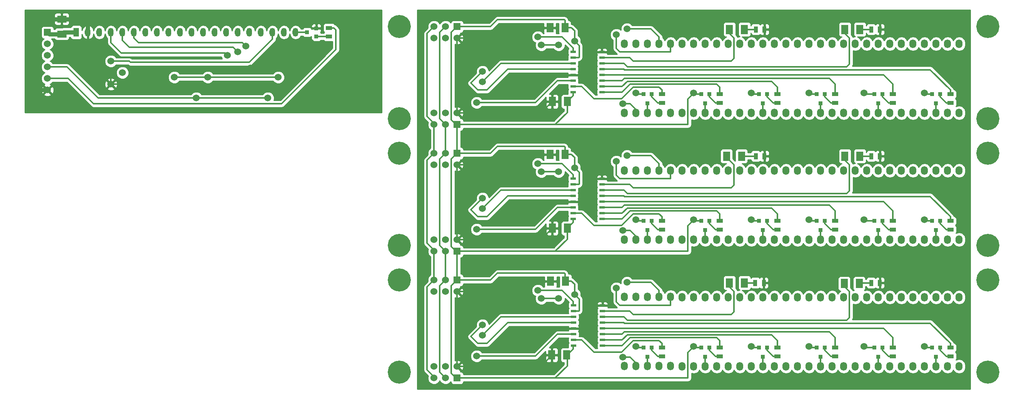
<source format=gtl>
G04 (created by PCBNEW (2013-05-16 BZR 4016)-stable) date 5/8/2013 8:46:38 PM*
%MOIN*%
G04 Gerber Fmt 3.4, Leading zero omitted, Abs format*
%FSLAX34Y34*%
G01*
G70*
G90*
G04 APERTURE LIST*
%ADD10C,0.00590551*%
%ADD11C,0.2*%
%ADD12R,0.036X0.036*%
%ADD13R,0.045X0.02*%
%ADD14R,0.06X0.08*%
%ADD15R,0.08X0.06*%
%ADD16R,0.055X0.035*%
%ADD17R,0.035X0.055*%
%ADD18C,0.06*%
%ADD19R,0.05X0.075*%
%ADD20O,0.05X0.075*%
%ADD21O,0.06X0.075*%
%ADD22R,0.06X0.06*%
%ADD23C,0.035*%
%ADD24C,0.012*%
%ADD25C,0.01*%
G04 APERTURE END LIST*
G54D10*
G54D11*
X47500Y-22500D03*
X47500Y-30500D03*
X47500Y-33500D03*
X47500Y-41500D03*
X47500Y-44500D03*
X47500Y-52500D03*
X98500Y-52500D03*
X98500Y-44500D03*
X98500Y-41500D03*
X98500Y-33500D03*
X98500Y-30500D03*
X98500Y-22500D03*
G54D12*
X93650Y-28350D03*
X94350Y-28350D03*
X94000Y-29150D03*
X73650Y-50350D03*
X74350Y-50350D03*
X74000Y-51150D03*
X73650Y-28350D03*
X74350Y-28350D03*
X74000Y-29150D03*
X68650Y-28350D03*
X69350Y-28350D03*
X69000Y-29150D03*
X78650Y-28350D03*
X79350Y-28350D03*
X79000Y-29150D03*
X68650Y-50350D03*
X69350Y-50350D03*
X69000Y-51150D03*
X83650Y-28350D03*
X84350Y-28350D03*
X84000Y-29150D03*
X40300Y-22650D03*
X40300Y-23350D03*
X39500Y-23000D03*
X78650Y-50350D03*
X79350Y-50350D03*
X79000Y-51150D03*
X88650Y-28350D03*
X89350Y-28350D03*
X89000Y-29150D03*
X83650Y-50350D03*
X84350Y-50350D03*
X84000Y-51150D03*
X88650Y-50350D03*
X89350Y-50350D03*
X89000Y-51150D03*
X93650Y-50350D03*
X94350Y-50350D03*
X94000Y-51150D03*
X93650Y-39350D03*
X94350Y-39350D03*
X94000Y-40150D03*
X88650Y-39350D03*
X89350Y-39350D03*
X89000Y-40150D03*
X83650Y-39350D03*
X84350Y-39350D03*
X84000Y-40150D03*
X78650Y-39350D03*
X79350Y-39350D03*
X79000Y-40150D03*
X73650Y-39350D03*
X74350Y-39350D03*
X74000Y-40150D03*
X68650Y-39350D03*
X69350Y-39350D03*
X69000Y-40150D03*
G54D13*
X62550Y-28200D03*
X62550Y-27200D03*
X62550Y-26700D03*
X62550Y-26200D03*
X62550Y-25700D03*
X62550Y-25200D03*
X62550Y-24700D03*
X65050Y-24700D03*
X65050Y-25200D03*
X65050Y-25700D03*
X65050Y-26200D03*
X65050Y-26700D03*
X65050Y-27200D03*
X65050Y-27700D03*
X65050Y-28200D03*
X62550Y-27700D03*
X62600Y-50200D03*
X62600Y-49200D03*
X62600Y-48700D03*
X62600Y-48200D03*
X62600Y-47700D03*
X62600Y-47200D03*
X62600Y-46700D03*
X65100Y-46700D03*
X65100Y-47200D03*
X65100Y-47700D03*
X65100Y-48200D03*
X65100Y-48700D03*
X65100Y-49200D03*
X65100Y-49700D03*
X65100Y-50200D03*
X62600Y-49700D03*
X62550Y-39200D03*
X62550Y-38200D03*
X62550Y-37700D03*
X62550Y-37200D03*
X62550Y-36700D03*
X62550Y-36200D03*
X62550Y-35700D03*
X65050Y-35700D03*
X65050Y-36200D03*
X65050Y-36700D03*
X65050Y-37200D03*
X65050Y-37700D03*
X65050Y-38200D03*
X65050Y-38700D03*
X65050Y-39200D03*
X62550Y-38700D03*
G54D14*
X75850Y-33750D03*
X77150Y-33750D03*
X86050Y-44800D03*
X87350Y-44800D03*
X76100Y-44750D03*
X77400Y-44750D03*
X86100Y-33750D03*
X87400Y-33750D03*
X61900Y-44600D03*
X60600Y-44600D03*
X62000Y-51000D03*
X60700Y-51000D03*
X62050Y-29000D03*
X60750Y-29000D03*
X61850Y-22600D03*
X60550Y-22600D03*
G54D15*
X18250Y-23150D03*
X18250Y-21850D03*
G54D14*
X76100Y-22750D03*
X77400Y-22750D03*
X61850Y-33600D03*
X60550Y-33600D03*
X62050Y-40000D03*
X60750Y-40000D03*
X86100Y-22750D03*
X87400Y-22750D03*
G54D16*
X70250Y-51125D03*
X70250Y-50375D03*
X85250Y-51125D03*
X85250Y-50375D03*
X80250Y-51125D03*
X80250Y-50375D03*
G54D17*
X78325Y-44750D03*
X79075Y-44750D03*
X88375Y-44750D03*
X89125Y-44750D03*
G54D16*
X90250Y-51125D03*
X90250Y-50375D03*
X95250Y-51125D03*
X95250Y-50375D03*
X75250Y-51125D03*
X75250Y-50375D03*
X75250Y-29125D03*
X75250Y-28375D03*
X70250Y-29125D03*
X70250Y-28375D03*
X41400Y-22625D03*
X41400Y-23375D03*
X80250Y-29125D03*
X80250Y-28375D03*
X85250Y-29125D03*
X85250Y-28375D03*
X90250Y-29125D03*
X90250Y-28375D03*
X95250Y-29125D03*
X95250Y-28375D03*
G54D17*
X88375Y-22750D03*
X89125Y-22750D03*
X78375Y-22750D03*
X79125Y-22750D03*
G54D16*
X70250Y-40125D03*
X70250Y-39375D03*
X75250Y-40125D03*
X75250Y-39375D03*
X80250Y-40125D03*
X80250Y-39375D03*
X85250Y-40125D03*
X85250Y-39375D03*
X90250Y-40125D03*
X90250Y-39375D03*
X95250Y-40125D03*
X95250Y-39375D03*
G54D17*
X88375Y-33750D03*
X89125Y-33750D03*
X78375Y-33750D03*
X79125Y-33750D03*
G54D18*
X22500Y-27500D03*
X23500Y-26500D03*
X22500Y-25500D03*
G54D19*
X19500Y-23000D03*
G54D20*
X20500Y-23000D03*
X21500Y-23000D03*
X22500Y-23000D03*
X23500Y-23000D03*
X24500Y-23000D03*
X25500Y-23000D03*
X26500Y-23000D03*
X27500Y-23000D03*
X28500Y-23000D03*
X29500Y-23000D03*
X30500Y-23000D03*
X31500Y-23000D03*
X32500Y-23000D03*
X33500Y-23000D03*
X34500Y-23000D03*
X35500Y-23000D03*
X36500Y-23000D03*
X37500Y-23000D03*
X38500Y-23000D03*
G54D21*
X77000Y-35000D03*
X78000Y-35000D03*
X79000Y-35000D03*
X80000Y-35000D03*
X81000Y-35000D03*
X81000Y-41000D03*
X80000Y-41000D03*
X79000Y-41000D03*
X78000Y-41000D03*
X77000Y-41000D03*
X67000Y-45950D03*
X68000Y-45950D03*
X69000Y-45950D03*
X70000Y-45950D03*
X71000Y-45950D03*
X71000Y-51950D03*
X70000Y-51950D03*
X69000Y-51950D03*
X68000Y-51950D03*
X67000Y-51950D03*
X72000Y-46000D03*
X73000Y-46000D03*
X74000Y-46000D03*
X75000Y-46000D03*
X76000Y-46000D03*
X76000Y-52000D03*
X75000Y-52000D03*
X74000Y-52000D03*
X73000Y-52000D03*
X72000Y-52000D03*
X77000Y-46000D03*
X78000Y-46000D03*
X79000Y-46000D03*
X80000Y-46000D03*
X81000Y-46000D03*
X81000Y-52000D03*
X80000Y-52000D03*
X79000Y-52000D03*
X78000Y-52000D03*
X77000Y-52000D03*
X82000Y-46000D03*
X83000Y-46000D03*
X84000Y-46000D03*
X85000Y-46000D03*
X86000Y-46000D03*
X86000Y-52000D03*
X85000Y-52000D03*
X84000Y-52000D03*
X83000Y-52000D03*
X82000Y-52000D03*
X87000Y-46000D03*
X88000Y-46000D03*
X89000Y-46000D03*
X90000Y-46000D03*
X91000Y-46000D03*
X91000Y-52000D03*
X90000Y-52000D03*
X89000Y-52000D03*
X88000Y-52000D03*
X87000Y-52000D03*
X92000Y-46000D03*
X93000Y-46000D03*
X94000Y-46000D03*
X95000Y-46000D03*
X96000Y-46000D03*
X96000Y-52000D03*
X95000Y-52000D03*
X94000Y-52000D03*
X93000Y-52000D03*
X92000Y-52000D03*
X67000Y-35000D03*
X68000Y-35000D03*
X69000Y-35000D03*
X70000Y-35000D03*
X71000Y-35000D03*
X71000Y-41000D03*
X70000Y-41000D03*
X69000Y-41000D03*
X68000Y-41000D03*
X67000Y-41000D03*
X72000Y-35000D03*
X73000Y-35000D03*
X74000Y-35000D03*
X75000Y-35000D03*
X76000Y-35000D03*
X76000Y-41000D03*
X75000Y-41000D03*
X74000Y-41000D03*
X73000Y-41000D03*
X72000Y-41000D03*
X92000Y-24000D03*
X93000Y-24000D03*
X94000Y-24000D03*
X95000Y-24000D03*
X96000Y-24000D03*
X96000Y-30000D03*
X95000Y-30000D03*
X94000Y-30000D03*
X93000Y-30000D03*
X92000Y-30000D03*
X82000Y-35000D03*
X83000Y-35000D03*
X84000Y-35000D03*
X85000Y-35000D03*
X86000Y-35000D03*
X86000Y-41000D03*
X85000Y-41000D03*
X84000Y-41000D03*
X83000Y-41000D03*
X82000Y-41000D03*
X87000Y-35000D03*
X88000Y-35000D03*
X89000Y-35000D03*
X90000Y-35000D03*
X91000Y-35000D03*
X91000Y-41000D03*
X90000Y-41000D03*
X89000Y-41000D03*
X88000Y-41000D03*
X87000Y-41000D03*
X92000Y-35000D03*
X93000Y-35000D03*
X94000Y-35000D03*
X95000Y-35000D03*
X96000Y-35000D03*
X96000Y-41000D03*
X95000Y-41000D03*
X94000Y-41000D03*
X93000Y-41000D03*
X92000Y-41000D03*
X67000Y-24000D03*
X68000Y-24000D03*
X69000Y-24000D03*
X70000Y-24000D03*
X71000Y-24000D03*
X71000Y-30000D03*
X70000Y-30000D03*
X69000Y-30000D03*
X68000Y-30000D03*
X67000Y-30000D03*
X72000Y-24000D03*
X73000Y-24000D03*
X74000Y-24000D03*
X75000Y-24000D03*
X76000Y-24000D03*
X76000Y-30000D03*
X75000Y-30000D03*
X74000Y-30000D03*
X73000Y-30000D03*
X72000Y-30000D03*
X77000Y-24000D03*
X78000Y-24000D03*
X79000Y-24000D03*
X80000Y-24000D03*
X81000Y-24000D03*
X81000Y-30000D03*
X80000Y-30000D03*
X79000Y-30000D03*
X78000Y-30000D03*
X77000Y-30000D03*
X82000Y-24000D03*
X83000Y-24000D03*
X84000Y-24000D03*
X85000Y-24000D03*
X86000Y-24000D03*
X86000Y-30000D03*
X85000Y-30000D03*
X84000Y-30000D03*
X83000Y-30000D03*
X82000Y-30000D03*
X87000Y-24000D03*
X88000Y-24000D03*
X89000Y-24000D03*
X90000Y-24000D03*
X91000Y-24000D03*
X91000Y-30000D03*
X90000Y-30000D03*
X89000Y-30000D03*
X88000Y-30000D03*
X87000Y-30000D03*
G54D22*
X52500Y-22500D03*
G54D18*
X52500Y-23500D03*
X51500Y-22500D03*
X51500Y-23500D03*
X50500Y-22500D03*
X50500Y-23500D03*
G54D22*
X52500Y-33500D03*
G54D18*
X52500Y-34500D03*
X51500Y-33500D03*
X51500Y-34500D03*
X50500Y-33500D03*
X50500Y-34500D03*
G54D22*
X52500Y-44500D03*
G54D18*
X52500Y-45500D03*
X51500Y-44500D03*
X51500Y-45500D03*
X50500Y-44500D03*
X50500Y-45500D03*
G54D22*
X52500Y-31000D03*
G54D18*
X52500Y-30000D03*
X51500Y-31000D03*
X51500Y-30000D03*
X50500Y-31000D03*
X50500Y-30000D03*
G54D22*
X52500Y-42000D03*
G54D18*
X52500Y-41000D03*
X51500Y-42000D03*
X51500Y-41000D03*
X50500Y-42000D03*
X50500Y-41000D03*
G54D22*
X52500Y-53000D03*
G54D18*
X52500Y-52000D03*
X51500Y-53000D03*
X51500Y-52000D03*
X50500Y-53000D03*
X50500Y-52000D03*
G54D22*
X17000Y-23000D03*
G54D18*
X17000Y-24000D03*
X17000Y-25000D03*
X17000Y-26000D03*
X17000Y-27000D03*
X17000Y-28000D03*
X37000Y-26900D03*
X30900Y-26900D03*
X28000Y-26900D03*
X93000Y-50250D03*
X87750Y-50250D03*
X83000Y-50250D03*
X78000Y-50250D03*
X73000Y-50250D03*
X68000Y-50250D03*
X62675Y-45750D03*
X93000Y-39250D03*
X87750Y-39250D03*
X83000Y-39250D03*
X78000Y-39250D03*
X73000Y-39250D03*
X68000Y-39250D03*
X62675Y-34750D03*
X62675Y-23750D03*
X68000Y-28250D03*
X73000Y-28250D03*
X78000Y-28250D03*
X83000Y-28250D03*
X87750Y-28250D03*
X93000Y-28250D03*
X54700Y-48400D03*
X54700Y-37400D03*
X54700Y-26400D03*
X54700Y-49300D03*
X54700Y-38300D03*
X54700Y-27300D03*
X67225Y-44700D03*
X66300Y-45200D03*
X66850Y-51200D03*
X59500Y-45400D03*
X67225Y-33700D03*
X66300Y-34200D03*
X66850Y-40200D03*
X59500Y-34400D03*
X67225Y-22700D03*
X66300Y-23200D03*
X66850Y-29200D03*
X59500Y-23400D03*
X29900Y-28700D03*
X36100Y-28700D03*
X34200Y-24200D03*
X32600Y-25000D03*
X33500Y-24700D03*
X44700Y-23300D03*
X26000Y-26200D03*
X31700Y-26300D03*
X34600Y-26100D03*
X59700Y-41000D03*
X59700Y-30000D03*
X58700Y-50300D03*
X74200Y-44200D03*
X52800Y-48200D03*
X58700Y-39300D03*
X74200Y-33200D03*
X52800Y-37200D03*
X52800Y-26200D03*
X74200Y-22200D03*
X58700Y-28300D03*
X54200Y-40100D03*
X61300Y-24100D03*
X59800Y-24100D03*
X54200Y-29100D03*
X59800Y-46100D03*
X61300Y-46100D03*
X54200Y-51100D03*
X59800Y-35100D03*
X61300Y-35100D03*
G54D23*
X18250Y-23150D02*
X17150Y-23150D01*
X17150Y-23150D02*
X17000Y-23000D01*
X19500Y-23000D02*
X18400Y-23000D01*
X18400Y-23000D02*
X18250Y-23150D01*
G54D24*
X30900Y-26900D02*
X37000Y-26900D01*
X28000Y-26900D02*
X30900Y-26900D01*
X52500Y-44500D02*
X52500Y-42000D01*
X52500Y-33500D02*
X52500Y-31000D01*
X93100Y-50350D02*
X93000Y-50250D01*
X87750Y-50250D02*
X87850Y-50350D01*
X87850Y-50350D02*
X88650Y-50350D01*
X93650Y-50350D02*
X93100Y-50350D01*
X83000Y-50250D02*
X83100Y-50350D01*
X83100Y-50350D02*
X83650Y-50350D01*
X78000Y-50250D02*
X78100Y-50350D01*
X78100Y-50350D02*
X78650Y-50350D01*
X73000Y-50250D02*
X73100Y-50350D01*
X73100Y-50350D02*
X73650Y-50350D01*
X68000Y-50250D02*
X68100Y-50350D01*
X68100Y-50350D02*
X68650Y-50350D01*
X62550Y-47200D02*
X63050Y-47200D01*
X52000Y-45000D02*
X52500Y-44500D01*
X52000Y-52600D02*
X52000Y-45000D01*
X52400Y-53000D02*
X52000Y-52600D01*
X52500Y-53000D02*
X52400Y-53000D01*
X63050Y-47200D02*
X63075Y-47175D01*
X63075Y-46150D02*
X62675Y-45750D01*
X63075Y-47175D02*
X63075Y-46150D01*
X62550Y-50500D02*
X62050Y-51000D01*
X62550Y-50200D02*
X62550Y-50500D01*
X62050Y-51950D02*
X62050Y-51000D01*
X61000Y-53000D02*
X62050Y-51950D01*
X60900Y-53000D02*
X61000Y-53000D01*
X52500Y-53000D02*
X60900Y-53000D01*
X62400Y-44600D02*
X61850Y-44600D01*
X62675Y-44875D02*
X62400Y-44600D01*
X62675Y-45750D02*
X62675Y-44875D01*
X73000Y-50300D02*
X72500Y-50800D01*
X72500Y-50800D02*
X72500Y-53000D01*
X72500Y-53000D02*
X60900Y-53000D01*
X73000Y-50250D02*
X73000Y-50300D01*
X55400Y-44500D02*
X56000Y-43900D01*
X56000Y-43900D02*
X61800Y-43900D01*
X61800Y-43900D02*
X61850Y-43950D01*
X61850Y-43950D02*
X61850Y-44600D01*
X52500Y-44500D02*
X55400Y-44500D01*
X93100Y-39350D02*
X93000Y-39250D01*
X87750Y-39250D02*
X87850Y-39350D01*
X87850Y-39350D02*
X88650Y-39350D01*
X93650Y-39350D02*
X93100Y-39350D01*
X83000Y-39250D02*
X83100Y-39350D01*
X83100Y-39350D02*
X83650Y-39350D01*
X78000Y-39250D02*
X78100Y-39350D01*
X78100Y-39350D02*
X78650Y-39350D01*
X73000Y-39250D02*
X73100Y-39350D01*
X73100Y-39350D02*
X73650Y-39350D01*
X68000Y-39250D02*
X68100Y-39350D01*
X68100Y-39350D02*
X68650Y-39350D01*
X62550Y-36200D02*
X63050Y-36200D01*
X52000Y-34000D02*
X52500Y-33500D01*
X52500Y-42000D02*
X52400Y-42000D01*
X52400Y-42000D02*
X52000Y-41600D01*
X52000Y-41600D02*
X52000Y-34000D01*
X63050Y-36200D02*
X63075Y-36175D01*
X63075Y-35150D02*
X62675Y-34750D01*
X63075Y-36175D02*
X63075Y-35150D01*
X62550Y-39500D02*
X62050Y-40000D01*
X62550Y-39200D02*
X62550Y-39500D01*
X62050Y-40950D02*
X62050Y-40000D01*
X61000Y-42000D02*
X62050Y-40950D01*
X60900Y-42000D02*
X61000Y-42000D01*
X52500Y-42000D02*
X60900Y-42000D01*
X62400Y-33600D02*
X61850Y-33600D01*
X62675Y-33875D02*
X62400Y-33600D01*
X62675Y-34750D02*
X62675Y-33875D01*
X73000Y-39300D02*
X72500Y-39800D01*
X72500Y-39800D02*
X72500Y-42000D01*
X72500Y-42000D02*
X60900Y-42000D01*
X73000Y-39250D02*
X73000Y-39300D01*
X55400Y-33500D02*
X56000Y-32900D01*
X56000Y-32900D02*
X61800Y-32900D01*
X61800Y-32900D02*
X61850Y-32950D01*
X61850Y-32950D02*
X61850Y-33600D01*
X52500Y-33500D02*
X55400Y-33500D01*
X52500Y-22500D02*
X55400Y-22500D01*
X61850Y-21950D02*
X61850Y-22600D01*
X61800Y-21900D02*
X61850Y-21950D01*
X56000Y-21900D02*
X61800Y-21900D01*
X55400Y-22500D02*
X56000Y-21900D01*
X73000Y-28250D02*
X73000Y-28300D01*
X72500Y-31000D02*
X60900Y-31000D01*
X72500Y-28800D02*
X72500Y-31000D01*
X73000Y-28300D02*
X72500Y-28800D01*
X62675Y-23750D02*
X62675Y-22875D01*
X62675Y-22875D02*
X62400Y-22600D01*
X62400Y-22600D02*
X61850Y-22600D01*
X52500Y-31000D02*
X60900Y-31000D01*
X60900Y-31000D02*
X61000Y-31000D01*
X61000Y-31000D02*
X62050Y-29950D01*
X62050Y-29950D02*
X62050Y-29000D01*
X62550Y-28200D02*
X62550Y-28500D01*
X62550Y-28500D02*
X62050Y-29000D01*
X63075Y-25175D02*
X63075Y-24150D01*
X63075Y-24150D02*
X62675Y-23750D01*
X63050Y-25200D02*
X63075Y-25175D01*
X52500Y-31000D02*
X52400Y-31000D01*
X52000Y-23000D02*
X52500Y-22500D01*
X52000Y-30600D02*
X52000Y-23000D01*
X52400Y-31000D02*
X52000Y-30600D01*
X62550Y-25200D02*
X63050Y-25200D01*
X68100Y-28350D02*
X68650Y-28350D01*
X68000Y-28250D02*
X68100Y-28350D01*
X73100Y-28350D02*
X73650Y-28350D01*
X73000Y-28250D02*
X73100Y-28350D01*
X78100Y-28350D02*
X78650Y-28350D01*
X78000Y-28250D02*
X78100Y-28350D01*
X83100Y-28350D02*
X83650Y-28350D01*
X83000Y-28250D02*
X83100Y-28350D01*
X93650Y-28350D02*
X93100Y-28350D01*
X87850Y-28350D02*
X88650Y-28350D01*
X87750Y-28250D02*
X87850Y-28350D01*
X93100Y-28350D02*
X93000Y-28250D01*
X50500Y-44500D02*
X50500Y-42000D01*
X50500Y-33500D02*
X50500Y-31000D01*
X50500Y-52900D02*
X49900Y-52300D01*
X49900Y-52300D02*
X49900Y-45100D01*
X49900Y-45100D02*
X50500Y-44500D01*
X50500Y-53000D02*
X50500Y-52900D01*
X56900Y-48200D02*
X55100Y-50000D01*
X55100Y-50000D02*
X54300Y-50000D01*
X54300Y-50000D02*
X53700Y-49400D01*
X53700Y-49400D02*
X54700Y-48400D01*
X62550Y-48200D02*
X56900Y-48200D01*
X50500Y-41900D02*
X49900Y-41300D01*
X50500Y-42000D02*
X50500Y-41900D01*
X49900Y-34100D02*
X50500Y-33500D01*
X49900Y-41300D02*
X49900Y-34100D01*
X56900Y-37200D02*
X55100Y-39000D01*
X55100Y-39000D02*
X54300Y-39000D01*
X54300Y-39000D02*
X53700Y-38400D01*
X53700Y-38400D02*
X54700Y-37400D01*
X62550Y-37200D02*
X56900Y-37200D01*
X62550Y-26200D02*
X56900Y-26200D01*
X53700Y-27400D02*
X54700Y-26400D01*
X54300Y-28000D02*
X53700Y-27400D01*
X55100Y-28000D02*
X54300Y-28000D01*
X56900Y-26200D02*
X55100Y-28000D01*
X50500Y-31000D02*
X50500Y-30900D01*
X50500Y-30900D02*
X49900Y-30300D01*
X49900Y-30300D02*
X49900Y-23100D01*
X49900Y-23100D02*
X50500Y-22500D01*
X64350Y-50750D02*
X63300Y-49700D01*
X63300Y-49700D02*
X62550Y-49700D01*
X64500Y-50750D02*
X66750Y-50750D01*
X66750Y-50750D02*
X67750Y-49750D01*
X67750Y-49750D02*
X70000Y-49750D01*
X70000Y-49750D02*
X70250Y-50000D01*
X70250Y-50375D02*
X70250Y-50000D01*
X64500Y-50750D02*
X64350Y-50750D01*
X66800Y-50200D02*
X67500Y-49500D01*
X67500Y-49500D02*
X75000Y-49500D01*
X75000Y-49500D02*
X75250Y-49750D01*
X75250Y-49750D02*
X75250Y-50375D01*
X65050Y-50200D02*
X66800Y-50200D01*
X66800Y-49700D02*
X67250Y-49250D01*
X67250Y-49250D02*
X79750Y-49250D01*
X79750Y-49250D02*
X80250Y-49750D01*
X80250Y-49750D02*
X80250Y-50375D01*
X65050Y-49700D02*
X66800Y-49700D01*
X66800Y-49200D02*
X67000Y-49000D01*
X67000Y-49000D02*
X84750Y-49000D01*
X84750Y-49000D02*
X85250Y-49500D01*
X85250Y-49500D02*
X85250Y-50375D01*
X65050Y-49200D02*
X66800Y-49200D01*
X89450Y-48700D02*
X90250Y-49500D01*
X90250Y-49500D02*
X90250Y-50375D01*
X65050Y-48700D02*
X89450Y-48700D01*
X66950Y-48200D02*
X67000Y-48250D01*
X67000Y-48250D02*
X93500Y-48250D01*
X93500Y-48250D02*
X95250Y-50000D01*
X95250Y-50000D02*
X95250Y-50375D01*
X65050Y-48200D02*
X66950Y-48200D01*
X66950Y-47700D02*
X67250Y-48000D01*
X67250Y-48000D02*
X86250Y-48000D01*
X86250Y-48000D02*
X86500Y-47750D01*
X86500Y-47750D02*
X86500Y-45500D01*
X86500Y-45500D02*
X86000Y-45000D01*
X65050Y-47700D02*
X66950Y-47700D01*
X65050Y-47200D02*
X67450Y-47200D01*
X67450Y-47200D02*
X67750Y-47500D01*
X67750Y-47500D02*
X76250Y-47500D01*
X76250Y-47500D02*
X76500Y-47250D01*
X76500Y-47250D02*
X76500Y-45500D01*
X76500Y-45500D02*
X76000Y-45000D01*
X76000Y-45000D02*
X76000Y-44750D01*
X51500Y-44500D02*
X51500Y-42000D01*
X51500Y-33500D02*
X51500Y-31000D01*
X51000Y-52500D02*
X51000Y-45000D01*
X51000Y-45000D02*
X51500Y-44500D01*
X51500Y-53000D02*
X51000Y-52500D01*
X56300Y-47700D02*
X54700Y-49300D01*
X62550Y-47700D02*
X56300Y-47700D01*
X51000Y-41500D02*
X51000Y-34000D01*
X51500Y-42000D02*
X51000Y-41500D01*
X51000Y-34000D02*
X51500Y-33500D01*
X56300Y-36700D02*
X54700Y-38300D01*
X62550Y-36700D02*
X56300Y-36700D01*
X62550Y-25700D02*
X56300Y-25700D01*
X56300Y-25700D02*
X54700Y-27300D01*
X51500Y-31000D02*
X51000Y-30500D01*
X51000Y-30500D02*
X51000Y-23000D01*
X51000Y-23000D02*
X51500Y-22500D01*
X70000Y-45400D02*
X70000Y-46000D01*
X69300Y-44700D02*
X67225Y-44700D01*
X70000Y-45400D02*
X69300Y-44700D01*
X66300Y-45200D02*
X66300Y-46400D01*
X66300Y-46400D02*
X66600Y-46700D01*
X66600Y-46700D02*
X71000Y-46700D01*
X71000Y-46700D02*
X71000Y-46000D01*
X68000Y-51700D02*
X68000Y-52000D01*
X67500Y-51200D02*
X66850Y-51200D01*
X68000Y-51700D02*
X67500Y-51200D01*
X62550Y-46350D02*
X61600Y-45400D01*
X61600Y-45400D02*
X59500Y-45400D01*
X62550Y-46700D02*
X62550Y-46350D01*
X64350Y-39750D02*
X63300Y-38700D01*
X63300Y-38700D02*
X62550Y-38700D01*
X64500Y-39750D02*
X66750Y-39750D01*
X66750Y-39750D02*
X67750Y-38750D01*
X67750Y-38750D02*
X70000Y-38750D01*
X70000Y-38750D02*
X70250Y-39000D01*
X70250Y-39375D02*
X70250Y-39000D01*
X64500Y-39750D02*
X64350Y-39750D01*
X66800Y-39200D02*
X67500Y-38500D01*
X67500Y-38500D02*
X75000Y-38500D01*
X75000Y-38500D02*
X75250Y-38750D01*
X75250Y-38750D02*
X75250Y-39375D01*
X65050Y-39200D02*
X66800Y-39200D01*
X66800Y-38700D02*
X67250Y-38250D01*
X67250Y-38250D02*
X79750Y-38250D01*
X79750Y-38250D02*
X80250Y-38750D01*
X80250Y-38750D02*
X80250Y-39375D01*
X65050Y-38700D02*
X66800Y-38700D01*
X66800Y-38200D02*
X67000Y-38000D01*
X67000Y-38000D02*
X84750Y-38000D01*
X84750Y-38000D02*
X85250Y-38500D01*
X85250Y-38500D02*
X85250Y-39375D01*
X65050Y-38200D02*
X66800Y-38200D01*
X89450Y-37700D02*
X90250Y-38500D01*
X90250Y-38500D02*
X90250Y-39375D01*
X65050Y-37700D02*
X89450Y-37700D01*
X66950Y-37200D02*
X67000Y-37250D01*
X67000Y-37250D02*
X93500Y-37250D01*
X93500Y-37250D02*
X95250Y-39000D01*
X95250Y-39000D02*
X95250Y-39375D01*
X65050Y-37200D02*
X66950Y-37200D01*
X66950Y-36700D02*
X67250Y-37000D01*
X67250Y-37000D02*
X86250Y-37000D01*
X86250Y-37000D02*
X86500Y-36750D01*
X86500Y-36750D02*
X86500Y-34500D01*
X86500Y-34500D02*
X86000Y-34000D01*
X65050Y-36700D02*
X66950Y-36700D01*
X65050Y-36200D02*
X67450Y-36200D01*
X67450Y-36200D02*
X67750Y-36500D01*
X67750Y-36500D02*
X76250Y-36500D01*
X76250Y-36500D02*
X76500Y-36250D01*
X76500Y-36250D02*
X76500Y-34500D01*
X76500Y-34500D02*
X76000Y-34000D01*
X76000Y-34000D02*
X76000Y-33750D01*
X70000Y-34400D02*
X70000Y-35000D01*
X69300Y-33700D02*
X67225Y-33700D01*
X70000Y-34400D02*
X69300Y-33700D01*
X66300Y-34200D02*
X66300Y-35400D01*
X66300Y-35400D02*
X66600Y-35700D01*
X66600Y-35700D02*
X71000Y-35700D01*
X71000Y-35700D02*
X71000Y-35000D01*
X68000Y-40700D02*
X68000Y-41000D01*
X67500Y-40200D02*
X66850Y-40200D01*
X68000Y-40700D02*
X67500Y-40200D01*
X62550Y-35350D02*
X61600Y-34400D01*
X61600Y-34400D02*
X59500Y-34400D01*
X62550Y-35700D02*
X62550Y-35350D01*
X64500Y-28750D02*
X64350Y-28750D01*
X70250Y-28375D02*
X70250Y-28000D01*
X70000Y-27750D02*
X70250Y-28000D01*
X67750Y-27750D02*
X70000Y-27750D01*
X66750Y-28750D02*
X67750Y-27750D01*
X64500Y-28750D02*
X66750Y-28750D01*
X63300Y-27700D02*
X62550Y-27700D01*
X64350Y-28750D02*
X63300Y-27700D01*
X65050Y-28200D02*
X66800Y-28200D01*
X75250Y-27750D02*
X75250Y-28375D01*
X75000Y-27500D02*
X75250Y-27750D01*
X67500Y-27500D02*
X75000Y-27500D01*
X66800Y-28200D02*
X67500Y-27500D01*
X65050Y-27700D02*
X66800Y-27700D01*
X80250Y-27750D02*
X80250Y-28375D01*
X79750Y-27250D02*
X80250Y-27750D01*
X67250Y-27250D02*
X79750Y-27250D01*
X66800Y-27700D02*
X67250Y-27250D01*
X65050Y-27200D02*
X66800Y-27200D01*
X85250Y-27500D02*
X85250Y-28375D01*
X84750Y-27000D02*
X85250Y-27500D01*
X67000Y-27000D02*
X84750Y-27000D01*
X66800Y-27200D02*
X67000Y-27000D01*
X65050Y-26700D02*
X89450Y-26700D01*
X90250Y-27500D02*
X90250Y-28375D01*
X89450Y-26700D02*
X90250Y-27500D01*
X65050Y-26200D02*
X66950Y-26200D01*
X95250Y-28000D02*
X95250Y-28375D01*
X93500Y-26250D02*
X95250Y-28000D01*
X67000Y-26250D02*
X93500Y-26250D01*
X66950Y-26200D02*
X67000Y-26250D01*
X65050Y-25700D02*
X66950Y-25700D01*
X86500Y-23500D02*
X86000Y-23000D01*
X86500Y-25750D02*
X86500Y-23500D01*
X86250Y-26000D02*
X86500Y-25750D01*
X67250Y-26000D02*
X86250Y-26000D01*
X66950Y-25700D02*
X67250Y-26000D01*
X76000Y-23000D02*
X76000Y-22750D01*
X76500Y-23500D02*
X76000Y-23000D01*
X76500Y-25250D02*
X76500Y-23500D01*
X76250Y-25500D02*
X76500Y-25250D01*
X67750Y-25500D02*
X76250Y-25500D01*
X67450Y-25200D02*
X67750Y-25500D01*
X65050Y-25200D02*
X67450Y-25200D01*
X70000Y-23400D02*
X69300Y-22700D01*
X69300Y-22700D02*
X67225Y-22700D01*
X70000Y-23400D02*
X70000Y-24000D01*
X71000Y-24700D02*
X71000Y-24000D01*
X66600Y-24700D02*
X71000Y-24700D01*
X66300Y-24400D02*
X66600Y-24700D01*
X66300Y-23200D02*
X66300Y-24400D01*
X68000Y-29700D02*
X67500Y-29200D01*
X67500Y-29200D02*
X66850Y-29200D01*
X68000Y-29700D02*
X68000Y-30000D01*
X62550Y-24700D02*
X62550Y-24350D01*
X61600Y-23400D02*
X59500Y-23400D01*
X62550Y-24350D02*
X61600Y-23400D01*
X17000Y-26000D02*
X17500Y-26000D01*
X21400Y-28700D02*
X18700Y-26000D01*
X18700Y-26000D02*
X17500Y-26000D01*
X21400Y-28700D02*
X29900Y-28700D01*
X36100Y-28700D02*
X29900Y-28700D01*
X24500Y-23500D02*
X24500Y-23000D01*
X24900Y-23900D02*
X24500Y-23500D01*
X33900Y-23900D02*
X24900Y-23900D01*
X34200Y-24200D02*
X33900Y-23900D01*
X17000Y-27000D02*
X17500Y-27000D01*
X42000Y-24500D02*
X42000Y-22800D01*
X42000Y-22800D02*
X41825Y-22625D01*
X41825Y-22625D02*
X41400Y-22625D01*
X17500Y-27000D02*
X18800Y-27000D01*
X37300Y-29200D02*
X41200Y-25300D01*
X21000Y-29200D02*
X37300Y-29200D01*
X18800Y-27000D02*
X21000Y-29200D01*
X41200Y-25300D02*
X42000Y-24500D01*
X32600Y-25000D02*
X32400Y-24800D01*
X32400Y-24800D02*
X23400Y-24800D01*
X23400Y-24800D02*
X22500Y-23900D01*
X22500Y-23000D02*
X22500Y-23900D01*
X23500Y-23700D02*
X23500Y-23000D01*
X24100Y-24300D02*
X23500Y-23700D01*
X33100Y-24300D02*
X24100Y-24300D01*
X33500Y-24700D02*
X33100Y-24300D01*
G54D23*
X20500Y-23000D02*
X20500Y-22150D01*
X20500Y-22150D02*
X20650Y-22000D01*
X18250Y-21850D02*
X20500Y-21850D01*
X20500Y-21850D02*
X20650Y-22000D01*
X20650Y-22000D02*
X40250Y-22000D01*
X17000Y-28000D02*
X16500Y-28000D01*
X16750Y-21850D02*
X18250Y-21850D01*
X16100Y-22500D02*
X16750Y-21850D01*
X16100Y-27600D02*
X16100Y-22500D01*
X16500Y-28000D02*
X16100Y-27600D01*
G54D24*
X40300Y-22650D02*
X40300Y-22000D01*
X40300Y-22000D02*
X40250Y-22000D01*
G54D23*
X40250Y-22000D02*
X43400Y-22000D01*
X43400Y-22000D02*
X44700Y-23300D01*
G54D24*
X26000Y-26200D02*
X25700Y-26200D01*
X24400Y-27500D02*
X22500Y-27500D01*
X25700Y-26200D02*
X24400Y-27500D01*
X31700Y-26300D02*
X31400Y-26300D01*
X31300Y-26200D02*
X26000Y-26200D01*
X31400Y-26300D02*
X31300Y-26200D01*
X34400Y-26300D02*
X31700Y-26300D01*
X34600Y-26100D02*
X34400Y-26300D01*
X22500Y-27500D02*
X22500Y-26800D01*
X22500Y-26800D02*
X20500Y-24800D01*
X20500Y-24800D02*
X20500Y-23000D01*
X59700Y-41000D02*
X59750Y-41000D01*
X59700Y-30000D02*
X59750Y-30000D01*
X52500Y-48100D02*
X52500Y-45500D01*
X52500Y-52000D02*
X52500Y-48100D01*
X60300Y-48700D02*
X58700Y-50300D01*
X62550Y-48700D02*
X60300Y-48700D01*
X74200Y-44200D02*
X74400Y-44000D01*
X74400Y-44000D02*
X79000Y-44000D01*
X79000Y-44000D02*
X79125Y-44125D01*
X79125Y-44125D02*
X79125Y-44750D01*
X79175Y-44125D02*
X79200Y-44100D01*
X79200Y-44100D02*
X89000Y-44100D01*
X89000Y-44100D02*
X89125Y-44225D01*
X89125Y-44225D02*
X89125Y-44750D01*
X79125Y-44125D02*
X79175Y-44125D01*
X59750Y-52000D02*
X60750Y-51000D01*
X52500Y-52000D02*
X59750Y-52000D01*
X63400Y-48700D02*
X63900Y-48200D01*
X63900Y-48200D02*
X63900Y-47200D01*
X63900Y-47200D02*
X64400Y-46700D01*
X64400Y-46700D02*
X65050Y-46700D01*
X62550Y-48700D02*
X63400Y-48700D01*
X52800Y-48200D02*
X52700Y-48100D01*
X52700Y-48100D02*
X52500Y-48100D01*
X55000Y-45500D02*
X52500Y-45500D01*
X55900Y-44600D02*
X55000Y-45500D01*
X60550Y-44600D02*
X55900Y-44600D01*
X52500Y-37100D02*
X52500Y-34500D01*
X52500Y-41000D02*
X52500Y-37100D01*
X60300Y-37700D02*
X58700Y-39300D01*
X62550Y-37700D02*
X60300Y-37700D01*
X74200Y-33200D02*
X74400Y-33000D01*
X74400Y-33000D02*
X79000Y-33000D01*
X79000Y-33000D02*
X79125Y-33125D01*
X79125Y-33125D02*
X79125Y-33750D01*
X79175Y-33125D02*
X79200Y-33100D01*
X79200Y-33100D02*
X89000Y-33100D01*
X89000Y-33100D02*
X89125Y-33225D01*
X89125Y-33225D02*
X89125Y-33750D01*
X79125Y-33125D02*
X79175Y-33125D01*
X59750Y-41000D02*
X60750Y-40000D01*
X52500Y-41000D02*
X59750Y-41000D01*
X63400Y-37700D02*
X63900Y-37200D01*
X63900Y-37200D02*
X63900Y-36200D01*
X63900Y-36200D02*
X64400Y-35700D01*
X64400Y-35700D02*
X65050Y-35700D01*
X62550Y-37700D02*
X63400Y-37700D01*
X52800Y-37200D02*
X52700Y-37100D01*
X52700Y-37100D02*
X52500Y-37100D01*
X55000Y-34500D02*
X52500Y-34500D01*
X55900Y-33600D02*
X55000Y-34500D01*
X60550Y-33600D02*
X55900Y-33600D01*
X60550Y-22600D02*
X55900Y-22600D01*
X55900Y-22600D02*
X55000Y-23500D01*
X55000Y-23500D02*
X52500Y-23500D01*
X52700Y-26100D02*
X52500Y-26100D01*
X52800Y-26200D02*
X52700Y-26100D01*
X62550Y-26700D02*
X63400Y-26700D01*
X64400Y-24700D02*
X65050Y-24700D01*
X63900Y-25200D02*
X64400Y-24700D01*
X63900Y-26200D02*
X63900Y-25200D01*
X63400Y-26700D02*
X63900Y-26200D01*
X52500Y-30000D02*
X59750Y-30000D01*
X59750Y-30000D02*
X60750Y-29000D01*
X79125Y-22125D02*
X79175Y-22125D01*
X89125Y-22225D02*
X89125Y-22750D01*
X89000Y-22100D02*
X89125Y-22225D01*
X79200Y-22100D02*
X89000Y-22100D01*
X79175Y-22125D02*
X79200Y-22100D01*
X79125Y-22125D02*
X79125Y-22750D01*
X79000Y-22000D02*
X79125Y-22125D01*
X74400Y-22000D02*
X79000Y-22000D01*
X74200Y-22200D02*
X74400Y-22000D01*
X62550Y-26700D02*
X60300Y-26700D01*
X60300Y-26700D02*
X58700Y-28300D01*
X52500Y-30000D02*
X52500Y-26100D01*
X52500Y-26100D02*
X52500Y-23500D01*
X59300Y-40100D02*
X54200Y-40100D01*
X61200Y-38200D02*
X59300Y-40100D01*
X62550Y-38200D02*
X61200Y-38200D01*
X84000Y-40150D02*
X84000Y-41000D01*
X89000Y-40150D02*
X89000Y-41000D01*
X94000Y-40150D02*
X94000Y-41000D01*
X78375Y-33750D02*
X77400Y-33750D01*
X88375Y-33750D02*
X87400Y-33750D01*
X94875Y-40125D02*
X94350Y-39600D01*
X94350Y-39600D02*
X94350Y-39350D01*
X95250Y-40125D02*
X94875Y-40125D01*
X89875Y-40125D02*
X89350Y-39600D01*
X89350Y-39600D02*
X89350Y-39350D01*
X90250Y-40125D02*
X89875Y-40125D01*
X79875Y-40125D02*
X79350Y-39600D01*
X79350Y-39600D02*
X79350Y-39350D01*
X80250Y-40125D02*
X79875Y-40125D01*
X79000Y-40150D02*
X79000Y-41000D01*
X74000Y-40150D02*
X74000Y-41000D01*
X84875Y-40125D02*
X84350Y-39600D01*
X84350Y-39600D02*
X84350Y-39350D01*
X85250Y-40125D02*
X84875Y-40125D01*
X74875Y-40125D02*
X74350Y-39600D01*
X74350Y-39600D02*
X74350Y-39350D01*
X75250Y-40125D02*
X74875Y-40125D01*
X88375Y-22750D02*
X87400Y-22750D01*
X78375Y-22750D02*
X77400Y-22750D01*
X75250Y-29125D02*
X74875Y-29125D01*
X74350Y-28600D02*
X74350Y-28350D01*
X74875Y-29125D02*
X74350Y-28600D01*
X70250Y-29125D02*
X69875Y-29125D01*
X69350Y-28600D02*
X69350Y-28350D01*
X69875Y-29125D02*
X69350Y-28600D01*
X79000Y-29150D02*
X79000Y-30000D01*
X95250Y-29125D02*
X94875Y-29125D01*
X94350Y-28600D02*
X94350Y-28350D01*
X94875Y-29125D02*
X94350Y-28600D01*
X90250Y-29125D02*
X89875Y-29125D01*
X89350Y-28600D02*
X89350Y-28350D01*
X89875Y-29125D02*
X89350Y-28600D01*
X89000Y-29150D02*
X89000Y-30000D01*
X80250Y-29125D02*
X79875Y-29125D01*
X79350Y-28600D02*
X79350Y-28350D01*
X79875Y-29125D02*
X79350Y-28600D01*
X85250Y-29125D02*
X84875Y-29125D01*
X84350Y-28600D02*
X84350Y-28350D01*
X84875Y-29125D02*
X84350Y-28600D01*
X59800Y-24100D02*
X61300Y-24100D01*
X84000Y-29150D02*
X84000Y-30000D01*
X74000Y-29150D02*
X74000Y-30000D01*
X69000Y-29150D02*
X69000Y-30000D01*
X62550Y-27200D02*
X61200Y-27200D01*
X61200Y-27200D02*
X59300Y-29100D01*
X59300Y-29100D02*
X54200Y-29100D01*
X94000Y-29150D02*
X94000Y-30000D01*
X22500Y-25500D02*
X24100Y-25500D01*
X36500Y-23600D02*
X36500Y-23000D01*
X34500Y-25600D02*
X36500Y-23600D01*
X24200Y-25600D02*
X34500Y-25600D01*
X24100Y-25500D02*
X24200Y-25600D01*
X41400Y-23375D02*
X40325Y-23375D01*
X40325Y-23375D02*
X40300Y-23350D01*
X39500Y-23000D02*
X38500Y-23000D01*
X84875Y-51125D02*
X84350Y-50600D01*
X84350Y-50600D02*
X84350Y-50350D01*
X85250Y-51125D02*
X84875Y-51125D01*
X74000Y-51150D02*
X74000Y-52000D01*
X79000Y-51150D02*
X79000Y-52000D01*
X79875Y-51125D02*
X79350Y-50600D01*
X79350Y-50600D02*
X79350Y-50350D01*
X80250Y-51125D02*
X79875Y-51125D01*
X94875Y-51125D02*
X94350Y-50600D01*
X94350Y-50600D02*
X94350Y-50350D01*
X95250Y-51125D02*
X94875Y-51125D01*
X84000Y-51150D02*
X84000Y-52000D01*
X89000Y-51150D02*
X89000Y-52000D01*
X89875Y-51125D02*
X89350Y-50600D01*
X89350Y-50600D02*
X89350Y-50350D01*
X90250Y-51125D02*
X89875Y-51125D01*
X74875Y-51125D02*
X74350Y-50600D01*
X74350Y-50600D02*
X74350Y-50350D01*
X75250Y-51125D02*
X74875Y-51125D01*
X94000Y-51150D02*
X94000Y-52000D01*
X59800Y-46100D02*
X61300Y-46100D01*
X69875Y-51125D02*
X69350Y-50600D01*
X69350Y-50600D02*
X69350Y-50350D01*
X70250Y-51125D02*
X69875Y-51125D01*
X88375Y-44750D02*
X87400Y-44750D01*
X78375Y-44750D02*
X77400Y-44750D01*
X69000Y-51150D02*
X69000Y-52000D01*
X59300Y-51100D02*
X54200Y-51100D01*
X61200Y-49200D02*
X59300Y-51100D01*
X62550Y-49200D02*
X61200Y-49200D01*
X59800Y-35100D02*
X61300Y-35100D01*
X69875Y-40125D02*
X69350Y-39600D01*
X69350Y-39600D02*
X69350Y-39350D01*
X70250Y-40125D02*
X69875Y-40125D01*
X69000Y-40150D02*
X69000Y-41000D01*
G54D10*
G36*
X96950Y-53950D02*
X96550Y-53950D01*
X96550Y-52087D01*
X96550Y-51912D01*
X96508Y-51702D01*
X96388Y-51523D01*
X96210Y-51404D01*
X96000Y-51362D01*
X95789Y-51404D01*
X95737Y-51439D01*
X95774Y-51349D01*
X95775Y-51250D01*
X95775Y-50900D01*
X95737Y-50808D01*
X95678Y-50749D01*
X95736Y-50691D01*
X95774Y-50599D01*
X95775Y-50500D01*
X95775Y-50150D01*
X95737Y-50058D01*
X95666Y-49988D01*
X95574Y-49950D01*
X95550Y-49950D01*
X95536Y-49881D01*
X95469Y-49780D01*
X93719Y-48030D01*
X93618Y-47963D01*
X93500Y-47940D01*
X86738Y-47940D01*
X86759Y-47908D01*
X86786Y-47868D01*
X86786Y-47868D01*
X86810Y-47750D01*
X86810Y-46599D01*
X87000Y-46637D01*
X87210Y-46595D01*
X87388Y-46476D01*
X87500Y-46309D01*
X87611Y-46476D01*
X87789Y-46595D01*
X88000Y-46637D01*
X88210Y-46595D01*
X88388Y-46476D01*
X88500Y-46309D01*
X88611Y-46476D01*
X88789Y-46595D01*
X89000Y-46637D01*
X89210Y-46595D01*
X89388Y-46476D01*
X89500Y-46309D01*
X89611Y-46476D01*
X89789Y-46595D01*
X90000Y-46637D01*
X90210Y-46595D01*
X90388Y-46476D01*
X90500Y-46309D01*
X90611Y-46476D01*
X90789Y-46595D01*
X91000Y-46637D01*
X91210Y-46595D01*
X91388Y-46476D01*
X91500Y-46309D01*
X91611Y-46476D01*
X91789Y-46595D01*
X92000Y-46637D01*
X92210Y-46595D01*
X92388Y-46476D01*
X92500Y-46309D01*
X92611Y-46476D01*
X92789Y-46595D01*
X93000Y-46637D01*
X93210Y-46595D01*
X93388Y-46476D01*
X93500Y-46309D01*
X93611Y-46476D01*
X93789Y-46595D01*
X94000Y-46637D01*
X94210Y-46595D01*
X94388Y-46476D01*
X94500Y-46309D01*
X94611Y-46476D01*
X94789Y-46595D01*
X95000Y-46637D01*
X95210Y-46595D01*
X95388Y-46476D01*
X95500Y-46309D01*
X95611Y-46476D01*
X95789Y-46595D01*
X96000Y-46637D01*
X96210Y-46595D01*
X96388Y-46476D01*
X96508Y-46297D01*
X96550Y-46087D01*
X96550Y-45912D01*
X96508Y-45702D01*
X96388Y-45523D01*
X96210Y-45404D01*
X96000Y-45362D01*
X95789Y-45404D01*
X95611Y-45523D01*
X95500Y-45690D01*
X95388Y-45523D01*
X95210Y-45404D01*
X95000Y-45362D01*
X94789Y-45404D01*
X94611Y-45523D01*
X94500Y-45690D01*
X94388Y-45523D01*
X94210Y-45404D01*
X94000Y-45362D01*
X93789Y-45404D01*
X93611Y-45523D01*
X93500Y-45690D01*
X93388Y-45523D01*
X93210Y-45404D01*
X93000Y-45362D01*
X92789Y-45404D01*
X92611Y-45523D01*
X92500Y-45690D01*
X92388Y-45523D01*
X92210Y-45404D01*
X92000Y-45362D01*
X91789Y-45404D01*
X91611Y-45523D01*
X91500Y-45690D01*
X91388Y-45523D01*
X91210Y-45404D01*
X91000Y-45362D01*
X90789Y-45404D01*
X90611Y-45523D01*
X90500Y-45690D01*
X90388Y-45523D01*
X90210Y-45404D01*
X90000Y-45362D01*
X89789Y-45404D01*
X89611Y-45523D01*
X89550Y-45615D01*
X89550Y-44975D01*
X89550Y-44524D01*
X89549Y-44425D01*
X89511Y-44333D01*
X89441Y-44262D01*
X89349Y-44224D01*
X89237Y-44225D01*
X89175Y-44287D01*
X89175Y-44700D01*
X89487Y-44700D01*
X89550Y-44637D01*
X89550Y-44524D01*
X89550Y-44975D01*
X89550Y-44862D01*
X89487Y-44800D01*
X89175Y-44800D01*
X89175Y-45212D01*
X89237Y-45275D01*
X89349Y-45275D01*
X89441Y-45237D01*
X89511Y-45166D01*
X89549Y-45074D01*
X89550Y-44975D01*
X89550Y-45615D01*
X89500Y-45690D01*
X89388Y-45523D01*
X89210Y-45404D01*
X89000Y-45362D01*
X88789Y-45404D01*
X88611Y-45523D01*
X88500Y-45690D01*
X88388Y-45523D01*
X88210Y-45404D01*
X88000Y-45362D01*
X87801Y-45402D01*
X87861Y-45341D01*
X87899Y-45249D01*
X87900Y-45150D01*
X87900Y-45060D01*
X87949Y-45060D01*
X87949Y-45074D01*
X87987Y-45166D01*
X88058Y-45236D01*
X88150Y-45274D01*
X88249Y-45275D01*
X88599Y-45275D01*
X88691Y-45237D01*
X88750Y-45178D01*
X88808Y-45237D01*
X88900Y-45275D01*
X89012Y-45275D01*
X89075Y-45212D01*
X89075Y-44800D01*
X89067Y-44800D01*
X89067Y-44700D01*
X89075Y-44700D01*
X89075Y-44287D01*
X89012Y-44225D01*
X88900Y-44224D01*
X88808Y-44262D01*
X88749Y-44321D01*
X88691Y-44263D01*
X88599Y-44225D01*
X88500Y-44224D01*
X88150Y-44224D01*
X88058Y-44262D01*
X87988Y-44333D01*
X87950Y-44425D01*
X87950Y-44440D01*
X87900Y-44440D01*
X87900Y-44350D01*
X87862Y-44258D01*
X87791Y-44188D01*
X87699Y-44150D01*
X87600Y-44149D01*
X87000Y-44149D01*
X86908Y-44187D01*
X86838Y-44258D01*
X86800Y-44350D01*
X86799Y-44449D01*
X86799Y-45249D01*
X86837Y-45341D01*
X86882Y-45386D01*
X86790Y-45404D01*
X86786Y-45381D01*
X86719Y-45280D01*
X86600Y-45161D01*
X86600Y-45150D01*
X86600Y-44350D01*
X86562Y-44258D01*
X86491Y-44188D01*
X86399Y-44150D01*
X86300Y-44149D01*
X85700Y-44149D01*
X85608Y-44187D01*
X85538Y-44258D01*
X85500Y-44350D01*
X85499Y-44449D01*
X85499Y-45249D01*
X85537Y-45341D01*
X85608Y-45411D01*
X85700Y-45449D01*
X85721Y-45449D01*
X85611Y-45523D01*
X85500Y-45690D01*
X85388Y-45523D01*
X85210Y-45404D01*
X85000Y-45362D01*
X84789Y-45404D01*
X84611Y-45523D01*
X84500Y-45690D01*
X84388Y-45523D01*
X84210Y-45404D01*
X84000Y-45362D01*
X83789Y-45404D01*
X83611Y-45523D01*
X83500Y-45690D01*
X83388Y-45523D01*
X83210Y-45404D01*
X83000Y-45362D01*
X82789Y-45404D01*
X82611Y-45523D01*
X82500Y-45690D01*
X82388Y-45523D01*
X82210Y-45404D01*
X82000Y-45362D01*
X81789Y-45404D01*
X81611Y-45523D01*
X81500Y-45690D01*
X81388Y-45523D01*
X81210Y-45404D01*
X81000Y-45362D01*
X80789Y-45404D01*
X80611Y-45523D01*
X80500Y-45690D01*
X80388Y-45523D01*
X80210Y-45404D01*
X80000Y-45362D01*
X79789Y-45404D01*
X79611Y-45523D01*
X79500Y-45690D01*
X79500Y-44975D01*
X79500Y-44524D01*
X79499Y-44425D01*
X79461Y-44333D01*
X79391Y-44262D01*
X79299Y-44224D01*
X79187Y-44225D01*
X79125Y-44287D01*
X79125Y-44700D01*
X79437Y-44700D01*
X79500Y-44637D01*
X79500Y-44524D01*
X79500Y-44975D01*
X79500Y-44862D01*
X79437Y-44800D01*
X79125Y-44800D01*
X79125Y-45212D01*
X79187Y-45275D01*
X79299Y-45275D01*
X79391Y-45237D01*
X79461Y-45166D01*
X79499Y-45074D01*
X79500Y-44975D01*
X79500Y-45690D01*
X79500Y-45690D01*
X79388Y-45523D01*
X79210Y-45404D01*
X79000Y-45362D01*
X78789Y-45404D01*
X78611Y-45523D01*
X78500Y-45690D01*
X78388Y-45523D01*
X78210Y-45404D01*
X78000Y-45362D01*
X77789Y-45404D01*
X77611Y-45523D01*
X77500Y-45690D01*
X77388Y-45523D01*
X77210Y-45404D01*
X77187Y-45400D01*
X77749Y-45400D01*
X77841Y-45362D01*
X77911Y-45291D01*
X77949Y-45199D01*
X77949Y-45178D01*
X78008Y-45236D01*
X78100Y-45274D01*
X78199Y-45275D01*
X78549Y-45275D01*
X78641Y-45237D01*
X78700Y-45178D01*
X78758Y-45237D01*
X78850Y-45275D01*
X78962Y-45275D01*
X79025Y-45212D01*
X79025Y-44800D01*
X79017Y-44800D01*
X79017Y-44700D01*
X79025Y-44700D01*
X79025Y-44287D01*
X78962Y-44225D01*
X78850Y-44224D01*
X78758Y-44262D01*
X78699Y-44321D01*
X78641Y-44263D01*
X78549Y-44225D01*
X78450Y-44224D01*
X78100Y-44224D01*
X78008Y-44262D01*
X77950Y-44321D01*
X77950Y-44300D01*
X77912Y-44208D01*
X77841Y-44138D01*
X77749Y-44100D01*
X77650Y-44099D01*
X77050Y-44099D01*
X76958Y-44137D01*
X76888Y-44208D01*
X76850Y-44300D01*
X76849Y-44399D01*
X76849Y-45199D01*
X76887Y-45291D01*
X76958Y-45361D01*
X76973Y-45368D01*
X76790Y-45404D01*
X76786Y-45381D01*
X76719Y-45280D01*
X76646Y-45208D01*
X76649Y-45199D01*
X76650Y-45100D01*
X76650Y-44300D01*
X76612Y-44208D01*
X76541Y-44138D01*
X76449Y-44100D01*
X76350Y-44099D01*
X75750Y-44099D01*
X75658Y-44137D01*
X75588Y-44208D01*
X75550Y-44300D01*
X75549Y-44399D01*
X75549Y-45199D01*
X75587Y-45291D01*
X75658Y-45361D01*
X75750Y-45399D01*
X75812Y-45400D01*
X75789Y-45404D01*
X75611Y-45523D01*
X75500Y-45690D01*
X75388Y-45523D01*
X75210Y-45404D01*
X75000Y-45362D01*
X74789Y-45404D01*
X74611Y-45523D01*
X74500Y-45690D01*
X74388Y-45523D01*
X74210Y-45404D01*
X74000Y-45362D01*
X73789Y-45404D01*
X73611Y-45523D01*
X73500Y-45690D01*
X73388Y-45523D01*
X73210Y-45404D01*
X73000Y-45362D01*
X72789Y-45404D01*
X72611Y-45523D01*
X72500Y-45690D01*
X72388Y-45523D01*
X72210Y-45404D01*
X72000Y-45362D01*
X71789Y-45404D01*
X71611Y-45523D01*
X71512Y-45672D01*
X71508Y-45652D01*
X71388Y-45473D01*
X71210Y-45354D01*
X71000Y-45312D01*
X70789Y-45354D01*
X70611Y-45473D01*
X70500Y-45640D01*
X70388Y-45473D01*
X70310Y-45421D01*
X70310Y-45400D01*
X70309Y-45399D01*
X70310Y-45399D01*
X70305Y-45376D01*
X70286Y-45281D01*
X70286Y-45281D01*
X70219Y-45180D01*
X70219Y-45180D01*
X69519Y-44480D01*
X69418Y-44413D01*
X69300Y-44390D01*
X67692Y-44390D01*
X67691Y-44388D01*
X67536Y-44234D01*
X67334Y-44150D01*
X67116Y-44149D01*
X66913Y-44233D01*
X66759Y-44388D01*
X66675Y-44590D01*
X66674Y-44797D01*
X66611Y-44734D01*
X66409Y-44650D01*
X66191Y-44649D01*
X65988Y-44733D01*
X65834Y-44888D01*
X65750Y-45090D01*
X65749Y-45308D01*
X65833Y-45511D01*
X65988Y-45665D01*
X65990Y-45666D01*
X65990Y-46400D01*
X66013Y-46518D01*
X66080Y-46619D01*
X66351Y-46890D01*
X65558Y-46890D01*
X65575Y-46849D01*
X65575Y-46550D01*
X65537Y-46458D01*
X65466Y-46388D01*
X65374Y-46350D01*
X65275Y-46349D01*
X65212Y-46350D01*
X65150Y-46412D01*
X65150Y-46650D01*
X65512Y-46650D01*
X65575Y-46587D01*
X65575Y-46550D01*
X65575Y-46849D01*
X65575Y-46812D01*
X65512Y-46750D01*
X65150Y-46750D01*
X65150Y-46757D01*
X65050Y-46757D01*
X65050Y-46750D01*
X65050Y-46650D01*
X65050Y-46412D01*
X64987Y-46350D01*
X64924Y-46349D01*
X64825Y-46350D01*
X64733Y-46388D01*
X64662Y-46458D01*
X64624Y-46550D01*
X64625Y-46587D01*
X64687Y-46650D01*
X65050Y-46650D01*
X65050Y-46750D01*
X64687Y-46750D01*
X64625Y-46812D01*
X64624Y-46849D01*
X64662Y-46941D01*
X64671Y-46949D01*
X64663Y-46958D01*
X64625Y-47050D01*
X64624Y-47149D01*
X64624Y-47349D01*
X64662Y-47441D01*
X64671Y-47449D01*
X64663Y-47458D01*
X64625Y-47550D01*
X64624Y-47649D01*
X64624Y-47849D01*
X64662Y-47941D01*
X64671Y-47949D01*
X64663Y-47958D01*
X64625Y-48050D01*
X64624Y-48149D01*
X64624Y-48349D01*
X64662Y-48441D01*
X64671Y-48449D01*
X64663Y-48458D01*
X64625Y-48550D01*
X64624Y-48649D01*
X64624Y-48849D01*
X64662Y-48941D01*
X64671Y-48949D01*
X64663Y-48958D01*
X64625Y-49050D01*
X64624Y-49149D01*
X64624Y-49349D01*
X64662Y-49441D01*
X64671Y-49449D01*
X64663Y-49458D01*
X64625Y-49550D01*
X64624Y-49649D01*
X64624Y-49849D01*
X64662Y-49941D01*
X64671Y-49949D01*
X64663Y-49958D01*
X64625Y-50050D01*
X64624Y-50149D01*
X64624Y-50349D01*
X64662Y-50440D01*
X64500Y-50440D01*
X64478Y-50440D01*
X63519Y-49480D01*
X63418Y-49413D01*
X63300Y-49390D01*
X63058Y-49390D01*
X63074Y-49349D01*
X63075Y-49250D01*
X63075Y-49050D01*
X63037Y-48958D01*
X63028Y-48950D01*
X63037Y-48941D01*
X63075Y-48849D01*
X63075Y-48812D01*
X63012Y-48750D01*
X62650Y-48750D01*
X62650Y-48757D01*
X62550Y-48757D01*
X62550Y-48750D01*
X62187Y-48750D01*
X62125Y-48812D01*
X62124Y-48849D01*
X62141Y-48890D01*
X61200Y-48890D01*
X61081Y-48913D01*
X61041Y-48940D01*
X60980Y-48980D01*
X60980Y-48980D01*
X59171Y-50790D01*
X54667Y-50790D01*
X54666Y-50788D01*
X54511Y-50634D01*
X54309Y-50550D01*
X54091Y-50549D01*
X53888Y-50633D01*
X53734Y-50788D01*
X53650Y-50990D01*
X53649Y-51208D01*
X53733Y-51411D01*
X53888Y-51565D01*
X54090Y-51649D01*
X54308Y-51650D01*
X54511Y-51566D01*
X54665Y-51411D01*
X54666Y-51410D01*
X59300Y-51410D01*
X59418Y-51386D01*
X59519Y-51319D01*
X60149Y-50688D01*
X60150Y-50887D01*
X60212Y-50950D01*
X60650Y-50950D01*
X60650Y-50412D01*
X60587Y-50350D01*
X60488Y-50349D01*
X61328Y-49510D01*
X62141Y-49510D01*
X62125Y-49550D01*
X62124Y-49649D01*
X62124Y-49849D01*
X62162Y-49941D01*
X62171Y-49949D01*
X62163Y-49958D01*
X62125Y-50050D01*
X62124Y-50149D01*
X62124Y-50349D01*
X62125Y-50349D01*
X61650Y-50349D01*
X61558Y-50387D01*
X61488Y-50458D01*
X61450Y-50550D01*
X61449Y-50649D01*
X61449Y-51449D01*
X61487Y-51541D01*
X61558Y-51611D01*
X61650Y-51649D01*
X61740Y-51650D01*
X61740Y-51821D01*
X61250Y-52311D01*
X61250Y-51350D01*
X61250Y-50649D01*
X61249Y-50550D01*
X61211Y-50458D01*
X61141Y-50387D01*
X61049Y-50349D01*
X60812Y-50350D01*
X60750Y-50412D01*
X60750Y-50950D01*
X61187Y-50950D01*
X61250Y-50887D01*
X61250Y-50649D01*
X61250Y-51350D01*
X61250Y-51112D01*
X61187Y-51050D01*
X60750Y-51050D01*
X60750Y-51587D01*
X60812Y-51650D01*
X61049Y-51650D01*
X61141Y-51612D01*
X61211Y-51541D01*
X61249Y-51449D01*
X61250Y-51350D01*
X61250Y-52311D01*
X60871Y-52690D01*
X60650Y-52690D01*
X60650Y-51587D01*
X60650Y-51050D01*
X60212Y-51050D01*
X60150Y-51112D01*
X60149Y-51350D01*
X60150Y-51449D01*
X60188Y-51541D01*
X60258Y-51612D01*
X60350Y-51650D01*
X60587Y-51650D01*
X60650Y-51587D01*
X60650Y-52690D01*
X53054Y-52690D01*
X53054Y-52081D01*
X53054Y-45581D01*
X53043Y-45363D01*
X52981Y-45212D01*
X52885Y-45184D01*
X52570Y-45500D01*
X52885Y-45815D01*
X52981Y-45787D01*
X53054Y-45581D01*
X53054Y-52081D01*
X53043Y-51863D01*
X52981Y-51712D01*
X52885Y-51684D01*
X52570Y-52000D01*
X52885Y-52315D01*
X52981Y-52287D01*
X53054Y-52081D01*
X53054Y-52690D01*
X53050Y-52690D01*
X53050Y-52650D01*
X53012Y-52558D01*
X52941Y-52488D01*
X52849Y-52450D01*
X52796Y-52449D01*
X52815Y-52385D01*
X52500Y-52070D01*
X52494Y-52076D01*
X52423Y-52005D01*
X52429Y-52000D01*
X52423Y-51994D01*
X52494Y-51923D01*
X52500Y-51929D01*
X52815Y-51614D01*
X52787Y-51518D01*
X52581Y-51445D01*
X52363Y-51456D01*
X52310Y-51478D01*
X52310Y-46016D01*
X52418Y-46054D01*
X52636Y-46043D01*
X52787Y-45981D01*
X52815Y-45885D01*
X52500Y-45570D01*
X52494Y-45576D01*
X52423Y-45505D01*
X52429Y-45500D01*
X52423Y-45494D01*
X52494Y-45423D01*
X52500Y-45429D01*
X52815Y-45114D01*
X52796Y-45050D01*
X52849Y-45050D01*
X52941Y-45012D01*
X53011Y-44941D01*
X53049Y-44849D01*
X53049Y-44810D01*
X55400Y-44810D01*
X55518Y-44786D01*
X55619Y-44719D01*
X56128Y-44210D01*
X60049Y-44210D01*
X60049Y-44249D01*
X60050Y-44487D01*
X60112Y-44550D01*
X60550Y-44550D01*
X60550Y-44542D01*
X60650Y-44542D01*
X60650Y-44550D01*
X61087Y-44550D01*
X61150Y-44487D01*
X61150Y-44249D01*
X61150Y-44210D01*
X61349Y-44210D01*
X61349Y-44249D01*
X61349Y-45049D01*
X61366Y-45090D01*
X61133Y-45090D01*
X61149Y-45049D01*
X61150Y-44950D01*
X61150Y-44712D01*
X61087Y-44650D01*
X60650Y-44650D01*
X60650Y-44657D01*
X60550Y-44657D01*
X60550Y-44650D01*
X60112Y-44650D01*
X60050Y-44712D01*
X60049Y-44950D01*
X60050Y-45049D01*
X60066Y-45090D01*
X59967Y-45090D01*
X59966Y-45088D01*
X59811Y-44934D01*
X59609Y-44850D01*
X59391Y-44849D01*
X59188Y-44933D01*
X59034Y-45088D01*
X58950Y-45290D01*
X58949Y-45508D01*
X59033Y-45711D01*
X59188Y-45865D01*
X59284Y-45906D01*
X59250Y-45990D01*
X59249Y-46208D01*
X59333Y-46411D01*
X59488Y-46565D01*
X59690Y-46649D01*
X59908Y-46650D01*
X60111Y-46566D01*
X60265Y-46411D01*
X60266Y-46410D01*
X60832Y-46410D01*
X60833Y-46411D01*
X60988Y-46565D01*
X61190Y-46649D01*
X61408Y-46650D01*
X61611Y-46566D01*
X61765Y-46411D01*
X61849Y-46209D01*
X61850Y-46088D01*
X62191Y-46429D01*
X62163Y-46458D01*
X62125Y-46550D01*
X62124Y-46649D01*
X62124Y-46849D01*
X62162Y-46941D01*
X62171Y-46949D01*
X62163Y-46958D01*
X62125Y-47050D01*
X62124Y-47149D01*
X62124Y-47349D01*
X62141Y-47390D01*
X56300Y-47390D01*
X56299Y-47390D01*
X56276Y-47394D01*
X56181Y-47413D01*
X56080Y-47480D01*
X56080Y-47480D01*
X56080Y-47480D01*
X55250Y-48311D01*
X55250Y-48291D01*
X55166Y-48088D01*
X55011Y-47934D01*
X54809Y-47850D01*
X54591Y-47849D01*
X54388Y-47933D01*
X54234Y-48088D01*
X54150Y-48290D01*
X54149Y-48508D01*
X54150Y-48510D01*
X53480Y-49180D01*
X53413Y-49281D01*
X53390Y-49400D01*
X53413Y-49518D01*
X53480Y-49619D01*
X54080Y-50219D01*
X54181Y-50286D01*
X54300Y-50310D01*
X55100Y-50310D01*
X55218Y-50286D01*
X55319Y-50219D01*
X57028Y-48510D01*
X62141Y-48510D01*
X62124Y-48550D01*
X62125Y-48587D01*
X62187Y-48650D01*
X62550Y-48650D01*
X62550Y-48642D01*
X62650Y-48642D01*
X62650Y-48650D01*
X63012Y-48650D01*
X63075Y-48587D01*
X63075Y-48550D01*
X63037Y-48458D01*
X63028Y-48450D01*
X63036Y-48441D01*
X63074Y-48349D01*
X63075Y-48250D01*
X63075Y-48050D01*
X63037Y-47958D01*
X63028Y-47950D01*
X63036Y-47941D01*
X63074Y-47849D01*
X63075Y-47750D01*
X63075Y-47550D01*
X63057Y-47508D01*
X63168Y-47486D01*
X63269Y-47419D01*
X63294Y-47394D01*
X63294Y-47394D01*
X63294Y-47394D01*
X63361Y-47293D01*
X63385Y-47175D01*
X63385Y-46150D01*
X63384Y-46149D01*
X63361Y-46031D01*
X63361Y-46031D01*
X63294Y-45930D01*
X63294Y-45930D01*
X63224Y-45861D01*
X63224Y-45859D01*
X63225Y-45641D01*
X63141Y-45438D01*
X62986Y-45284D01*
X62985Y-45283D01*
X62985Y-44875D01*
X62961Y-44756D01*
X62894Y-44655D01*
X62619Y-44380D01*
X62518Y-44313D01*
X62450Y-44299D01*
X62450Y-44150D01*
X62412Y-44058D01*
X62341Y-43988D01*
X62249Y-43950D01*
X62159Y-43949D01*
X62136Y-43831D01*
X62069Y-43730D01*
X62019Y-43680D01*
X61918Y-43613D01*
X61800Y-43590D01*
X56000Y-43590D01*
X55881Y-43613D01*
X55780Y-43680D01*
X55271Y-44190D01*
X53050Y-44190D01*
X53050Y-44150D01*
X53012Y-44058D01*
X52941Y-43988D01*
X52849Y-43950D01*
X52810Y-43950D01*
X52810Y-42550D01*
X52849Y-42550D01*
X52941Y-42512D01*
X53011Y-42441D01*
X53049Y-42349D01*
X53049Y-42310D01*
X60900Y-42310D01*
X61000Y-42310D01*
X72500Y-42310D01*
X72618Y-42286D01*
X72719Y-42219D01*
X72786Y-42118D01*
X72810Y-42000D01*
X72810Y-41599D01*
X73000Y-41637D01*
X73210Y-41595D01*
X73388Y-41476D01*
X73500Y-41309D01*
X73611Y-41476D01*
X73789Y-41595D01*
X74000Y-41637D01*
X74210Y-41595D01*
X74388Y-41476D01*
X74500Y-41309D01*
X74611Y-41476D01*
X74789Y-41595D01*
X75000Y-41637D01*
X75210Y-41595D01*
X75388Y-41476D01*
X75500Y-41309D01*
X75611Y-41476D01*
X75789Y-41595D01*
X76000Y-41637D01*
X76210Y-41595D01*
X76388Y-41476D01*
X76500Y-41309D01*
X76611Y-41476D01*
X76789Y-41595D01*
X77000Y-41637D01*
X77210Y-41595D01*
X77388Y-41476D01*
X77500Y-41309D01*
X77611Y-41476D01*
X77789Y-41595D01*
X78000Y-41637D01*
X78210Y-41595D01*
X78388Y-41476D01*
X78500Y-41309D01*
X78611Y-41476D01*
X78789Y-41595D01*
X79000Y-41637D01*
X79210Y-41595D01*
X79388Y-41476D01*
X79500Y-41309D01*
X79611Y-41476D01*
X79789Y-41595D01*
X80000Y-41637D01*
X80210Y-41595D01*
X80388Y-41476D01*
X80500Y-41309D01*
X80611Y-41476D01*
X80789Y-41595D01*
X81000Y-41637D01*
X81210Y-41595D01*
X81388Y-41476D01*
X81500Y-41309D01*
X81611Y-41476D01*
X81789Y-41595D01*
X82000Y-41637D01*
X82210Y-41595D01*
X82388Y-41476D01*
X82500Y-41309D01*
X82611Y-41476D01*
X82789Y-41595D01*
X83000Y-41637D01*
X83210Y-41595D01*
X83388Y-41476D01*
X83500Y-41309D01*
X83611Y-41476D01*
X83789Y-41595D01*
X84000Y-41637D01*
X84210Y-41595D01*
X84388Y-41476D01*
X84500Y-41309D01*
X84611Y-41476D01*
X84789Y-41595D01*
X85000Y-41637D01*
X85210Y-41595D01*
X85388Y-41476D01*
X85500Y-41309D01*
X85611Y-41476D01*
X85789Y-41595D01*
X86000Y-41637D01*
X86210Y-41595D01*
X86388Y-41476D01*
X86500Y-41309D01*
X86611Y-41476D01*
X86789Y-41595D01*
X87000Y-41637D01*
X87210Y-41595D01*
X87388Y-41476D01*
X87500Y-41309D01*
X87611Y-41476D01*
X87789Y-41595D01*
X88000Y-41637D01*
X88210Y-41595D01*
X88388Y-41476D01*
X88500Y-41309D01*
X88611Y-41476D01*
X88789Y-41595D01*
X89000Y-41637D01*
X89210Y-41595D01*
X89388Y-41476D01*
X89500Y-41309D01*
X89611Y-41476D01*
X89789Y-41595D01*
X90000Y-41637D01*
X90210Y-41595D01*
X90388Y-41476D01*
X90500Y-41309D01*
X90611Y-41476D01*
X90789Y-41595D01*
X91000Y-41637D01*
X91210Y-41595D01*
X91388Y-41476D01*
X91500Y-41309D01*
X91611Y-41476D01*
X91789Y-41595D01*
X92000Y-41637D01*
X92210Y-41595D01*
X92388Y-41476D01*
X92500Y-41309D01*
X92611Y-41476D01*
X92789Y-41595D01*
X93000Y-41637D01*
X93210Y-41595D01*
X93388Y-41476D01*
X93500Y-41309D01*
X93611Y-41476D01*
X93789Y-41595D01*
X94000Y-41637D01*
X94210Y-41595D01*
X94388Y-41476D01*
X94500Y-41309D01*
X94611Y-41476D01*
X94789Y-41595D01*
X95000Y-41637D01*
X95210Y-41595D01*
X95388Y-41476D01*
X95500Y-41309D01*
X95611Y-41476D01*
X95789Y-41595D01*
X96000Y-41637D01*
X96210Y-41595D01*
X96388Y-41476D01*
X96508Y-41297D01*
X96550Y-41087D01*
X96550Y-40912D01*
X96508Y-40702D01*
X96388Y-40523D01*
X96210Y-40404D01*
X96000Y-40362D01*
X95789Y-40404D01*
X95737Y-40439D01*
X95774Y-40349D01*
X95775Y-40250D01*
X95775Y-39900D01*
X95737Y-39808D01*
X95678Y-39749D01*
X95736Y-39691D01*
X95774Y-39599D01*
X95775Y-39500D01*
X95775Y-39150D01*
X95737Y-39058D01*
X95666Y-38988D01*
X95574Y-38950D01*
X95550Y-38950D01*
X95536Y-38881D01*
X95469Y-38780D01*
X93719Y-37030D01*
X93618Y-36963D01*
X93500Y-36940D01*
X86738Y-36940D01*
X86759Y-36908D01*
X86786Y-36868D01*
X86786Y-36868D01*
X86810Y-36750D01*
X86810Y-35599D01*
X87000Y-35637D01*
X87210Y-35595D01*
X87388Y-35476D01*
X87500Y-35309D01*
X87611Y-35476D01*
X87789Y-35595D01*
X88000Y-35637D01*
X88210Y-35595D01*
X88388Y-35476D01*
X88500Y-35309D01*
X88611Y-35476D01*
X88789Y-35595D01*
X89000Y-35637D01*
X89210Y-35595D01*
X89388Y-35476D01*
X89500Y-35309D01*
X89611Y-35476D01*
X89789Y-35595D01*
X90000Y-35637D01*
X90210Y-35595D01*
X90388Y-35476D01*
X90500Y-35309D01*
X90611Y-35476D01*
X90789Y-35595D01*
X91000Y-35637D01*
X91210Y-35595D01*
X91388Y-35476D01*
X91500Y-35309D01*
X91611Y-35476D01*
X91789Y-35595D01*
X92000Y-35637D01*
X92210Y-35595D01*
X92388Y-35476D01*
X92500Y-35309D01*
X92611Y-35476D01*
X92789Y-35595D01*
X93000Y-35637D01*
X93210Y-35595D01*
X93388Y-35476D01*
X93500Y-35309D01*
X93611Y-35476D01*
X93789Y-35595D01*
X94000Y-35637D01*
X94210Y-35595D01*
X94388Y-35476D01*
X94500Y-35309D01*
X94611Y-35476D01*
X94789Y-35595D01*
X95000Y-35637D01*
X95210Y-35595D01*
X95388Y-35476D01*
X95500Y-35309D01*
X95611Y-35476D01*
X95789Y-35595D01*
X96000Y-35637D01*
X96210Y-35595D01*
X96388Y-35476D01*
X96508Y-35297D01*
X96550Y-35087D01*
X96550Y-34912D01*
X96508Y-34702D01*
X96388Y-34523D01*
X96210Y-34404D01*
X96000Y-34362D01*
X95789Y-34404D01*
X95611Y-34523D01*
X95500Y-34690D01*
X95388Y-34523D01*
X95210Y-34404D01*
X95000Y-34362D01*
X94789Y-34404D01*
X94611Y-34523D01*
X94500Y-34690D01*
X94388Y-34523D01*
X94210Y-34404D01*
X94000Y-34362D01*
X93789Y-34404D01*
X93611Y-34523D01*
X93500Y-34690D01*
X93388Y-34523D01*
X93210Y-34404D01*
X93000Y-34362D01*
X92789Y-34404D01*
X92611Y-34523D01*
X92500Y-34690D01*
X92388Y-34523D01*
X92210Y-34404D01*
X92000Y-34362D01*
X91789Y-34404D01*
X91611Y-34523D01*
X91500Y-34690D01*
X91388Y-34523D01*
X91210Y-34404D01*
X91000Y-34362D01*
X90789Y-34404D01*
X90611Y-34523D01*
X90500Y-34690D01*
X90388Y-34523D01*
X90210Y-34404D01*
X90000Y-34362D01*
X89789Y-34404D01*
X89611Y-34523D01*
X89550Y-34615D01*
X89550Y-33975D01*
X89550Y-33524D01*
X89549Y-33425D01*
X89511Y-33333D01*
X89441Y-33262D01*
X89349Y-33224D01*
X89237Y-33225D01*
X89175Y-33287D01*
X89175Y-33700D01*
X89487Y-33700D01*
X89550Y-33637D01*
X89550Y-33524D01*
X89550Y-33975D01*
X89550Y-33862D01*
X89487Y-33800D01*
X89175Y-33800D01*
X89175Y-34212D01*
X89237Y-34275D01*
X89349Y-34275D01*
X89441Y-34237D01*
X89511Y-34166D01*
X89549Y-34074D01*
X89550Y-33975D01*
X89550Y-34615D01*
X89500Y-34690D01*
X89388Y-34523D01*
X89210Y-34404D01*
X89000Y-34362D01*
X88789Y-34404D01*
X88611Y-34523D01*
X88500Y-34690D01*
X88388Y-34523D01*
X88210Y-34404D01*
X88000Y-34362D01*
X87789Y-34404D01*
X87611Y-34523D01*
X87500Y-34690D01*
X87388Y-34523D01*
X87210Y-34404D01*
X87187Y-34400D01*
X87749Y-34400D01*
X87841Y-34362D01*
X87911Y-34291D01*
X87949Y-34199D01*
X87950Y-34100D01*
X87950Y-34074D01*
X87987Y-34166D01*
X88058Y-34236D01*
X88150Y-34274D01*
X88249Y-34275D01*
X88599Y-34275D01*
X88691Y-34237D01*
X88750Y-34178D01*
X88808Y-34237D01*
X88900Y-34275D01*
X89012Y-34275D01*
X89075Y-34212D01*
X89075Y-33800D01*
X89067Y-33800D01*
X89067Y-33700D01*
X89075Y-33700D01*
X89075Y-33287D01*
X89012Y-33225D01*
X88900Y-33224D01*
X88808Y-33262D01*
X88749Y-33321D01*
X88691Y-33263D01*
X88599Y-33225D01*
X88500Y-33224D01*
X88150Y-33224D01*
X88058Y-33262D01*
X87988Y-33333D01*
X87950Y-33425D01*
X87950Y-33425D01*
X87950Y-33300D01*
X87912Y-33208D01*
X87841Y-33138D01*
X87749Y-33100D01*
X87650Y-33099D01*
X87050Y-33099D01*
X86958Y-33137D01*
X86888Y-33208D01*
X86850Y-33300D01*
X86849Y-33399D01*
X86849Y-34199D01*
X86887Y-34291D01*
X86958Y-34361D01*
X86973Y-34368D01*
X86790Y-34404D01*
X86786Y-34381D01*
X86719Y-34280D01*
X86646Y-34208D01*
X86649Y-34199D01*
X86650Y-34100D01*
X86650Y-33300D01*
X86612Y-33208D01*
X86541Y-33138D01*
X86449Y-33100D01*
X86350Y-33099D01*
X85750Y-33099D01*
X85658Y-33137D01*
X85588Y-33208D01*
X85550Y-33300D01*
X85549Y-33399D01*
X85549Y-34199D01*
X85587Y-34291D01*
X85658Y-34361D01*
X85750Y-34399D01*
X85812Y-34400D01*
X85789Y-34404D01*
X85611Y-34523D01*
X85500Y-34690D01*
X85388Y-34523D01*
X85210Y-34404D01*
X85000Y-34362D01*
X84789Y-34404D01*
X84611Y-34523D01*
X84500Y-34690D01*
X84388Y-34523D01*
X84210Y-34404D01*
X84000Y-34362D01*
X83789Y-34404D01*
X83611Y-34523D01*
X83500Y-34690D01*
X83388Y-34523D01*
X83210Y-34404D01*
X83000Y-34362D01*
X82789Y-34404D01*
X82611Y-34523D01*
X82500Y-34690D01*
X82388Y-34523D01*
X82210Y-34404D01*
X82000Y-34362D01*
X81789Y-34404D01*
X81611Y-34523D01*
X81500Y-34690D01*
X81388Y-34523D01*
X81210Y-34404D01*
X81000Y-34362D01*
X80789Y-34404D01*
X80611Y-34523D01*
X80500Y-34690D01*
X80388Y-34523D01*
X80210Y-34404D01*
X80000Y-34362D01*
X79789Y-34404D01*
X79611Y-34523D01*
X79550Y-34615D01*
X79550Y-33975D01*
X79550Y-33524D01*
X79549Y-33425D01*
X79511Y-33333D01*
X79441Y-33262D01*
X79349Y-33224D01*
X79237Y-33225D01*
X79175Y-33287D01*
X79175Y-33700D01*
X79487Y-33700D01*
X79550Y-33637D01*
X79550Y-33524D01*
X79550Y-33975D01*
X79550Y-33862D01*
X79487Y-33800D01*
X79175Y-33800D01*
X79175Y-34212D01*
X79237Y-34275D01*
X79349Y-34275D01*
X79441Y-34237D01*
X79511Y-34166D01*
X79549Y-34074D01*
X79550Y-33975D01*
X79550Y-34615D01*
X79500Y-34690D01*
X79388Y-34523D01*
X79210Y-34404D01*
X79000Y-34362D01*
X78789Y-34404D01*
X78611Y-34523D01*
X78500Y-34690D01*
X78388Y-34523D01*
X78210Y-34404D01*
X78000Y-34362D01*
X77789Y-34404D01*
X77611Y-34523D01*
X77500Y-34690D01*
X77388Y-34523D01*
X77210Y-34404D01*
X77187Y-34400D01*
X77499Y-34400D01*
X77591Y-34362D01*
X77661Y-34291D01*
X77699Y-34199D01*
X77700Y-34100D01*
X77700Y-34060D01*
X77949Y-34060D01*
X77949Y-34074D01*
X77987Y-34166D01*
X78058Y-34236D01*
X78150Y-34274D01*
X78249Y-34275D01*
X78599Y-34275D01*
X78691Y-34237D01*
X78750Y-34178D01*
X78808Y-34237D01*
X78900Y-34275D01*
X79012Y-34275D01*
X79075Y-34212D01*
X79075Y-33800D01*
X79067Y-33800D01*
X79067Y-33700D01*
X79075Y-33700D01*
X79075Y-33287D01*
X79012Y-33225D01*
X78900Y-33224D01*
X78808Y-33262D01*
X78749Y-33321D01*
X78691Y-33263D01*
X78599Y-33225D01*
X78500Y-33224D01*
X78150Y-33224D01*
X78058Y-33262D01*
X77988Y-33333D01*
X77950Y-33425D01*
X77950Y-33440D01*
X77700Y-33440D01*
X77700Y-33300D01*
X77662Y-33208D01*
X77591Y-33138D01*
X77499Y-33100D01*
X77400Y-33099D01*
X76800Y-33099D01*
X76708Y-33137D01*
X76638Y-33208D01*
X76600Y-33300D01*
X76599Y-33399D01*
X76599Y-34161D01*
X76400Y-33961D01*
X76400Y-33300D01*
X76362Y-33208D01*
X76291Y-33138D01*
X76199Y-33100D01*
X76100Y-33099D01*
X75500Y-33099D01*
X75408Y-33137D01*
X75338Y-33208D01*
X75300Y-33300D01*
X75299Y-33399D01*
X75299Y-34199D01*
X75337Y-34291D01*
X75408Y-34361D01*
X75500Y-34399D01*
X75599Y-34400D01*
X75812Y-34400D01*
X75789Y-34404D01*
X75611Y-34523D01*
X75500Y-34690D01*
X75388Y-34523D01*
X75210Y-34404D01*
X75000Y-34362D01*
X74789Y-34404D01*
X74611Y-34523D01*
X74500Y-34690D01*
X74388Y-34523D01*
X74210Y-34404D01*
X74000Y-34362D01*
X73789Y-34404D01*
X73611Y-34523D01*
X73500Y-34690D01*
X73388Y-34523D01*
X73210Y-34404D01*
X73000Y-34362D01*
X72789Y-34404D01*
X72611Y-34523D01*
X72500Y-34690D01*
X72388Y-34523D01*
X72210Y-34404D01*
X72000Y-34362D01*
X71789Y-34404D01*
X71611Y-34523D01*
X71500Y-34690D01*
X71388Y-34523D01*
X71210Y-34404D01*
X71000Y-34362D01*
X70789Y-34404D01*
X70611Y-34523D01*
X70500Y-34690D01*
X70388Y-34523D01*
X70310Y-34471D01*
X70310Y-34400D01*
X70309Y-34399D01*
X70310Y-34399D01*
X70305Y-34376D01*
X70286Y-34281D01*
X70286Y-34281D01*
X70219Y-34180D01*
X70219Y-34180D01*
X69519Y-33480D01*
X69418Y-33413D01*
X69300Y-33390D01*
X67692Y-33390D01*
X67691Y-33388D01*
X67536Y-33234D01*
X67334Y-33150D01*
X67116Y-33149D01*
X66913Y-33233D01*
X66759Y-33388D01*
X66675Y-33590D01*
X66674Y-33797D01*
X66611Y-33734D01*
X66409Y-33650D01*
X66191Y-33649D01*
X65988Y-33733D01*
X65834Y-33888D01*
X65750Y-34090D01*
X65749Y-34308D01*
X65833Y-34511D01*
X65988Y-34665D01*
X65990Y-34666D01*
X65990Y-35400D01*
X66013Y-35518D01*
X66080Y-35619D01*
X66351Y-35890D01*
X65508Y-35890D01*
X65525Y-35849D01*
X65525Y-35550D01*
X65487Y-35458D01*
X65416Y-35388D01*
X65324Y-35350D01*
X65225Y-35349D01*
X65162Y-35350D01*
X65100Y-35412D01*
X65100Y-35650D01*
X65462Y-35650D01*
X65525Y-35587D01*
X65525Y-35550D01*
X65525Y-35849D01*
X65525Y-35812D01*
X65462Y-35750D01*
X65100Y-35750D01*
X65100Y-35757D01*
X65000Y-35757D01*
X65000Y-35750D01*
X65000Y-35650D01*
X65000Y-35412D01*
X64937Y-35350D01*
X64874Y-35349D01*
X64775Y-35350D01*
X64683Y-35388D01*
X64612Y-35458D01*
X64574Y-35550D01*
X64575Y-35587D01*
X64637Y-35650D01*
X65000Y-35650D01*
X65000Y-35750D01*
X64637Y-35750D01*
X64575Y-35812D01*
X64574Y-35849D01*
X64612Y-35941D01*
X64621Y-35949D01*
X64613Y-35958D01*
X64575Y-36050D01*
X64574Y-36149D01*
X64574Y-36349D01*
X64612Y-36441D01*
X64621Y-36449D01*
X64613Y-36458D01*
X64575Y-36550D01*
X64574Y-36649D01*
X64574Y-36849D01*
X64612Y-36941D01*
X64621Y-36949D01*
X64613Y-36958D01*
X64575Y-37050D01*
X64574Y-37149D01*
X64574Y-37349D01*
X64612Y-37441D01*
X64621Y-37449D01*
X64613Y-37458D01*
X64575Y-37550D01*
X64574Y-37649D01*
X64574Y-37849D01*
X64612Y-37941D01*
X64621Y-37949D01*
X64613Y-37958D01*
X64575Y-38050D01*
X64574Y-38149D01*
X64574Y-38349D01*
X64612Y-38441D01*
X64621Y-38449D01*
X64613Y-38458D01*
X64575Y-38550D01*
X64574Y-38649D01*
X64574Y-38849D01*
X64612Y-38941D01*
X64621Y-38949D01*
X64613Y-38958D01*
X64575Y-39050D01*
X64574Y-39149D01*
X64574Y-39349D01*
X64612Y-39440D01*
X64500Y-39440D01*
X64478Y-39440D01*
X63519Y-38480D01*
X63418Y-38413D01*
X63300Y-38390D01*
X63008Y-38390D01*
X63024Y-38349D01*
X63025Y-38250D01*
X63025Y-38050D01*
X62987Y-37958D01*
X62978Y-37950D01*
X62987Y-37941D01*
X63025Y-37849D01*
X63025Y-37812D01*
X62962Y-37750D01*
X62600Y-37750D01*
X62600Y-37757D01*
X62500Y-37757D01*
X62500Y-37750D01*
X62137Y-37750D01*
X62075Y-37812D01*
X62074Y-37849D01*
X62091Y-37890D01*
X61200Y-37890D01*
X61081Y-37913D01*
X61041Y-37940D01*
X60980Y-37980D01*
X60980Y-37980D01*
X59171Y-39790D01*
X54667Y-39790D01*
X54666Y-39788D01*
X54511Y-39634D01*
X54309Y-39550D01*
X54091Y-39549D01*
X53888Y-39633D01*
X53734Y-39788D01*
X53650Y-39990D01*
X53649Y-40208D01*
X53733Y-40411D01*
X53888Y-40565D01*
X54090Y-40649D01*
X54308Y-40650D01*
X54511Y-40566D01*
X54665Y-40411D01*
X54666Y-40410D01*
X59300Y-40410D01*
X59418Y-40386D01*
X59519Y-40319D01*
X60199Y-39638D01*
X60199Y-39649D01*
X60200Y-39887D01*
X60262Y-39950D01*
X60700Y-39950D01*
X60700Y-39412D01*
X60637Y-39350D01*
X60488Y-39349D01*
X61328Y-38510D01*
X62091Y-38510D01*
X62075Y-38550D01*
X62074Y-38649D01*
X62074Y-38849D01*
X62112Y-38941D01*
X62121Y-38949D01*
X62113Y-38958D01*
X62075Y-39050D01*
X62074Y-39149D01*
X62074Y-39349D01*
X62075Y-39349D01*
X61700Y-39349D01*
X61608Y-39387D01*
X61538Y-39458D01*
X61500Y-39550D01*
X61499Y-39649D01*
X61499Y-40449D01*
X61537Y-40541D01*
X61608Y-40611D01*
X61700Y-40649D01*
X61740Y-40649D01*
X61740Y-40821D01*
X61300Y-41261D01*
X61300Y-40350D01*
X61300Y-39649D01*
X61299Y-39550D01*
X61261Y-39458D01*
X61191Y-39387D01*
X61099Y-39349D01*
X60862Y-39350D01*
X60800Y-39412D01*
X60800Y-39950D01*
X61237Y-39950D01*
X61300Y-39887D01*
X61300Y-39649D01*
X61300Y-40350D01*
X61300Y-40112D01*
X61237Y-40050D01*
X60800Y-40050D01*
X60800Y-40587D01*
X60862Y-40650D01*
X61099Y-40650D01*
X61191Y-40612D01*
X61261Y-40541D01*
X61299Y-40449D01*
X61300Y-40350D01*
X61300Y-41261D01*
X60871Y-41690D01*
X60700Y-41690D01*
X60700Y-40587D01*
X60700Y-40050D01*
X60262Y-40050D01*
X60200Y-40112D01*
X60199Y-40350D01*
X60200Y-40449D01*
X60238Y-40541D01*
X60308Y-40612D01*
X60400Y-40650D01*
X60637Y-40650D01*
X60700Y-40587D01*
X60700Y-41690D01*
X53054Y-41690D01*
X53054Y-41081D01*
X53054Y-34581D01*
X53043Y-34363D01*
X52981Y-34212D01*
X52885Y-34184D01*
X52570Y-34500D01*
X52885Y-34815D01*
X52981Y-34787D01*
X53054Y-34581D01*
X53054Y-41081D01*
X53043Y-40863D01*
X52981Y-40712D01*
X52885Y-40684D01*
X52570Y-41000D01*
X52885Y-41315D01*
X52981Y-41287D01*
X53054Y-41081D01*
X53054Y-41690D01*
X53050Y-41690D01*
X53050Y-41650D01*
X53012Y-41558D01*
X52941Y-41488D01*
X52849Y-41450D01*
X52796Y-41449D01*
X52815Y-41385D01*
X52500Y-41070D01*
X52494Y-41076D01*
X52423Y-41005D01*
X52429Y-41000D01*
X52423Y-40994D01*
X52494Y-40923D01*
X52500Y-40929D01*
X52815Y-40614D01*
X52787Y-40518D01*
X52581Y-40445D01*
X52363Y-40456D01*
X52310Y-40478D01*
X52310Y-35016D01*
X52418Y-35054D01*
X52636Y-35043D01*
X52787Y-34981D01*
X52815Y-34885D01*
X52500Y-34570D01*
X52494Y-34576D01*
X52423Y-34505D01*
X52429Y-34500D01*
X52423Y-34494D01*
X52494Y-34423D01*
X52500Y-34429D01*
X52815Y-34114D01*
X52796Y-34050D01*
X52849Y-34050D01*
X52941Y-34012D01*
X53011Y-33941D01*
X53049Y-33849D01*
X53049Y-33810D01*
X55400Y-33810D01*
X55518Y-33786D01*
X55619Y-33719D01*
X56128Y-33210D01*
X59999Y-33210D01*
X59999Y-33249D01*
X60000Y-33487D01*
X60062Y-33550D01*
X60500Y-33550D01*
X60500Y-33542D01*
X60600Y-33542D01*
X60600Y-33550D01*
X61037Y-33550D01*
X61100Y-33487D01*
X61100Y-33249D01*
X61100Y-33210D01*
X61299Y-33210D01*
X61299Y-33249D01*
X61299Y-34049D01*
X61316Y-34090D01*
X61083Y-34090D01*
X61099Y-34049D01*
X61100Y-33950D01*
X61100Y-33712D01*
X61037Y-33650D01*
X60600Y-33650D01*
X60600Y-33657D01*
X60500Y-33657D01*
X60500Y-33650D01*
X60062Y-33650D01*
X60000Y-33712D01*
X59999Y-33950D01*
X60000Y-34049D01*
X60016Y-34090D01*
X59967Y-34090D01*
X59966Y-34088D01*
X59811Y-33934D01*
X59609Y-33850D01*
X59391Y-33849D01*
X59188Y-33933D01*
X59034Y-34088D01*
X58950Y-34290D01*
X58949Y-34508D01*
X59033Y-34711D01*
X59188Y-34865D01*
X59284Y-34906D01*
X59250Y-34990D01*
X59249Y-35208D01*
X59333Y-35411D01*
X59488Y-35565D01*
X59690Y-35649D01*
X59908Y-35650D01*
X60111Y-35566D01*
X60265Y-35411D01*
X60266Y-35410D01*
X60832Y-35410D01*
X60833Y-35411D01*
X60988Y-35565D01*
X61190Y-35649D01*
X61408Y-35650D01*
X61611Y-35566D01*
X61765Y-35411D01*
X61849Y-35209D01*
X61850Y-35088D01*
X62166Y-35404D01*
X62113Y-35458D01*
X62075Y-35550D01*
X62074Y-35649D01*
X62074Y-35849D01*
X62112Y-35941D01*
X62121Y-35949D01*
X62113Y-35958D01*
X62075Y-36050D01*
X62074Y-36149D01*
X62074Y-36349D01*
X62091Y-36390D01*
X56300Y-36390D01*
X56299Y-36390D01*
X56276Y-36394D01*
X56181Y-36413D01*
X56080Y-36480D01*
X56080Y-36480D01*
X56080Y-36480D01*
X55250Y-37311D01*
X55250Y-37291D01*
X55166Y-37088D01*
X55011Y-36934D01*
X54809Y-36850D01*
X54591Y-36849D01*
X54388Y-36933D01*
X54234Y-37088D01*
X54150Y-37290D01*
X54149Y-37508D01*
X54150Y-37510D01*
X53480Y-38180D01*
X53413Y-38281D01*
X53390Y-38400D01*
X53413Y-38518D01*
X53480Y-38619D01*
X54080Y-39219D01*
X54181Y-39286D01*
X54300Y-39310D01*
X55100Y-39310D01*
X55218Y-39286D01*
X55319Y-39219D01*
X57028Y-37510D01*
X62091Y-37510D01*
X62074Y-37550D01*
X62075Y-37587D01*
X62137Y-37650D01*
X62500Y-37650D01*
X62500Y-37642D01*
X62600Y-37642D01*
X62600Y-37650D01*
X62962Y-37650D01*
X63025Y-37587D01*
X63025Y-37550D01*
X62987Y-37458D01*
X62978Y-37450D01*
X62986Y-37441D01*
X63024Y-37349D01*
X63025Y-37250D01*
X63025Y-37050D01*
X62987Y-36958D01*
X62978Y-36950D01*
X62986Y-36941D01*
X63024Y-36849D01*
X63025Y-36750D01*
X63025Y-36550D01*
X63008Y-36510D01*
X63050Y-36510D01*
X63168Y-36486D01*
X63269Y-36419D01*
X63294Y-36394D01*
X63294Y-36394D01*
X63294Y-36394D01*
X63361Y-36293D01*
X63385Y-36175D01*
X63385Y-35150D01*
X63384Y-35149D01*
X63361Y-35031D01*
X63361Y-35031D01*
X63294Y-34930D01*
X63294Y-34930D01*
X63224Y-34861D01*
X63224Y-34859D01*
X63225Y-34641D01*
X63141Y-34438D01*
X62986Y-34284D01*
X62985Y-34283D01*
X62985Y-33875D01*
X62961Y-33756D01*
X62894Y-33655D01*
X62619Y-33380D01*
X62518Y-33313D01*
X62400Y-33290D01*
X62400Y-33150D01*
X62362Y-33058D01*
X62291Y-32988D01*
X62199Y-32950D01*
X62160Y-32950D01*
X62160Y-32950D01*
X62136Y-32831D01*
X62069Y-32730D01*
X62019Y-32680D01*
X61918Y-32613D01*
X61800Y-32590D01*
X56000Y-32590D01*
X55881Y-32613D01*
X55780Y-32680D01*
X55271Y-33190D01*
X53050Y-33190D01*
X53050Y-33150D01*
X53012Y-33058D01*
X52941Y-32988D01*
X52849Y-32950D01*
X52810Y-32950D01*
X52810Y-31550D01*
X52849Y-31550D01*
X52941Y-31512D01*
X53011Y-31441D01*
X53049Y-31349D01*
X53049Y-31310D01*
X60900Y-31310D01*
X61000Y-31310D01*
X72500Y-31310D01*
X72618Y-31286D01*
X72719Y-31219D01*
X72786Y-31118D01*
X72810Y-31000D01*
X72810Y-30599D01*
X73000Y-30637D01*
X73210Y-30595D01*
X73388Y-30476D01*
X73500Y-30309D01*
X73611Y-30476D01*
X73789Y-30595D01*
X74000Y-30637D01*
X74210Y-30595D01*
X74388Y-30476D01*
X74500Y-30309D01*
X74611Y-30476D01*
X74789Y-30595D01*
X75000Y-30637D01*
X75210Y-30595D01*
X75388Y-30476D01*
X75500Y-30309D01*
X75611Y-30476D01*
X75789Y-30595D01*
X76000Y-30637D01*
X76210Y-30595D01*
X76388Y-30476D01*
X76500Y-30309D01*
X76611Y-30476D01*
X76789Y-30595D01*
X77000Y-30637D01*
X77210Y-30595D01*
X77388Y-30476D01*
X77500Y-30309D01*
X77611Y-30476D01*
X77789Y-30595D01*
X78000Y-30637D01*
X78210Y-30595D01*
X78388Y-30476D01*
X78500Y-30309D01*
X78611Y-30476D01*
X78789Y-30595D01*
X79000Y-30637D01*
X79210Y-30595D01*
X79388Y-30476D01*
X79500Y-30309D01*
X79611Y-30476D01*
X79789Y-30595D01*
X80000Y-30637D01*
X80210Y-30595D01*
X80388Y-30476D01*
X80500Y-30309D01*
X80611Y-30476D01*
X80789Y-30595D01*
X81000Y-30637D01*
X81210Y-30595D01*
X81388Y-30476D01*
X81500Y-30309D01*
X81611Y-30476D01*
X81789Y-30595D01*
X82000Y-30637D01*
X82210Y-30595D01*
X82388Y-30476D01*
X82500Y-30309D01*
X82611Y-30476D01*
X82789Y-30595D01*
X83000Y-30637D01*
X83210Y-30595D01*
X83388Y-30476D01*
X83500Y-30309D01*
X83611Y-30476D01*
X83789Y-30595D01*
X84000Y-30637D01*
X84210Y-30595D01*
X84388Y-30476D01*
X84500Y-30309D01*
X84611Y-30476D01*
X84789Y-30595D01*
X85000Y-30637D01*
X85210Y-30595D01*
X85388Y-30476D01*
X85500Y-30309D01*
X85611Y-30476D01*
X85789Y-30595D01*
X86000Y-30637D01*
X86210Y-30595D01*
X86388Y-30476D01*
X86500Y-30309D01*
X86611Y-30476D01*
X86789Y-30595D01*
X87000Y-30637D01*
X87210Y-30595D01*
X87388Y-30476D01*
X87500Y-30309D01*
X87611Y-30476D01*
X87789Y-30595D01*
X88000Y-30637D01*
X88210Y-30595D01*
X88388Y-30476D01*
X88500Y-30309D01*
X88611Y-30476D01*
X88789Y-30595D01*
X89000Y-30637D01*
X89210Y-30595D01*
X89388Y-30476D01*
X89500Y-30309D01*
X89611Y-30476D01*
X89789Y-30595D01*
X90000Y-30637D01*
X90210Y-30595D01*
X90388Y-30476D01*
X90500Y-30309D01*
X90611Y-30476D01*
X90789Y-30595D01*
X91000Y-30637D01*
X91210Y-30595D01*
X91388Y-30476D01*
X91500Y-30309D01*
X91611Y-30476D01*
X91789Y-30595D01*
X92000Y-30637D01*
X92210Y-30595D01*
X92388Y-30476D01*
X92500Y-30309D01*
X92611Y-30476D01*
X92789Y-30595D01*
X93000Y-30637D01*
X93210Y-30595D01*
X93388Y-30476D01*
X93500Y-30309D01*
X93611Y-30476D01*
X93789Y-30595D01*
X94000Y-30637D01*
X94210Y-30595D01*
X94388Y-30476D01*
X94500Y-30309D01*
X94611Y-30476D01*
X94789Y-30595D01*
X95000Y-30637D01*
X95210Y-30595D01*
X95388Y-30476D01*
X95500Y-30309D01*
X95611Y-30476D01*
X95789Y-30595D01*
X96000Y-30637D01*
X96210Y-30595D01*
X96388Y-30476D01*
X96508Y-30297D01*
X96550Y-30087D01*
X96550Y-29912D01*
X96508Y-29702D01*
X96388Y-29523D01*
X96210Y-29404D01*
X96000Y-29362D01*
X95789Y-29404D01*
X95737Y-29439D01*
X95774Y-29349D01*
X95775Y-29250D01*
X95775Y-28900D01*
X95737Y-28808D01*
X95678Y-28749D01*
X95736Y-28691D01*
X95774Y-28599D01*
X95775Y-28500D01*
X95775Y-28150D01*
X95737Y-28058D01*
X95666Y-27988D01*
X95574Y-27950D01*
X95550Y-27950D01*
X95536Y-27881D01*
X95469Y-27780D01*
X93719Y-26030D01*
X93618Y-25963D01*
X93500Y-25940D01*
X86738Y-25940D01*
X86759Y-25908D01*
X86786Y-25868D01*
X86786Y-25868D01*
X86810Y-25750D01*
X86810Y-24599D01*
X87000Y-24637D01*
X87210Y-24595D01*
X87388Y-24476D01*
X87500Y-24309D01*
X87611Y-24476D01*
X87789Y-24595D01*
X88000Y-24637D01*
X88210Y-24595D01*
X88388Y-24476D01*
X88500Y-24309D01*
X88611Y-24476D01*
X88789Y-24595D01*
X89000Y-24637D01*
X89210Y-24595D01*
X89388Y-24476D01*
X89500Y-24309D01*
X89611Y-24476D01*
X89789Y-24595D01*
X90000Y-24637D01*
X90210Y-24595D01*
X90388Y-24476D01*
X90500Y-24309D01*
X90611Y-24476D01*
X90789Y-24595D01*
X91000Y-24637D01*
X91210Y-24595D01*
X91388Y-24476D01*
X91500Y-24309D01*
X91611Y-24476D01*
X91789Y-24595D01*
X92000Y-24637D01*
X92210Y-24595D01*
X92388Y-24476D01*
X92500Y-24309D01*
X92611Y-24476D01*
X92789Y-24595D01*
X93000Y-24637D01*
X93210Y-24595D01*
X93388Y-24476D01*
X93500Y-24309D01*
X93611Y-24476D01*
X93789Y-24595D01*
X94000Y-24637D01*
X94210Y-24595D01*
X94388Y-24476D01*
X94500Y-24309D01*
X94611Y-24476D01*
X94789Y-24595D01*
X95000Y-24637D01*
X95210Y-24595D01*
X95388Y-24476D01*
X95500Y-24309D01*
X95611Y-24476D01*
X95789Y-24595D01*
X96000Y-24637D01*
X96210Y-24595D01*
X96388Y-24476D01*
X96508Y-24297D01*
X96550Y-24087D01*
X96550Y-23912D01*
X96508Y-23702D01*
X96388Y-23523D01*
X96210Y-23404D01*
X96000Y-23362D01*
X95789Y-23404D01*
X95611Y-23523D01*
X95500Y-23690D01*
X95388Y-23523D01*
X95210Y-23404D01*
X95000Y-23362D01*
X94789Y-23404D01*
X94611Y-23523D01*
X94500Y-23690D01*
X94388Y-23523D01*
X94210Y-23404D01*
X94000Y-23362D01*
X93789Y-23404D01*
X93611Y-23523D01*
X93500Y-23690D01*
X93388Y-23523D01*
X93210Y-23404D01*
X93000Y-23362D01*
X92789Y-23404D01*
X92611Y-23523D01*
X92500Y-23690D01*
X92388Y-23523D01*
X92210Y-23404D01*
X92000Y-23362D01*
X91789Y-23404D01*
X91611Y-23523D01*
X91500Y-23690D01*
X91388Y-23523D01*
X91210Y-23404D01*
X91000Y-23362D01*
X90789Y-23404D01*
X90611Y-23523D01*
X90500Y-23690D01*
X90388Y-23523D01*
X90210Y-23404D01*
X90000Y-23362D01*
X89789Y-23404D01*
X89611Y-23523D01*
X89550Y-23615D01*
X89550Y-22975D01*
X89550Y-22524D01*
X89549Y-22425D01*
X89511Y-22333D01*
X89441Y-22262D01*
X89349Y-22224D01*
X89237Y-22225D01*
X89175Y-22287D01*
X89175Y-22700D01*
X89487Y-22700D01*
X89550Y-22637D01*
X89550Y-22524D01*
X89550Y-22975D01*
X89550Y-22862D01*
X89487Y-22800D01*
X89175Y-22800D01*
X89175Y-23212D01*
X89237Y-23275D01*
X89349Y-23275D01*
X89441Y-23237D01*
X89511Y-23166D01*
X89549Y-23074D01*
X89550Y-22975D01*
X89550Y-23615D01*
X89500Y-23690D01*
X89388Y-23523D01*
X89210Y-23404D01*
X89000Y-23362D01*
X88789Y-23404D01*
X88611Y-23523D01*
X88500Y-23690D01*
X88388Y-23523D01*
X88210Y-23404D01*
X88000Y-23362D01*
X87789Y-23404D01*
X87611Y-23523D01*
X87500Y-23690D01*
X87388Y-23523D01*
X87210Y-23404D01*
X87187Y-23400D01*
X87749Y-23400D01*
X87841Y-23362D01*
X87911Y-23291D01*
X87949Y-23199D01*
X87950Y-23100D01*
X87950Y-23074D01*
X87987Y-23166D01*
X88058Y-23236D01*
X88150Y-23274D01*
X88249Y-23275D01*
X88599Y-23275D01*
X88691Y-23237D01*
X88750Y-23178D01*
X88808Y-23237D01*
X88900Y-23275D01*
X89012Y-23275D01*
X89075Y-23212D01*
X89075Y-22800D01*
X89067Y-22800D01*
X89067Y-22700D01*
X89075Y-22700D01*
X89075Y-22287D01*
X89012Y-22225D01*
X88900Y-22224D01*
X88808Y-22262D01*
X88749Y-22321D01*
X88691Y-22263D01*
X88599Y-22225D01*
X88500Y-22224D01*
X88150Y-22224D01*
X88058Y-22262D01*
X87988Y-22333D01*
X87950Y-22425D01*
X87950Y-22425D01*
X87950Y-22300D01*
X87912Y-22208D01*
X87841Y-22138D01*
X87749Y-22100D01*
X87650Y-22099D01*
X87050Y-22099D01*
X86958Y-22137D01*
X86888Y-22208D01*
X86850Y-22300D01*
X86849Y-22399D01*
X86849Y-23199D01*
X86887Y-23291D01*
X86958Y-23361D01*
X86973Y-23368D01*
X86790Y-23404D01*
X86786Y-23381D01*
X86719Y-23280D01*
X86646Y-23208D01*
X86649Y-23199D01*
X86650Y-23100D01*
X86650Y-22300D01*
X86612Y-22208D01*
X86541Y-22138D01*
X86449Y-22100D01*
X86350Y-22099D01*
X85750Y-22099D01*
X85658Y-22137D01*
X85588Y-22208D01*
X85550Y-22300D01*
X85549Y-22399D01*
X85549Y-23199D01*
X85587Y-23291D01*
X85658Y-23361D01*
X85750Y-23399D01*
X85812Y-23400D01*
X85789Y-23404D01*
X85611Y-23523D01*
X85500Y-23690D01*
X85388Y-23523D01*
X85210Y-23404D01*
X85000Y-23362D01*
X84789Y-23404D01*
X84611Y-23523D01*
X84500Y-23690D01*
X84388Y-23523D01*
X84210Y-23404D01*
X84000Y-23362D01*
X83789Y-23404D01*
X83611Y-23523D01*
X83500Y-23690D01*
X83388Y-23523D01*
X83210Y-23404D01*
X83000Y-23362D01*
X82789Y-23404D01*
X82611Y-23523D01*
X82500Y-23690D01*
X82388Y-23523D01*
X82210Y-23404D01*
X82000Y-23362D01*
X81789Y-23404D01*
X81611Y-23523D01*
X81500Y-23690D01*
X81388Y-23523D01*
X81210Y-23404D01*
X81000Y-23362D01*
X80789Y-23404D01*
X80611Y-23523D01*
X80500Y-23690D01*
X80388Y-23523D01*
X80210Y-23404D01*
X80000Y-23362D01*
X79789Y-23404D01*
X79611Y-23523D01*
X79550Y-23615D01*
X79550Y-22975D01*
X79550Y-22524D01*
X79549Y-22425D01*
X79511Y-22333D01*
X79441Y-22262D01*
X79349Y-22224D01*
X79237Y-22225D01*
X79175Y-22287D01*
X79175Y-22700D01*
X79487Y-22700D01*
X79550Y-22637D01*
X79550Y-22524D01*
X79550Y-22975D01*
X79550Y-22862D01*
X79487Y-22800D01*
X79175Y-22800D01*
X79175Y-23212D01*
X79237Y-23275D01*
X79349Y-23275D01*
X79441Y-23237D01*
X79511Y-23166D01*
X79549Y-23074D01*
X79550Y-22975D01*
X79550Y-23615D01*
X79500Y-23690D01*
X79388Y-23523D01*
X79210Y-23404D01*
X79000Y-23362D01*
X78789Y-23404D01*
X78611Y-23523D01*
X78500Y-23690D01*
X78388Y-23523D01*
X78210Y-23404D01*
X78000Y-23362D01*
X77789Y-23404D01*
X77611Y-23523D01*
X77500Y-23690D01*
X77388Y-23523D01*
X77210Y-23404D01*
X77187Y-23400D01*
X77749Y-23400D01*
X77841Y-23362D01*
X77911Y-23291D01*
X77949Y-23199D01*
X77950Y-23100D01*
X77950Y-23074D01*
X77987Y-23166D01*
X78058Y-23236D01*
X78150Y-23274D01*
X78249Y-23275D01*
X78599Y-23275D01*
X78691Y-23237D01*
X78750Y-23178D01*
X78808Y-23237D01*
X78900Y-23275D01*
X79012Y-23275D01*
X79075Y-23212D01*
X79075Y-22800D01*
X79067Y-22800D01*
X79067Y-22700D01*
X79075Y-22700D01*
X79075Y-22287D01*
X79012Y-22225D01*
X78900Y-22224D01*
X78808Y-22262D01*
X78749Y-22321D01*
X78691Y-22263D01*
X78599Y-22225D01*
X78500Y-22224D01*
X78150Y-22224D01*
X78058Y-22262D01*
X77988Y-22333D01*
X77950Y-22425D01*
X77950Y-22425D01*
X77950Y-22300D01*
X77912Y-22208D01*
X77841Y-22138D01*
X77749Y-22100D01*
X77650Y-22099D01*
X77050Y-22099D01*
X76958Y-22137D01*
X76888Y-22208D01*
X76850Y-22300D01*
X76849Y-22399D01*
X76849Y-23199D01*
X76887Y-23291D01*
X76958Y-23361D01*
X76973Y-23368D01*
X76790Y-23404D01*
X76786Y-23381D01*
X76719Y-23280D01*
X76646Y-23208D01*
X76649Y-23199D01*
X76650Y-23100D01*
X76650Y-22300D01*
X76612Y-22208D01*
X76541Y-22138D01*
X76449Y-22100D01*
X76350Y-22099D01*
X75750Y-22099D01*
X75658Y-22137D01*
X75588Y-22208D01*
X75550Y-22300D01*
X75549Y-22399D01*
X75549Y-23199D01*
X75587Y-23291D01*
X75658Y-23361D01*
X75750Y-23399D01*
X75812Y-23400D01*
X75789Y-23404D01*
X75611Y-23523D01*
X75500Y-23690D01*
X75388Y-23523D01*
X75210Y-23404D01*
X75000Y-23362D01*
X74789Y-23404D01*
X74611Y-23523D01*
X74500Y-23690D01*
X74388Y-23523D01*
X74210Y-23404D01*
X74000Y-23362D01*
X73789Y-23404D01*
X73611Y-23523D01*
X73500Y-23690D01*
X73388Y-23523D01*
X73210Y-23404D01*
X73000Y-23362D01*
X72789Y-23404D01*
X72611Y-23523D01*
X72500Y-23690D01*
X72388Y-23523D01*
X72210Y-23404D01*
X72000Y-23362D01*
X71789Y-23404D01*
X71611Y-23523D01*
X71500Y-23690D01*
X71388Y-23523D01*
X71210Y-23404D01*
X71000Y-23362D01*
X70789Y-23404D01*
X70611Y-23523D01*
X70500Y-23690D01*
X70388Y-23523D01*
X70310Y-23471D01*
X70310Y-23400D01*
X70309Y-23399D01*
X70310Y-23399D01*
X70305Y-23376D01*
X70286Y-23281D01*
X70286Y-23281D01*
X70219Y-23180D01*
X70219Y-23180D01*
X69519Y-22480D01*
X69418Y-22413D01*
X69300Y-22390D01*
X67692Y-22390D01*
X67691Y-22388D01*
X67536Y-22234D01*
X67334Y-22150D01*
X67116Y-22149D01*
X66913Y-22233D01*
X66759Y-22388D01*
X66675Y-22590D01*
X66674Y-22797D01*
X66611Y-22734D01*
X66409Y-22650D01*
X66191Y-22649D01*
X65988Y-22733D01*
X65834Y-22888D01*
X65750Y-23090D01*
X65749Y-23308D01*
X65833Y-23511D01*
X65988Y-23665D01*
X65990Y-23666D01*
X65990Y-24400D01*
X66013Y-24518D01*
X66080Y-24619D01*
X66351Y-24890D01*
X65508Y-24890D01*
X65525Y-24849D01*
X65525Y-24550D01*
X65487Y-24458D01*
X65416Y-24388D01*
X65324Y-24350D01*
X65225Y-24349D01*
X65162Y-24350D01*
X65100Y-24412D01*
X65100Y-24650D01*
X65462Y-24650D01*
X65525Y-24587D01*
X65525Y-24550D01*
X65525Y-24849D01*
X65525Y-24812D01*
X65462Y-24750D01*
X65100Y-24750D01*
X65100Y-24757D01*
X65000Y-24757D01*
X65000Y-24750D01*
X65000Y-24650D01*
X65000Y-24412D01*
X64937Y-24350D01*
X64874Y-24349D01*
X64775Y-24350D01*
X64683Y-24388D01*
X64612Y-24458D01*
X64574Y-24550D01*
X64575Y-24587D01*
X64637Y-24650D01*
X65000Y-24650D01*
X65000Y-24750D01*
X64637Y-24750D01*
X64575Y-24812D01*
X64574Y-24849D01*
X64612Y-24941D01*
X64621Y-24949D01*
X64613Y-24958D01*
X64575Y-25050D01*
X64574Y-25149D01*
X64574Y-25349D01*
X64612Y-25441D01*
X64621Y-25449D01*
X64613Y-25458D01*
X64575Y-25550D01*
X64574Y-25649D01*
X64574Y-25849D01*
X64612Y-25941D01*
X64621Y-25949D01*
X64613Y-25958D01*
X64575Y-26050D01*
X64574Y-26149D01*
X64574Y-26349D01*
X64612Y-26441D01*
X64621Y-26449D01*
X64613Y-26458D01*
X64575Y-26550D01*
X64574Y-26649D01*
X64574Y-26849D01*
X64612Y-26941D01*
X64621Y-26949D01*
X64613Y-26958D01*
X64575Y-27050D01*
X64574Y-27149D01*
X64574Y-27349D01*
X64612Y-27441D01*
X64621Y-27449D01*
X64613Y-27458D01*
X64575Y-27550D01*
X64574Y-27649D01*
X64574Y-27849D01*
X64612Y-27941D01*
X64621Y-27949D01*
X64613Y-27958D01*
X64575Y-28050D01*
X64574Y-28149D01*
X64574Y-28349D01*
X64612Y-28440D01*
X64500Y-28440D01*
X64478Y-28440D01*
X63519Y-27480D01*
X63418Y-27413D01*
X63300Y-27390D01*
X63008Y-27390D01*
X63024Y-27349D01*
X63025Y-27250D01*
X63025Y-27050D01*
X62987Y-26958D01*
X62978Y-26950D01*
X62987Y-26941D01*
X63025Y-26849D01*
X63025Y-26812D01*
X62962Y-26750D01*
X62600Y-26750D01*
X62600Y-26757D01*
X62500Y-26757D01*
X62500Y-26750D01*
X62137Y-26750D01*
X62075Y-26812D01*
X62074Y-26849D01*
X62091Y-26890D01*
X61200Y-26890D01*
X61081Y-26913D01*
X61041Y-26940D01*
X60980Y-26980D01*
X60980Y-26980D01*
X59171Y-28790D01*
X54667Y-28790D01*
X54666Y-28788D01*
X54511Y-28634D01*
X54309Y-28550D01*
X54091Y-28549D01*
X53888Y-28633D01*
X53734Y-28788D01*
X53650Y-28990D01*
X53649Y-29208D01*
X53733Y-29411D01*
X53888Y-29565D01*
X54090Y-29649D01*
X54308Y-29650D01*
X54511Y-29566D01*
X54665Y-29411D01*
X54666Y-29410D01*
X59300Y-29410D01*
X59418Y-29386D01*
X59519Y-29319D01*
X60199Y-28638D01*
X60199Y-28649D01*
X60200Y-28887D01*
X60262Y-28950D01*
X60700Y-28950D01*
X60700Y-28412D01*
X60637Y-28350D01*
X60488Y-28349D01*
X61328Y-27510D01*
X62091Y-27510D01*
X62075Y-27550D01*
X62074Y-27649D01*
X62074Y-27849D01*
X62112Y-27941D01*
X62121Y-27949D01*
X62113Y-27958D01*
X62075Y-28050D01*
X62074Y-28149D01*
X62074Y-28349D01*
X62075Y-28349D01*
X61700Y-28349D01*
X61608Y-28387D01*
X61538Y-28458D01*
X61500Y-28550D01*
X61499Y-28649D01*
X61499Y-29449D01*
X61537Y-29541D01*
X61608Y-29611D01*
X61700Y-29649D01*
X61740Y-29649D01*
X61740Y-29821D01*
X61300Y-30261D01*
X61300Y-29350D01*
X61300Y-28649D01*
X61299Y-28550D01*
X61261Y-28458D01*
X61191Y-28387D01*
X61099Y-28349D01*
X60862Y-28350D01*
X60800Y-28412D01*
X60800Y-28950D01*
X61237Y-28950D01*
X61300Y-28887D01*
X61300Y-28649D01*
X61300Y-29350D01*
X61300Y-29112D01*
X61237Y-29050D01*
X60800Y-29050D01*
X60800Y-29587D01*
X60862Y-29650D01*
X61099Y-29650D01*
X61191Y-29612D01*
X61261Y-29541D01*
X61299Y-29449D01*
X61300Y-29350D01*
X61300Y-30261D01*
X60871Y-30690D01*
X60700Y-30690D01*
X60700Y-29587D01*
X60700Y-29050D01*
X60262Y-29050D01*
X60200Y-29112D01*
X60199Y-29350D01*
X60200Y-29449D01*
X60238Y-29541D01*
X60308Y-29612D01*
X60400Y-29650D01*
X60637Y-29650D01*
X60700Y-29587D01*
X60700Y-30690D01*
X53054Y-30690D01*
X53054Y-30081D01*
X53054Y-23581D01*
X53043Y-23363D01*
X52981Y-23212D01*
X52885Y-23184D01*
X52570Y-23500D01*
X52885Y-23815D01*
X52981Y-23787D01*
X53054Y-23581D01*
X53054Y-30081D01*
X53043Y-29863D01*
X52981Y-29712D01*
X52885Y-29684D01*
X52570Y-30000D01*
X52885Y-30315D01*
X52981Y-30287D01*
X53054Y-30081D01*
X53054Y-30690D01*
X53050Y-30690D01*
X53050Y-30650D01*
X53012Y-30558D01*
X52941Y-30488D01*
X52849Y-30450D01*
X52796Y-30449D01*
X52815Y-30385D01*
X52500Y-30070D01*
X52494Y-30076D01*
X52423Y-30005D01*
X52429Y-30000D01*
X52423Y-29994D01*
X52494Y-29923D01*
X52500Y-29929D01*
X52815Y-29614D01*
X52787Y-29518D01*
X52581Y-29445D01*
X52363Y-29456D01*
X52310Y-29478D01*
X52310Y-24016D01*
X52418Y-24054D01*
X52636Y-24043D01*
X52787Y-23981D01*
X52815Y-23885D01*
X52500Y-23570D01*
X52494Y-23576D01*
X52423Y-23505D01*
X52429Y-23500D01*
X52423Y-23494D01*
X52494Y-23423D01*
X52500Y-23429D01*
X52815Y-23114D01*
X52796Y-23050D01*
X52849Y-23050D01*
X52941Y-23012D01*
X53011Y-22941D01*
X53049Y-22849D01*
X53049Y-22810D01*
X55400Y-22810D01*
X55518Y-22786D01*
X55619Y-22719D01*
X56128Y-22210D01*
X59999Y-22210D01*
X59999Y-22249D01*
X60000Y-22487D01*
X60062Y-22550D01*
X60500Y-22550D01*
X60500Y-22542D01*
X60600Y-22542D01*
X60600Y-22550D01*
X61037Y-22550D01*
X61100Y-22487D01*
X61100Y-22249D01*
X61100Y-22210D01*
X61299Y-22210D01*
X61299Y-22249D01*
X61299Y-23049D01*
X61316Y-23090D01*
X61083Y-23090D01*
X61099Y-23049D01*
X61100Y-22950D01*
X61100Y-22712D01*
X61037Y-22650D01*
X60600Y-22650D01*
X60600Y-22657D01*
X60500Y-22657D01*
X60500Y-22650D01*
X60062Y-22650D01*
X60000Y-22712D01*
X59999Y-22950D01*
X60000Y-23049D01*
X60016Y-23090D01*
X59967Y-23090D01*
X59966Y-23088D01*
X59811Y-22934D01*
X59609Y-22850D01*
X59391Y-22849D01*
X59188Y-22933D01*
X59034Y-23088D01*
X58950Y-23290D01*
X58949Y-23508D01*
X59033Y-23711D01*
X59188Y-23865D01*
X59284Y-23906D01*
X59250Y-23990D01*
X59249Y-24208D01*
X59333Y-24411D01*
X59488Y-24565D01*
X59690Y-24649D01*
X59908Y-24650D01*
X60111Y-24566D01*
X60265Y-24411D01*
X60266Y-24410D01*
X60832Y-24410D01*
X60833Y-24411D01*
X60988Y-24565D01*
X61190Y-24649D01*
X61408Y-24650D01*
X61611Y-24566D01*
X61765Y-24411D01*
X61849Y-24209D01*
X61850Y-24088D01*
X62166Y-24404D01*
X62113Y-24458D01*
X62075Y-24550D01*
X62074Y-24649D01*
X62074Y-24849D01*
X62112Y-24941D01*
X62121Y-24949D01*
X62113Y-24958D01*
X62075Y-25050D01*
X62074Y-25149D01*
X62074Y-25349D01*
X62091Y-25390D01*
X56300Y-25390D01*
X56299Y-25390D01*
X56276Y-25394D01*
X56181Y-25413D01*
X56080Y-25480D01*
X56080Y-25480D01*
X56080Y-25480D01*
X55250Y-26311D01*
X55250Y-26291D01*
X55166Y-26088D01*
X55011Y-25934D01*
X54809Y-25850D01*
X54591Y-25849D01*
X54388Y-25933D01*
X54234Y-26088D01*
X54150Y-26290D01*
X54149Y-26508D01*
X54150Y-26510D01*
X53480Y-27180D01*
X53413Y-27281D01*
X53390Y-27400D01*
X53413Y-27518D01*
X53480Y-27619D01*
X54080Y-28219D01*
X54181Y-28286D01*
X54300Y-28310D01*
X55100Y-28310D01*
X55218Y-28286D01*
X55319Y-28219D01*
X57028Y-26510D01*
X62091Y-26510D01*
X62074Y-26550D01*
X62075Y-26587D01*
X62137Y-26650D01*
X62500Y-26650D01*
X62500Y-26642D01*
X62600Y-26642D01*
X62600Y-26650D01*
X62962Y-26650D01*
X63025Y-26587D01*
X63025Y-26550D01*
X62987Y-26458D01*
X62978Y-26450D01*
X62986Y-26441D01*
X63024Y-26349D01*
X63025Y-26250D01*
X63025Y-26050D01*
X62987Y-25958D01*
X62978Y-25950D01*
X62986Y-25941D01*
X63024Y-25849D01*
X63025Y-25750D01*
X63025Y-25550D01*
X63008Y-25510D01*
X63050Y-25510D01*
X63168Y-25486D01*
X63269Y-25419D01*
X63294Y-25394D01*
X63294Y-25394D01*
X63294Y-25394D01*
X63361Y-25293D01*
X63385Y-25175D01*
X63385Y-24150D01*
X63384Y-24149D01*
X63361Y-24031D01*
X63361Y-24031D01*
X63294Y-23930D01*
X63294Y-23930D01*
X63224Y-23861D01*
X63224Y-23859D01*
X63225Y-23641D01*
X63141Y-23438D01*
X62986Y-23284D01*
X62985Y-23283D01*
X62985Y-22875D01*
X62961Y-22756D01*
X62894Y-22655D01*
X62619Y-22380D01*
X62518Y-22313D01*
X62400Y-22290D01*
X62400Y-22150D01*
X62362Y-22058D01*
X62291Y-21988D01*
X62199Y-21950D01*
X62160Y-21950D01*
X62160Y-21950D01*
X62136Y-21831D01*
X62069Y-21730D01*
X62019Y-21680D01*
X61918Y-21613D01*
X61800Y-21590D01*
X56000Y-21590D01*
X55881Y-21613D01*
X55780Y-21680D01*
X55271Y-22190D01*
X53050Y-22190D01*
X53050Y-22150D01*
X53012Y-22058D01*
X52941Y-21988D01*
X52849Y-21950D01*
X52750Y-21949D01*
X52150Y-21949D01*
X52058Y-21987D01*
X51988Y-22058D01*
X51950Y-22150D01*
X51950Y-22172D01*
X51811Y-22034D01*
X51609Y-21950D01*
X51391Y-21949D01*
X51188Y-22033D01*
X51034Y-22188D01*
X51000Y-22269D01*
X50966Y-22188D01*
X50811Y-22034D01*
X50609Y-21950D01*
X50391Y-21949D01*
X50188Y-22033D01*
X50034Y-22188D01*
X49950Y-22390D01*
X49949Y-22608D01*
X49950Y-22610D01*
X49680Y-22880D01*
X49613Y-22981D01*
X49590Y-23100D01*
X49590Y-30300D01*
X49613Y-30418D01*
X49680Y-30519D01*
X49979Y-30818D01*
X49950Y-30890D01*
X49949Y-31108D01*
X50033Y-31311D01*
X50188Y-31465D01*
X50190Y-31466D01*
X50190Y-33032D01*
X50188Y-33033D01*
X50034Y-33188D01*
X49950Y-33390D01*
X49949Y-33608D01*
X49950Y-33610D01*
X49680Y-33880D01*
X49613Y-33981D01*
X49590Y-34100D01*
X49590Y-41300D01*
X49613Y-41418D01*
X49680Y-41519D01*
X49979Y-41818D01*
X49950Y-41890D01*
X49949Y-42108D01*
X50033Y-42311D01*
X50188Y-42465D01*
X50190Y-42466D01*
X50190Y-44032D01*
X50188Y-44033D01*
X50034Y-44188D01*
X49950Y-44390D01*
X49949Y-44608D01*
X49950Y-44610D01*
X49680Y-44880D01*
X49613Y-44981D01*
X49590Y-45100D01*
X49590Y-52300D01*
X49613Y-52418D01*
X49680Y-52519D01*
X49979Y-52818D01*
X49950Y-52890D01*
X49949Y-53108D01*
X50033Y-53311D01*
X50188Y-53465D01*
X50390Y-53549D01*
X50608Y-53550D01*
X50811Y-53466D01*
X50965Y-53311D01*
X50999Y-53230D01*
X51033Y-53311D01*
X51188Y-53465D01*
X51390Y-53549D01*
X51608Y-53550D01*
X51811Y-53466D01*
X51949Y-53327D01*
X51949Y-53349D01*
X51987Y-53441D01*
X52058Y-53511D01*
X52150Y-53549D01*
X52249Y-53550D01*
X52849Y-53550D01*
X52941Y-53512D01*
X53011Y-53441D01*
X53049Y-53349D01*
X53049Y-53310D01*
X60900Y-53310D01*
X61000Y-53310D01*
X72500Y-53310D01*
X72618Y-53286D01*
X72719Y-53219D01*
X72786Y-53118D01*
X72810Y-53000D01*
X72810Y-52599D01*
X73000Y-52637D01*
X73210Y-52595D01*
X73388Y-52476D01*
X73500Y-52309D01*
X73611Y-52476D01*
X73789Y-52595D01*
X74000Y-52637D01*
X74210Y-52595D01*
X74388Y-52476D01*
X74500Y-52309D01*
X74611Y-52476D01*
X74789Y-52595D01*
X75000Y-52637D01*
X75210Y-52595D01*
X75388Y-52476D01*
X75500Y-52309D01*
X75611Y-52476D01*
X75789Y-52595D01*
X76000Y-52637D01*
X76210Y-52595D01*
X76388Y-52476D01*
X76500Y-52309D01*
X76611Y-52476D01*
X76789Y-52595D01*
X77000Y-52637D01*
X77210Y-52595D01*
X77388Y-52476D01*
X77500Y-52309D01*
X77611Y-52476D01*
X77789Y-52595D01*
X78000Y-52637D01*
X78210Y-52595D01*
X78388Y-52476D01*
X78500Y-52309D01*
X78611Y-52476D01*
X78789Y-52595D01*
X79000Y-52637D01*
X79210Y-52595D01*
X79388Y-52476D01*
X79500Y-52309D01*
X79611Y-52476D01*
X79789Y-52595D01*
X80000Y-52637D01*
X80210Y-52595D01*
X80388Y-52476D01*
X80500Y-52309D01*
X80611Y-52476D01*
X80789Y-52595D01*
X81000Y-52637D01*
X81210Y-52595D01*
X81388Y-52476D01*
X81500Y-52309D01*
X81611Y-52476D01*
X81789Y-52595D01*
X82000Y-52637D01*
X82210Y-52595D01*
X82388Y-52476D01*
X82500Y-52309D01*
X82611Y-52476D01*
X82789Y-52595D01*
X83000Y-52637D01*
X83210Y-52595D01*
X83388Y-52476D01*
X83500Y-52309D01*
X83611Y-52476D01*
X83789Y-52595D01*
X84000Y-52637D01*
X84210Y-52595D01*
X84388Y-52476D01*
X84500Y-52309D01*
X84611Y-52476D01*
X84789Y-52595D01*
X85000Y-52637D01*
X85210Y-52595D01*
X85388Y-52476D01*
X85500Y-52309D01*
X85611Y-52476D01*
X85789Y-52595D01*
X86000Y-52637D01*
X86210Y-52595D01*
X86388Y-52476D01*
X86500Y-52309D01*
X86611Y-52476D01*
X86789Y-52595D01*
X87000Y-52637D01*
X87210Y-52595D01*
X87388Y-52476D01*
X87500Y-52309D01*
X87611Y-52476D01*
X87789Y-52595D01*
X88000Y-52637D01*
X88210Y-52595D01*
X88388Y-52476D01*
X88500Y-52309D01*
X88611Y-52476D01*
X88789Y-52595D01*
X89000Y-52637D01*
X89210Y-52595D01*
X89388Y-52476D01*
X89500Y-52309D01*
X89611Y-52476D01*
X89789Y-52595D01*
X90000Y-52637D01*
X90210Y-52595D01*
X90388Y-52476D01*
X90500Y-52309D01*
X90611Y-52476D01*
X90789Y-52595D01*
X91000Y-52637D01*
X91210Y-52595D01*
X91388Y-52476D01*
X91500Y-52309D01*
X91611Y-52476D01*
X91789Y-52595D01*
X92000Y-52637D01*
X92210Y-52595D01*
X92388Y-52476D01*
X92500Y-52309D01*
X92611Y-52476D01*
X92789Y-52595D01*
X93000Y-52637D01*
X93210Y-52595D01*
X93388Y-52476D01*
X93500Y-52309D01*
X93611Y-52476D01*
X93789Y-52595D01*
X94000Y-52637D01*
X94210Y-52595D01*
X94388Y-52476D01*
X94500Y-52309D01*
X94611Y-52476D01*
X94789Y-52595D01*
X95000Y-52637D01*
X95210Y-52595D01*
X95388Y-52476D01*
X95500Y-52309D01*
X95611Y-52476D01*
X95789Y-52595D01*
X96000Y-52637D01*
X96210Y-52595D01*
X96388Y-52476D01*
X96508Y-52297D01*
X96550Y-52087D01*
X96550Y-53950D01*
X49050Y-53950D01*
X49050Y-21050D01*
X96950Y-21050D01*
X96950Y-53950D01*
X96950Y-53950D01*
G37*
G54D25*
X96950Y-53950D02*
X96550Y-53950D01*
X96550Y-52087D01*
X96550Y-51912D01*
X96508Y-51702D01*
X96388Y-51523D01*
X96210Y-51404D01*
X96000Y-51362D01*
X95789Y-51404D01*
X95737Y-51439D01*
X95774Y-51349D01*
X95775Y-51250D01*
X95775Y-50900D01*
X95737Y-50808D01*
X95678Y-50749D01*
X95736Y-50691D01*
X95774Y-50599D01*
X95775Y-50500D01*
X95775Y-50150D01*
X95737Y-50058D01*
X95666Y-49988D01*
X95574Y-49950D01*
X95550Y-49950D01*
X95536Y-49881D01*
X95469Y-49780D01*
X93719Y-48030D01*
X93618Y-47963D01*
X93500Y-47940D01*
X86738Y-47940D01*
X86759Y-47908D01*
X86786Y-47868D01*
X86786Y-47868D01*
X86810Y-47750D01*
X86810Y-46599D01*
X87000Y-46637D01*
X87210Y-46595D01*
X87388Y-46476D01*
X87500Y-46309D01*
X87611Y-46476D01*
X87789Y-46595D01*
X88000Y-46637D01*
X88210Y-46595D01*
X88388Y-46476D01*
X88500Y-46309D01*
X88611Y-46476D01*
X88789Y-46595D01*
X89000Y-46637D01*
X89210Y-46595D01*
X89388Y-46476D01*
X89500Y-46309D01*
X89611Y-46476D01*
X89789Y-46595D01*
X90000Y-46637D01*
X90210Y-46595D01*
X90388Y-46476D01*
X90500Y-46309D01*
X90611Y-46476D01*
X90789Y-46595D01*
X91000Y-46637D01*
X91210Y-46595D01*
X91388Y-46476D01*
X91500Y-46309D01*
X91611Y-46476D01*
X91789Y-46595D01*
X92000Y-46637D01*
X92210Y-46595D01*
X92388Y-46476D01*
X92500Y-46309D01*
X92611Y-46476D01*
X92789Y-46595D01*
X93000Y-46637D01*
X93210Y-46595D01*
X93388Y-46476D01*
X93500Y-46309D01*
X93611Y-46476D01*
X93789Y-46595D01*
X94000Y-46637D01*
X94210Y-46595D01*
X94388Y-46476D01*
X94500Y-46309D01*
X94611Y-46476D01*
X94789Y-46595D01*
X95000Y-46637D01*
X95210Y-46595D01*
X95388Y-46476D01*
X95500Y-46309D01*
X95611Y-46476D01*
X95789Y-46595D01*
X96000Y-46637D01*
X96210Y-46595D01*
X96388Y-46476D01*
X96508Y-46297D01*
X96550Y-46087D01*
X96550Y-45912D01*
X96508Y-45702D01*
X96388Y-45523D01*
X96210Y-45404D01*
X96000Y-45362D01*
X95789Y-45404D01*
X95611Y-45523D01*
X95500Y-45690D01*
X95388Y-45523D01*
X95210Y-45404D01*
X95000Y-45362D01*
X94789Y-45404D01*
X94611Y-45523D01*
X94500Y-45690D01*
X94388Y-45523D01*
X94210Y-45404D01*
X94000Y-45362D01*
X93789Y-45404D01*
X93611Y-45523D01*
X93500Y-45690D01*
X93388Y-45523D01*
X93210Y-45404D01*
X93000Y-45362D01*
X92789Y-45404D01*
X92611Y-45523D01*
X92500Y-45690D01*
X92388Y-45523D01*
X92210Y-45404D01*
X92000Y-45362D01*
X91789Y-45404D01*
X91611Y-45523D01*
X91500Y-45690D01*
X91388Y-45523D01*
X91210Y-45404D01*
X91000Y-45362D01*
X90789Y-45404D01*
X90611Y-45523D01*
X90500Y-45690D01*
X90388Y-45523D01*
X90210Y-45404D01*
X90000Y-45362D01*
X89789Y-45404D01*
X89611Y-45523D01*
X89550Y-45615D01*
X89550Y-44975D01*
X89550Y-44524D01*
X89549Y-44425D01*
X89511Y-44333D01*
X89441Y-44262D01*
X89349Y-44224D01*
X89237Y-44225D01*
X89175Y-44287D01*
X89175Y-44700D01*
X89487Y-44700D01*
X89550Y-44637D01*
X89550Y-44524D01*
X89550Y-44975D01*
X89550Y-44862D01*
X89487Y-44800D01*
X89175Y-44800D01*
X89175Y-45212D01*
X89237Y-45275D01*
X89349Y-45275D01*
X89441Y-45237D01*
X89511Y-45166D01*
X89549Y-45074D01*
X89550Y-44975D01*
X89550Y-45615D01*
X89500Y-45690D01*
X89388Y-45523D01*
X89210Y-45404D01*
X89000Y-45362D01*
X88789Y-45404D01*
X88611Y-45523D01*
X88500Y-45690D01*
X88388Y-45523D01*
X88210Y-45404D01*
X88000Y-45362D01*
X87801Y-45402D01*
X87861Y-45341D01*
X87899Y-45249D01*
X87900Y-45150D01*
X87900Y-45060D01*
X87949Y-45060D01*
X87949Y-45074D01*
X87987Y-45166D01*
X88058Y-45236D01*
X88150Y-45274D01*
X88249Y-45275D01*
X88599Y-45275D01*
X88691Y-45237D01*
X88750Y-45178D01*
X88808Y-45237D01*
X88900Y-45275D01*
X89012Y-45275D01*
X89075Y-45212D01*
X89075Y-44800D01*
X89067Y-44800D01*
X89067Y-44700D01*
X89075Y-44700D01*
X89075Y-44287D01*
X89012Y-44225D01*
X88900Y-44224D01*
X88808Y-44262D01*
X88749Y-44321D01*
X88691Y-44263D01*
X88599Y-44225D01*
X88500Y-44224D01*
X88150Y-44224D01*
X88058Y-44262D01*
X87988Y-44333D01*
X87950Y-44425D01*
X87950Y-44440D01*
X87900Y-44440D01*
X87900Y-44350D01*
X87862Y-44258D01*
X87791Y-44188D01*
X87699Y-44150D01*
X87600Y-44149D01*
X87000Y-44149D01*
X86908Y-44187D01*
X86838Y-44258D01*
X86800Y-44350D01*
X86799Y-44449D01*
X86799Y-45249D01*
X86837Y-45341D01*
X86882Y-45386D01*
X86790Y-45404D01*
X86786Y-45381D01*
X86719Y-45280D01*
X86600Y-45161D01*
X86600Y-45150D01*
X86600Y-44350D01*
X86562Y-44258D01*
X86491Y-44188D01*
X86399Y-44150D01*
X86300Y-44149D01*
X85700Y-44149D01*
X85608Y-44187D01*
X85538Y-44258D01*
X85500Y-44350D01*
X85499Y-44449D01*
X85499Y-45249D01*
X85537Y-45341D01*
X85608Y-45411D01*
X85700Y-45449D01*
X85721Y-45449D01*
X85611Y-45523D01*
X85500Y-45690D01*
X85388Y-45523D01*
X85210Y-45404D01*
X85000Y-45362D01*
X84789Y-45404D01*
X84611Y-45523D01*
X84500Y-45690D01*
X84388Y-45523D01*
X84210Y-45404D01*
X84000Y-45362D01*
X83789Y-45404D01*
X83611Y-45523D01*
X83500Y-45690D01*
X83388Y-45523D01*
X83210Y-45404D01*
X83000Y-45362D01*
X82789Y-45404D01*
X82611Y-45523D01*
X82500Y-45690D01*
X82388Y-45523D01*
X82210Y-45404D01*
X82000Y-45362D01*
X81789Y-45404D01*
X81611Y-45523D01*
X81500Y-45690D01*
X81388Y-45523D01*
X81210Y-45404D01*
X81000Y-45362D01*
X80789Y-45404D01*
X80611Y-45523D01*
X80500Y-45690D01*
X80388Y-45523D01*
X80210Y-45404D01*
X80000Y-45362D01*
X79789Y-45404D01*
X79611Y-45523D01*
X79500Y-45690D01*
X79500Y-44975D01*
X79500Y-44524D01*
X79499Y-44425D01*
X79461Y-44333D01*
X79391Y-44262D01*
X79299Y-44224D01*
X79187Y-44225D01*
X79125Y-44287D01*
X79125Y-44700D01*
X79437Y-44700D01*
X79500Y-44637D01*
X79500Y-44524D01*
X79500Y-44975D01*
X79500Y-44862D01*
X79437Y-44800D01*
X79125Y-44800D01*
X79125Y-45212D01*
X79187Y-45275D01*
X79299Y-45275D01*
X79391Y-45237D01*
X79461Y-45166D01*
X79499Y-45074D01*
X79500Y-44975D01*
X79500Y-45690D01*
X79500Y-45690D01*
X79388Y-45523D01*
X79210Y-45404D01*
X79000Y-45362D01*
X78789Y-45404D01*
X78611Y-45523D01*
X78500Y-45690D01*
X78388Y-45523D01*
X78210Y-45404D01*
X78000Y-45362D01*
X77789Y-45404D01*
X77611Y-45523D01*
X77500Y-45690D01*
X77388Y-45523D01*
X77210Y-45404D01*
X77187Y-45400D01*
X77749Y-45400D01*
X77841Y-45362D01*
X77911Y-45291D01*
X77949Y-45199D01*
X77949Y-45178D01*
X78008Y-45236D01*
X78100Y-45274D01*
X78199Y-45275D01*
X78549Y-45275D01*
X78641Y-45237D01*
X78700Y-45178D01*
X78758Y-45237D01*
X78850Y-45275D01*
X78962Y-45275D01*
X79025Y-45212D01*
X79025Y-44800D01*
X79017Y-44800D01*
X79017Y-44700D01*
X79025Y-44700D01*
X79025Y-44287D01*
X78962Y-44225D01*
X78850Y-44224D01*
X78758Y-44262D01*
X78699Y-44321D01*
X78641Y-44263D01*
X78549Y-44225D01*
X78450Y-44224D01*
X78100Y-44224D01*
X78008Y-44262D01*
X77950Y-44321D01*
X77950Y-44300D01*
X77912Y-44208D01*
X77841Y-44138D01*
X77749Y-44100D01*
X77650Y-44099D01*
X77050Y-44099D01*
X76958Y-44137D01*
X76888Y-44208D01*
X76850Y-44300D01*
X76849Y-44399D01*
X76849Y-45199D01*
X76887Y-45291D01*
X76958Y-45361D01*
X76973Y-45368D01*
X76790Y-45404D01*
X76786Y-45381D01*
X76719Y-45280D01*
X76646Y-45208D01*
X76649Y-45199D01*
X76650Y-45100D01*
X76650Y-44300D01*
X76612Y-44208D01*
X76541Y-44138D01*
X76449Y-44100D01*
X76350Y-44099D01*
X75750Y-44099D01*
X75658Y-44137D01*
X75588Y-44208D01*
X75550Y-44300D01*
X75549Y-44399D01*
X75549Y-45199D01*
X75587Y-45291D01*
X75658Y-45361D01*
X75750Y-45399D01*
X75812Y-45400D01*
X75789Y-45404D01*
X75611Y-45523D01*
X75500Y-45690D01*
X75388Y-45523D01*
X75210Y-45404D01*
X75000Y-45362D01*
X74789Y-45404D01*
X74611Y-45523D01*
X74500Y-45690D01*
X74388Y-45523D01*
X74210Y-45404D01*
X74000Y-45362D01*
X73789Y-45404D01*
X73611Y-45523D01*
X73500Y-45690D01*
X73388Y-45523D01*
X73210Y-45404D01*
X73000Y-45362D01*
X72789Y-45404D01*
X72611Y-45523D01*
X72500Y-45690D01*
X72388Y-45523D01*
X72210Y-45404D01*
X72000Y-45362D01*
X71789Y-45404D01*
X71611Y-45523D01*
X71512Y-45672D01*
X71508Y-45652D01*
X71388Y-45473D01*
X71210Y-45354D01*
X71000Y-45312D01*
X70789Y-45354D01*
X70611Y-45473D01*
X70500Y-45640D01*
X70388Y-45473D01*
X70310Y-45421D01*
X70310Y-45400D01*
X70309Y-45399D01*
X70310Y-45399D01*
X70305Y-45376D01*
X70286Y-45281D01*
X70286Y-45281D01*
X70219Y-45180D01*
X70219Y-45180D01*
X69519Y-44480D01*
X69418Y-44413D01*
X69300Y-44390D01*
X67692Y-44390D01*
X67691Y-44388D01*
X67536Y-44234D01*
X67334Y-44150D01*
X67116Y-44149D01*
X66913Y-44233D01*
X66759Y-44388D01*
X66675Y-44590D01*
X66674Y-44797D01*
X66611Y-44734D01*
X66409Y-44650D01*
X66191Y-44649D01*
X65988Y-44733D01*
X65834Y-44888D01*
X65750Y-45090D01*
X65749Y-45308D01*
X65833Y-45511D01*
X65988Y-45665D01*
X65990Y-45666D01*
X65990Y-46400D01*
X66013Y-46518D01*
X66080Y-46619D01*
X66351Y-46890D01*
X65558Y-46890D01*
X65575Y-46849D01*
X65575Y-46550D01*
X65537Y-46458D01*
X65466Y-46388D01*
X65374Y-46350D01*
X65275Y-46349D01*
X65212Y-46350D01*
X65150Y-46412D01*
X65150Y-46650D01*
X65512Y-46650D01*
X65575Y-46587D01*
X65575Y-46550D01*
X65575Y-46849D01*
X65575Y-46812D01*
X65512Y-46750D01*
X65150Y-46750D01*
X65150Y-46757D01*
X65050Y-46757D01*
X65050Y-46750D01*
X65050Y-46650D01*
X65050Y-46412D01*
X64987Y-46350D01*
X64924Y-46349D01*
X64825Y-46350D01*
X64733Y-46388D01*
X64662Y-46458D01*
X64624Y-46550D01*
X64625Y-46587D01*
X64687Y-46650D01*
X65050Y-46650D01*
X65050Y-46750D01*
X64687Y-46750D01*
X64625Y-46812D01*
X64624Y-46849D01*
X64662Y-46941D01*
X64671Y-46949D01*
X64663Y-46958D01*
X64625Y-47050D01*
X64624Y-47149D01*
X64624Y-47349D01*
X64662Y-47441D01*
X64671Y-47449D01*
X64663Y-47458D01*
X64625Y-47550D01*
X64624Y-47649D01*
X64624Y-47849D01*
X64662Y-47941D01*
X64671Y-47949D01*
X64663Y-47958D01*
X64625Y-48050D01*
X64624Y-48149D01*
X64624Y-48349D01*
X64662Y-48441D01*
X64671Y-48449D01*
X64663Y-48458D01*
X64625Y-48550D01*
X64624Y-48649D01*
X64624Y-48849D01*
X64662Y-48941D01*
X64671Y-48949D01*
X64663Y-48958D01*
X64625Y-49050D01*
X64624Y-49149D01*
X64624Y-49349D01*
X64662Y-49441D01*
X64671Y-49449D01*
X64663Y-49458D01*
X64625Y-49550D01*
X64624Y-49649D01*
X64624Y-49849D01*
X64662Y-49941D01*
X64671Y-49949D01*
X64663Y-49958D01*
X64625Y-50050D01*
X64624Y-50149D01*
X64624Y-50349D01*
X64662Y-50440D01*
X64500Y-50440D01*
X64478Y-50440D01*
X63519Y-49480D01*
X63418Y-49413D01*
X63300Y-49390D01*
X63058Y-49390D01*
X63074Y-49349D01*
X63075Y-49250D01*
X63075Y-49050D01*
X63037Y-48958D01*
X63028Y-48950D01*
X63037Y-48941D01*
X63075Y-48849D01*
X63075Y-48812D01*
X63012Y-48750D01*
X62650Y-48750D01*
X62650Y-48757D01*
X62550Y-48757D01*
X62550Y-48750D01*
X62187Y-48750D01*
X62125Y-48812D01*
X62124Y-48849D01*
X62141Y-48890D01*
X61200Y-48890D01*
X61081Y-48913D01*
X61041Y-48940D01*
X60980Y-48980D01*
X60980Y-48980D01*
X59171Y-50790D01*
X54667Y-50790D01*
X54666Y-50788D01*
X54511Y-50634D01*
X54309Y-50550D01*
X54091Y-50549D01*
X53888Y-50633D01*
X53734Y-50788D01*
X53650Y-50990D01*
X53649Y-51208D01*
X53733Y-51411D01*
X53888Y-51565D01*
X54090Y-51649D01*
X54308Y-51650D01*
X54511Y-51566D01*
X54665Y-51411D01*
X54666Y-51410D01*
X59300Y-51410D01*
X59418Y-51386D01*
X59519Y-51319D01*
X60149Y-50688D01*
X60150Y-50887D01*
X60212Y-50950D01*
X60650Y-50950D01*
X60650Y-50412D01*
X60587Y-50350D01*
X60488Y-50349D01*
X61328Y-49510D01*
X62141Y-49510D01*
X62125Y-49550D01*
X62124Y-49649D01*
X62124Y-49849D01*
X62162Y-49941D01*
X62171Y-49949D01*
X62163Y-49958D01*
X62125Y-50050D01*
X62124Y-50149D01*
X62124Y-50349D01*
X62125Y-50349D01*
X61650Y-50349D01*
X61558Y-50387D01*
X61488Y-50458D01*
X61450Y-50550D01*
X61449Y-50649D01*
X61449Y-51449D01*
X61487Y-51541D01*
X61558Y-51611D01*
X61650Y-51649D01*
X61740Y-51650D01*
X61740Y-51821D01*
X61250Y-52311D01*
X61250Y-51350D01*
X61250Y-50649D01*
X61249Y-50550D01*
X61211Y-50458D01*
X61141Y-50387D01*
X61049Y-50349D01*
X60812Y-50350D01*
X60750Y-50412D01*
X60750Y-50950D01*
X61187Y-50950D01*
X61250Y-50887D01*
X61250Y-50649D01*
X61250Y-51350D01*
X61250Y-51112D01*
X61187Y-51050D01*
X60750Y-51050D01*
X60750Y-51587D01*
X60812Y-51650D01*
X61049Y-51650D01*
X61141Y-51612D01*
X61211Y-51541D01*
X61249Y-51449D01*
X61250Y-51350D01*
X61250Y-52311D01*
X60871Y-52690D01*
X60650Y-52690D01*
X60650Y-51587D01*
X60650Y-51050D01*
X60212Y-51050D01*
X60150Y-51112D01*
X60149Y-51350D01*
X60150Y-51449D01*
X60188Y-51541D01*
X60258Y-51612D01*
X60350Y-51650D01*
X60587Y-51650D01*
X60650Y-51587D01*
X60650Y-52690D01*
X53054Y-52690D01*
X53054Y-52081D01*
X53054Y-45581D01*
X53043Y-45363D01*
X52981Y-45212D01*
X52885Y-45184D01*
X52570Y-45500D01*
X52885Y-45815D01*
X52981Y-45787D01*
X53054Y-45581D01*
X53054Y-52081D01*
X53043Y-51863D01*
X52981Y-51712D01*
X52885Y-51684D01*
X52570Y-52000D01*
X52885Y-52315D01*
X52981Y-52287D01*
X53054Y-52081D01*
X53054Y-52690D01*
X53050Y-52690D01*
X53050Y-52650D01*
X53012Y-52558D01*
X52941Y-52488D01*
X52849Y-52450D01*
X52796Y-52449D01*
X52815Y-52385D01*
X52500Y-52070D01*
X52494Y-52076D01*
X52423Y-52005D01*
X52429Y-52000D01*
X52423Y-51994D01*
X52494Y-51923D01*
X52500Y-51929D01*
X52815Y-51614D01*
X52787Y-51518D01*
X52581Y-51445D01*
X52363Y-51456D01*
X52310Y-51478D01*
X52310Y-46016D01*
X52418Y-46054D01*
X52636Y-46043D01*
X52787Y-45981D01*
X52815Y-45885D01*
X52500Y-45570D01*
X52494Y-45576D01*
X52423Y-45505D01*
X52429Y-45500D01*
X52423Y-45494D01*
X52494Y-45423D01*
X52500Y-45429D01*
X52815Y-45114D01*
X52796Y-45050D01*
X52849Y-45050D01*
X52941Y-45012D01*
X53011Y-44941D01*
X53049Y-44849D01*
X53049Y-44810D01*
X55400Y-44810D01*
X55518Y-44786D01*
X55619Y-44719D01*
X56128Y-44210D01*
X60049Y-44210D01*
X60049Y-44249D01*
X60050Y-44487D01*
X60112Y-44550D01*
X60550Y-44550D01*
X60550Y-44542D01*
X60650Y-44542D01*
X60650Y-44550D01*
X61087Y-44550D01*
X61150Y-44487D01*
X61150Y-44249D01*
X61150Y-44210D01*
X61349Y-44210D01*
X61349Y-44249D01*
X61349Y-45049D01*
X61366Y-45090D01*
X61133Y-45090D01*
X61149Y-45049D01*
X61150Y-44950D01*
X61150Y-44712D01*
X61087Y-44650D01*
X60650Y-44650D01*
X60650Y-44657D01*
X60550Y-44657D01*
X60550Y-44650D01*
X60112Y-44650D01*
X60050Y-44712D01*
X60049Y-44950D01*
X60050Y-45049D01*
X60066Y-45090D01*
X59967Y-45090D01*
X59966Y-45088D01*
X59811Y-44934D01*
X59609Y-44850D01*
X59391Y-44849D01*
X59188Y-44933D01*
X59034Y-45088D01*
X58950Y-45290D01*
X58949Y-45508D01*
X59033Y-45711D01*
X59188Y-45865D01*
X59284Y-45906D01*
X59250Y-45990D01*
X59249Y-46208D01*
X59333Y-46411D01*
X59488Y-46565D01*
X59690Y-46649D01*
X59908Y-46650D01*
X60111Y-46566D01*
X60265Y-46411D01*
X60266Y-46410D01*
X60832Y-46410D01*
X60833Y-46411D01*
X60988Y-46565D01*
X61190Y-46649D01*
X61408Y-46650D01*
X61611Y-46566D01*
X61765Y-46411D01*
X61849Y-46209D01*
X61850Y-46088D01*
X62191Y-46429D01*
X62163Y-46458D01*
X62125Y-46550D01*
X62124Y-46649D01*
X62124Y-46849D01*
X62162Y-46941D01*
X62171Y-46949D01*
X62163Y-46958D01*
X62125Y-47050D01*
X62124Y-47149D01*
X62124Y-47349D01*
X62141Y-47390D01*
X56300Y-47390D01*
X56299Y-47390D01*
X56276Y-47394D01*
X56181Y-47413D01*
X56080Y-47480D01*
X56080Y-47480D01*
X56080Y-47480D01*
X55250Y-48311D01*
X55250Y-48291D01*
X55166Y-48088D01*
X55011Y-47934D01*
X54809Y-47850D01*
X54591Y-47849D01*
X54388Y-47933D01*
X54234Y-48088D01*
X54150Y-48290D01*
X54149Y-48508D01*
X54150Y-48510D01*
X53480Y-49180D01*
X53413Y-49281D01*
X53390Y-49400D01*
X53413Y-49518D01*
X53480Y-49619D01*
X54080Y-50219D01*
X54181Y-50286D01*
X54300Y-50310D01*
X55100Y-50310D01*
X55218Y-50286D01*
X55319Y-50219D01*
X57028Y-48510D01*
X62141Y-48510D01*
X62124Y-48550D01*
X62125Y-48587D01*
X62187Y-48650D01*
X62550Y-48650D01*
X62550Y-48642D01*
X62650Y-48642D01*
X62650Y-48650D01*
X63012Y-48650D01*
X63075Y-48587D01*
X63075Y-48550D01*
X63037Y-48458D01*
X63028Y-48450D01*
X63036Y-48441D01*
X63074Y-48349D01*
X63075Y-48250D01*
X63075Y-48050D01*
X63037Y-47958D01*
X63028Y-47950D01*
X63036Y-47941D01*
X63074Y-47849D01*
X63075Y-47750D01*
X63075Y-47550D01*
X63057Y-47508D01*
X63168Y-47486D01*
X63269Y-47419D01*
X63294Y-47394D01*
X63294Y-47394D01*
X63294Y-47394D01*
X63361Y-47293D01*
X63385Y-47175D01*
X63385Y-46150D01*
X63384Y-46149D01*
X63361Y-46031D01*
X63361Y-46031D01*
X63294Y-45930D01*
X63294Y-45930D01*
X63224Y-45861D01*
X63224Y-45859D01*
X63225Y-45641D01*
X63141Y-45438D01*
X62986Y-45284D01*
X62985Y-45283D01*
X62985Y-44875D01*
X62961Y-44756D01*
X62894Y-44655D01*
X62619Y-44380D01*
X62518Y-44313D01*
X62450Y-44299D01*
X62450Y-44150D01*
X62412Y-44058D01*
X62341Y-43988D01*
X62249Y-43950D01*
X62159Y-43949D01*
X62136Y-43831D01*
X62069Y-43730D01*
X62019Y-43680D01*
X61918Y-43613D01*
X61800Y-43590D01*
X56000Y-43590D01*
X55881Y-43613D01*
X55780Y-43680D01*
X55271Y-44190D01*
X53050Y-44190D01*
X53050Y-44150D01*
X53012Y-44058D01*
X52941Y-43988D01*
X52849Y-43950D01*
X52810Y-43950D01*
X52810Y-42550D01*
X52849Y-42550D01*
X52941Y-42512D01*
X53011Y-42441D01*
X53049Y-42349D01*
X53049Y-42310D01*
X60900Y-42310D01*
X61000Y-42310D01*
X72500Y-42310D01*
X72618Y-42286D01*
X72719Y-42219D01*
X72786Y-42118D01*
X72810Y-42000D01*
X72810Y-41599D01*
X73000Y-41637D01*
X73210Y-41595D01*
X73388Y-41476D01*
X73500Y-41309D01*
X73611Y-41476D01*
X73789Y-41595D01*
X74000Y-41637D01*
X74210Y-41595D01*
X74388Y-41476D01*
X74500Y-41309D01*
X74611Y-41476D01*
X74789Y-41595D01*
X75000Y-41637D01*
X75210Y-41595D01*
X75388Y-41476D01*
X75500Y-41309D01*
X75611Y-41476D01*
X75789Y-41595D01*
X76000Y-41637D01*
X76210Y-41595D01*
X76388Y-41476D01*
X76500Y-41309D01*
X76611Y-41476D01*
X76789Y-41595D01*
X77000Y-41637D01*
X77210Y-41595D01*
X77388Y-41476D01*
X77500Y-41309D01*
X77611Y-41476D01*
X77789Y-41595D01*
X78000Y-41637D01*
X78210Y-41595D01*
X78388Y-41476D01*
X78500Y-41309D01*
X78611Y-41476D01*
X78789Y-41595D01*
X79000Y-41637D01*
X79210Y-41595D01*
X79388Y-41476D01*
X79500Y-41309D01*
X79611Y-41476D01*
X79789Y-41595D01*
X80000Y-41637D01*
X80210Y-41595D01*
X80388Y-41476D01*
X80500Y-41309D01*
X80611Y-41476D01*
X80789Y-41595D01*
X81000Y-41637D01*
X81210Y-41595D01*
X81388Y-41476D01*
X81500Y-41309D01*
X81611Y-41476D01*
X81789Y-41595D01*
X82000Y-41637D01*
X82210Y-41595D01*
X82388Y-41476D01*
X82500Y-41309D01*
X82611Y-41476D01*
X82789Y-41595D01*
X83000Y-41637D01*
X83210Y-41595D01*
X83388Y-41476D01*
X83500Y-41309D01*
X83611Y-41476D01*
X83789Y-41595D01*
X84000Y-41637D01*
X84210Y-41595D01*
X84388Y-41476D01*
X84500Y-41309D01*
X84611Y-41476D01*
X84789Y-41595D01*
X85000Y-41637D01*
X85210Y-41595D01*
X85388Y-41476D01*
X85500Y-41309D01*
X85611Y-41476D01*
X85789Y-41595D01*
X86000Y-41637D01*
X86210Y-41595D01*
X86388Y-41476D01*
X86500Y-41309D01*
X86611Y-41476D01*
X86789Y-41595D01*
X87000Y-41637D01*
X87210Y-41595D01*
X87388Y-41476D01*
X87500Y-41309D01*
X87611Y-41476D01*
X87789Y-41595D01*
X88000Y-41637D01*
X88210Y-41595D01*
X88388Y-41476D01*
X88500Y-41309D01*
X88611Y-41476D01*
X88789Y-41595D01*
X89000Y-41637D01*
X89210Y-41595D01*
X89388Y-41476D01*
X89500Y-41309D01*
X89611Y-41476D01*
X89789Y-41595D01*
X90000Y-41637D01*
X90210Y-41595D01*
X90388Y-41476D01*
X90500Y-41309D01*
X90611Y-41476D01*
X90789Y-41595D01*
X91000Y-41637D01*
X91210Y-41595D01*
X91388Y-41476D01*
X91500Y-41309D01*
X91611Y-41476D01*
X91789Y-41595D01*
X92000Y-41637D01*
X92210Y-41595D01*
X92388Y-41476D01*
X92500Y-41309D01*
X92611Y-41476D01*
X92789Y-41595D01*
X93000Y-41637D01*
X93210Y-41595D01*
X93388Y-41476D01*
X93500Y-41309D01*
X93611Y-41476D01*
X93789Y-41595D01*
X94000Y-41637D01*
X94210Y-41595D01*
X94388Y-41476D01*
X94500Y-41309D01*
X94611Y-41476D01*
X94789Y-41595D01*
X95000Y-41637D01*
X95210Y-41595D01*
X95388Y-41476D01*
X95500Y-41309D01*
X95611Y-41476D01*
X95789Y-41595D01*
X96000Y-41637D01*
X96210Y-41595D01*
X96388Y-41476D01*
X96508Y-41297D01*
X96550Y-41087D01*
X96550Y-40912D01*
X96508Y-40702D01*
X96388Y-40523D01*
X96210Y-40404D01*
X96000Y-40362D01*
X95789Y-40404D01*
X95737Y-40439D01*
X95774Y-40349D01*
X95775Y-40250D01*
X95775Y-39900D01*
X95737Y-39808D01*
X95678Y-39749D01*
X95736Y-39691D01*
X95774Y-39599D01*
X95775Y-39500D01*
X95775Y-39150D01*
X95737Y-39058D01*
X95666Y-38988D01*
X95574Y-38950D01*
X95550Y-38950D01*
X95536Y-38881D01*
X95469Y-38780D01*
X93719Y-37030D01*
X93618Y-36963D01*
X93500Y-36940D01*
X86738Y-36940D01*
X86759Y-36908D01*
X86786Y-36868D01*
X86786Y-36868D01*
X86810Y-36750D01*
X86810Y-35599D01*
X87000Y-35637D01*
X87210Y-35595D01*
X87388Y-35476D01*
X87500Y-35309D01*
X87611Y-35476D01*
X87789Y-35595D01*
X88000Y-35637D01*
X88210Y-35595D01*
X88388Y-35476D01*
X88500Y-35309D01*
X88611Y-35476D01*
X88789Y-35595D01*
X89000Y-35637D01*
X89210Y-35595D01*
X89388Y-35476D01*
X89500Y-35309D01*
X89611Y-35476D01*
X89789Y-35595D01*
X90000Y-35637D01*
X90210Y-35595D01*
X90388Y-35476D01*
X90500Y-35309D01*
X90611Y-35476D01*
X90789Y-35595D01*
X91000Y-35637D01*
X91210Y-35595D01*
X91388Y-35476D01*
X91500Y-35309D01*
X91611Y-35476D01*
X91789Y-35595D01*
X92000Y-35637D01*
X92210Y-35595D01*
X92388Y-35476D01*
X92500Y-35309D01*
X92611Y-35476D01*
X92789Y-35595D01*
X93000Y-35637D01*
X93210Y-35595D01*
X93388Y-35476D01*
X93500Y-35309D01*
X93611Y-35476D01*
X93789Y-35595D01*
X94000Y-35637D01*
X94210Y-35595D01*
X94388Y-35476D01*
X94500Y-35309D01*
X94611Y-35476D01*
X94789Y-35595D01*
X95000Y-35637D01*
X95210Y-35595D01*
X95388Y-35476D01*
X95500Y-35309D01*
X95611Y-35476D01*
X95789Y-35595D01*
X96000Y-35637D01*
X96210Y-35595D01*
X96388Y-35476D01*
X96508Y-35297D01*
X96550Y-35087D01*
X96550Y-34912D01*
X96508Y-34702D01*
X96388Y-34523D01*
X96210Y-34404D01*
X96000Y-34362D01*
X95789Y-34404D01*
X95611Y-34523D01*
X95500Y-34690D01*
X95388Y-34523D01*
X95210Y-34404D01*
X95000Y-34362D01*
X94789Y-34404D01*
X94611Y-34523D01*
X94500Y-34690D01*
X94388Y-34523D01*
X94210Y-34404D01*
X94000Y-34362D01*
X93789Y-34404D01*
X93611Y-34523D01*
X93500Y-34690D01*
X93388Y-34523D01*
X93210Y-34404D01*
X93000Y-34362D01*
X92789Y-34404D01*
X92611Y-34523D01*
X92500Y-34690D01*
X92388Y-34523D01*
X92210Y-34404D01*
X92000Y-34362D01*
X91789Y-34404D01*
X91611Y-34523D01*
X91500Y-34690D01*
X91388Y-34523D01*
X91210Y-34404D01*
X91000Y-34362D01*
X90789Y-34404D01*
X90611Y-34523D01*
X90500Y-34690D01*
X90388Y-34523D01*
X90210Y-34404D01*
X90000Y-34362D01*
X89789Y-34404D01*
X89611Y-34523D01*
X89550Y-34615D01*
X89550Y-33975D01*
X89550Y-33524D01*
X89549Y-33425D01*
X89511Y-33333D01*
X89441Y-33262D01*
X89349Y-33224D01*
X89237Y-33225D01*
X89175Y-33287D01*
X89175Y-33700D01*
X89487Y-33700D01*
X89550Y-33637D01*
X89550Y-33524D01*
X89550Y-33975D01*
X89550Y-33862D01*
X89487Y-33800D01*
X89175Y-33800D01*
X89175Y-34212D01*
X89237Y-34275D01*
X89349Y-34275D01*
X89441Y-34237D01*
X89511Y-34166D01*
X89549Y-34074D01*
X89550Y-33975D01*
X89550Y-34615D01*
X89500Y-34690D01*
X89388Y-34523D01*
X89210Y-34404D01*
X89000Y-34362D01*
X88789Y-34404D01*
X88611Y-34523D01*
X88500Y-34690D01*
X88388Y-34523D01*
X88210Y-34404D01*
X88000Y-34362D01*
X87789Y-34404D01*
X87611Y-34523D01*
X87500Y-34690D01*
X87388Y-34523D01*
X87210Y-34404D01*
X87187Y-34400D01*
X87749Y-34400D01*
X87841Y-34362D01*
X87911Y-34291D01*
X87949Y-34199D01*
X87950Y-34100D01*
X87950Y-34074D01*
X87987Y-34166D01*
X88058Y-34236D01*
X88150Y-34274D01*
X88249Y-34275D01*
X88599Y-34275D01*
X88691Y-34237D01*
X88750Y-34178D01*
X88808Y-34237D01*
X88900Y-34275D01*
X89012Y-34275D01*
X89075Y-34212D01*
X89075Y-33800D01*
X89067Y-33800D01*
X89067Y-33700D01*
X89075Y-33700D01*
X89075Y-33287D01*
X89012Y-33225D01*
X88900Y-33224D01*
X88808Y-33262D01*
X88749Y-33321D01*
X88691Y-33263D01*
X88599Y-33225D01*
X88500Y-33224D01*
X88150Y-33224D01*
X88058Y-33262D01*
X87988Y-33333D01*
X87950Y-33425D01*
X87950Y-33425D01*
X87950Y-33300D01*
X87912Y-33208D01*
X87841Y-33138D01*
X87749Y-33100D01*
X87650Y-33099D01*
X87050Y-33099D01*
X86958Y-33137D01*
X86888Y-33208D01*
X86850Y-33300D01*
X86849Y-33399D01*
X86849Y-34199D01*
X86887Y-34291D01*
X86958Y-34361D01*
X86973Y-34368D01*
X86790Y-34404D01*
X86786Y-34381D01*
X86719Y-34280D01*
X86646Y-34208D01*
X86649Y-34199D01*
X86650Y-34100D01*
X86650Y-33300D01*
X86612Y-33208D01*
X86541Y-33138D01*
X86449Y-33100D01*
X86350Y-33099D01*
X85750Y-33099D01*
X85658Y-33137D01*
X85588Y-33208D01*
X85550Y-33300D01*
X85549Y-33399D01*
X85549Y-34199D01*
X85587Y-34291D01*
X85658Y-34361D01*
X85750Y-34399D01*
X85812Y-34400D01*
X85789Y-34404D01*
X85611Y-34523D01*
X85500Y-34690D01*
X85388Y-34523D01*
X85210Y-34404D01*
X85000Y-34362D01*
X84789Y-34404D01*
X84611Y-34523D01*
X84500Y-34690D01*
X84388Y-34523D01*
X84210Y-34404D01*
X84000Y-34362D01*
X83789Y-34404D01*
X83611Y-34523D01*
X83500Y-34690D01*
X83388Y-34523D01*
X83210Y-34404D01*
X83000Y-34362D01*
X82789Y-34404D01*
X82611Y-34523D01*
X82500Y-34690D01*
X82388Y-34523D01*
X82210Y-34404D01*
X82000Y-34362D01*
X81789Y-34404D01*
X81611Y-34523D01*
X81500Y-34690D01*
X81388Y-34523D01*
X81210Y-34404D01*
X81000Y-34362D01*
X80789Y-34404D01*
X80611Y-34523D01*
X80500Y-34690D01*
X80388Y-34523D01*
X80210Y-34404D01*
X80000Y-34362D01*
X79789Y-34404D01*
X79611Y-34523D01*
X79550Y-34615D01*
X79550Y-33975D01*
X79550Y-33524D01*
X79549Y-33425D01*
X79511Y-33333D01*
X79441Y-33262D01*
X79349Y-33224D01*
X79237Y-33225D01*
X79175Y-33287D01*
X79175Y-33700D01*
X79487Y-33700D01*
X79550Y-33637D01*
X79550Y-33524D01*
X79550Y-33975D01*
X79550Y-33862D01*
X79487Y-33800D01*
X79175Y-33800D01*
X79175Y-34212D01*
X79237Y-34275D01*
X79349Y-34275D01*
X79441Y-34237D01*
X79511Y-34166D01*
X79549Y-34074D01*
X79550Y-33975D01*
X79550Y-34615D01*
X79500Y-34690D01*
X79388Y-34523D01*
X79210Y-34404D01*
X79000Y-34362D01*
X78789Y-34404D01*
X78611Y-34523D01*
X78500Y-34690D01*
X78388Y-34523D01*
X78210Y-34404D01*
X78000Y-34362D01*
X77789Y-34404D01*
X77611Y-34523D01*
X77500Y-34690D01*
X77388Y-34523D01*
X77210Y-34404D01*
X77187Y-34400D01*
X77499Y-34400D01*
X77591Y-34362D01*
X77661Y-34291D01*
X77699Y-34199D01*
X77700Y-34100D01*
X77700Y-34060D01*
X77949Y-34060D01*
X77949Y-34074D01*
X77987Y-34166D01*
X78058Y-34236D01*
X78150Y-34274D01*
X78249Y-34275D01*
X78599Y-34275D01*
X78691Y-34237D01*
X78750Y-34178D01*
X78808Y-34237D01*
X78900Y-34275D01*
X79012Y-34275D01*
X79075Y-34212D01*
X79075Y-33800D01*
X79067Y-33800D01*
X79067Y-33700D01*
X79075Y-33700D01*
X79075Y-33287D01*
X79012Y-33225D01*
X78900Y-33224D01*
X78808Y-33262D01*
X78749Y-33321D01*
X78691Y-33263D01*
X78599Y-33225D01*
X78500Y-33224D01*
X78150Y-33224D01*
X78058Y-33262D01*
X77988Y-33333D01*
X77950Y-33425D01*
X77950Y-33440D01*
X77700Y-33440D01*
X77700Y-33300D01*
X77662Y-33208D01*
X77591Y-33138D01*
X77499Y-33100D01*
X77400Y-33099D01*
X76800Y-33099D01*
X76708Y-33137D01*
X76638Y-33208D01*
X76600Y-33300D01*
X76599Y-33399D01*
X76599Y-34161D01*
X76400Y-33961D01*
X76400Y-33300D01*
X76362Y-33208D01*
X76291Y-33138D01*
X76199Y-33100D01*
X76100Y-33099D01*
X75500Y-33099D01*
X75408Y-33137D01*
X75338Y-33208D01*
X75300Y-33300D01*
X75299Y-33399D01*
X75299Y-34199D01*
X75337Y-34291D01*
X75408Y-34361D01*
X75500Y-34399D01*
X75599Y-34400D01*
X75812Y-34400D01*
X75789Y-34404D01*
X75611Y-34523D01*
X75500Y-34690D01*
X75388Y-34523D01*
X75210Y-34404D01*
X75000Y-34362D01*
X74789Y-34404D01*
X74611Y-34523D01*
X74500Y-34690D01*
X74388Y-34523D01*
X74210Y-34404D01*
X74000Y-34362D01*
X73789Y-34404D01*
X73611Y-34523D01*
X73500Y-34690D01*
X73388Y-34523D01*
X73210Y-34404D01*
X73000Y-34362D01*
X72789Y-34404D01*
X72611Y-34523D01*
X72500Y-34690D01*
X72388Y-34523D01*
X72210Y-34404D01*
X72000Y-34362D01*
X71789Y-34404D01*
X71611Y-34523D01*
X71500Y-34690D01*
X71388Y-34523D01*
X71210Y-34404D01*
X71000Y-34362D01*
X70789Y-34404D01*
X70611Y-34523D01*
X70500Y-34690D01*
X70388Y-34523D01*
X70310Y-34471D01*
X70310Y-34400D01*
X70309Y-34399D01*
X70310Y-34399D01*
X70305Y-34376D01*
X70286Y-34281D01*
X70286Y-34281D01*
X70219Y-34180D01*
X70219Y-34180D01*
X69519Y-33480D01*
X69418Y-33413D01*
X69300Y-33390D01*
X67692Y-33390D01*
X67691Y-33388D01*
X67536Y-33234D01*
X67334Y-33150D01*
X67116Y-33149D01*
X66913Y-33233D01*
X66759Y-33388D01*
X66675Y-33590D01*
X66674Y-33797D01*
X66611Y-33734D01*
X66409Y-33650D01*
X66191Y-33649D01*
X65988Y-33733D01*
X65834Y-33888D01*
X65750Y-34090D01*
X65749Y-34308D01*
X65833Y-34511D01*
X65988Y-34665D01*
X65990Y-34666D01*
X65990Y-35400D01*
X66013Y-35518D01*
X66080Y-35619D01*
X66351Y-35890D01*
X65508Y-35890D01*
X65525Y-35849D01*
X65525Y-35550D01*
X65487Y-35458D01*
X65416Y-35388D01*
X65324Y-35350D01*
X65225Y-35349D01*
X65162Y-35350D01*
X65100Y-35412D01*
X65100Y-35650D01*
X65462Y-35650D01*
X65525Y-35587D01*
X65525Y-35550D01*
X65525Y-35849D01*
X65525Y-35812D01*
X65462Y-35750D01*
X65100Y-35750D01*
X65100Y-35757D01*
X65000Y-35757D01*
X65000Y-35750D01*
X65000Y-35650D01*
X65000Y-35412D01*
X64937Y-35350D01*
X64874Y-35349D01*
X64775Y-35350D01*
X64683Y-35388D01*
X64612Y-35458D01*
X64574Y-35550D01*
X64575Y-35587D01*
X64637Y-35650D01*
X65000Y-35650D01*
X65000Y-35750D01*
X64637Y-35750D01*
X64575Y-35812D01*
X64574Y-35849D01*
X64612Y-35941D01*
X64621Y-35949D01*
X64613Y-35958D01*
X64575Y-36050D01*
X64574Y-36149D01*
X64574Y-36349D01*
X64612Y-36441D01*
X64621Y-36449D01*
X64613Y-36458D01*
X64575Y-36550D01*
X64574Y-36649D01*
X64574Y-36849D01*
X64612Y-36941D01*
X64621Y-36949D01*
X64613Y-36958D01*
X64575Y-37050D01*
X64574Y-37149D01*
X64574Y-37349D01*
X64612Y-37441D01*
X64621Y-37449D01*
X64613Y-37458D01*
X64575Y-37550D01*
X64574Y-37649D01*
X64574Y-37849D01*
X64612Y-37941D01*
X64621Y-37949D01*
X64613Y-37958D01*
X64575Y-38050D01*
X64574Y-38149D01*
X64574Y-38349D01*
X64612Y-38441D01*
X64621Y-38449D01*
X64613Y-38458D01*
X64575Y-38550D01*
X64574Y-38649D01*
X64574Y-38849D01*
X64612Y-38941D01*
X64621Y-38949D01*
X64613Y-38958D01*
X64575Y-39050D01*
X64574Y-39149D01*
X64574Y-39349D01*
X64612Y-39440D01*
X64500Y-39440D01*
X64478Y-39440D01*
X63519Y-38480D01*
X63418Y-38413D01*
X63300Y-38390D01*
X63008Y-38390D01*
X63024Y-38349D01*
X63025Y-38250D01*
X63025Y-38050D01*
X62987Y-37958D01*
X62978Y-37950D01*
X62987Y-37941D01*
X63025Y-37849D01*
X63025Y-37812D01*
X62962Y-37750D01*
X62600Y-37750D01*
X62600Y-37757D01*
X62500Y-37757D01*
X62500Y-37750D01*
X62137Y-37750D01*
X62075Y-37812D01*
X62074Y-37849D01*
X62091Y-37890D01*
X61200Y-37890D01*
X61081Y-37913D01*
X61041Y-37940D01*
X60980Y-37980D01*
X60980Y-37980D01*
X59171Y-39790D01*
X54667Y-39790D01*
X54666Y-39788D01*
X54511Y-39634D01*
X54309Y-39550D01*
X54091Y-39549D01*
X53888Y-39633D01*
X53734Y-39788D01*
X53650Y-39990D01*
X53649Y-40208D01*
X53733Y-40411D01*
X53888Y-40565D01*
X54090Y-40649D01*
X54308Y-40650D01*
X54511Y-40566D01*
X54665Y-40411D01*
X54666Y-40410D01*
X59300Y-40410D01*
X59418Y-40386D01*
X59519Y-40319D01*
X60199Y-39638D01*
X60199Y-39649D01*
X60200Y-39887D01*
X60262Y-39950D01*
X60700Y-39950D01*
X60700Y-39412D01*
X60637Y-39350D01*
X60488Y-39349D01*
X61328Y-38510D01*
X62091Y-38510D01*
X62075Y-38550D01*
X62074Y-38649D01*
X62074Y-38849D01*
X62112Y-38941D01*
X62121Y-38949D01*
X62113Y-38958D01*
X62075Y-39050D01*
X62074Y-39149D01*
X62074Y-39349D01*
X62075Y-39349D01*
X61700Y-39349D01*
X61608Y-39387D01*
X61538Y-39458D01*
X61500Y-39550D01*
X61499Y-39649D01*
X61499Y-40449D01*
X61537Y-40541D01*
X61608Y-40611D01*
X61700Y-40649D01*
X61740Y-40649D01*
X61740Y-40821D01*
X61300Y-41261D01*
X61300Y-40350D01*
X61300Y-39649D01*
X61299Y-39550D01*
X61261Y-39458D01*
X61191Y-39387D01*
X61099Y-39349D01*
X60862Y-39350D01*
X60800Y-39412D01*
X60800Y-39950D01*
X61237Y-39950D01*
X61300Y-39887D01*
X61300Y-39649D01*
X61300Y-40350D01*
X61300Y-40112D01*
X61237Y-40050D01*
X60800Y-40050D01*
X60800Y-40587D01*
X60862Y-40650D01*
X61099Y-40650D01*
X61191Y-40612D01*
X61261Y-40541D01*
X61299Y-40449D01*
X61300Y-40350D01*
X61300Y-41261D01*
X60871Y-41690D01*
X60700Y-41690D01*
X60700Y-40587D01*
X60700Y-40050D01*
X60262Y-40050D01*
X60200Y-40112D01*
X60199Y-40350D01*
X60200Y-40449D01*
X60238Y-40541D01*
X60308Y-40612D01*
X60400Y-40650D01*
X60637Y-40650D01*
X60700Y-40587D01*
X60700Y-41690D01*
X53054Y-41690D01*
X53054Y-41081D01*
X53054Y-34581D01*
X53043Y-34363D01*
X52981Y-34212D01*
X52885Y-34184D01*
X52570Y-34500D01*
X52885Y-34815D01*
X52981Y-34787D01*
X53054Y-34581D01*
X53054Y-41081D01*
X53043Y-40863D01*
X52981Y-40712D01*
X52885Y-40684D01*
X52570Y-41000D01*
X52885Y-41315D01*
X52981Y-41287D01*
X53054Y-41081D01*
X53054Y-41690D01*
X53050Y-41690D01*
X53050Y-41650D01*
X53012Y-41558D01*
X52941Y-41488D01*
X52849Y-41450D01*
X52796Y-41449D01*
X52815Y-41385D01*
X52500Y-41070D01*
X52494Y-41076D01*
X52423Y-41005D01*
X52429Y-41000D01*
X52423Y-40994D01*
X52494Y-40923D01*
X52500Y-40929D01*
X52815Y-40614D01*
X52787Y-40518D01*
X52581Y-40445D01*
X52363Y-40456D01*
X52310Y-40478D01*
X52310Y-35016D01*
X52418Y-35054D01*
X52636Y-35043D01*
X52787Y-34981D01*
X52815Y-34885D01*
X52500Y-34570D01*
X52494Y-34576D01*
X52423Y-34505D01*
X52429Y-34500D01*
X52423Y-34494D01*
X52494Y-34423D01*
X52500Y-34429D01*
X52815Y-34114D01*
X52796Y-34050D01*
X52849Y-34050D01*
X52941Y-34012D01*
X53011Y-33941D01*
X53049Y-33849D01*
X53049Y-33810D01*
X55400Y-33810D01*
X55518Y-33786D01*
X55619Y-33719D01*
X56128Y-33210D01*
X59999Y-33210D01*
X59999Y-33249D01*
X60000Y-33487D01*
X60062Y-33550D01*
X60500Y-33550D01*
X60500Y-33542D01*
X60600Y-33542D01*
X60600Y-33550D01*
X61037Y-33550D01*
X61100Y-33487D01*
X61100Y-33249D01*
X61100Y-33210D01*
X61299Y-33210D01*
X61299Y-33249D01*
X61299Y-34049D01*
X61316Y-34090D01*
X61083Y-34090D01*
X61099Y-34049D01*
X61100Y-33950D01*
X61100Y-33712D01*
X61037Y-33650D01*
X60600Y-33650D01*
X60600Y-33657D01*
X60500Y-33657D01*
X60500Y-33650D01*
X60062Y-33650D01*
X60000Y-33712D01*
X59999Y-33950D01*
X60000Y-34049D01*
X60016Y-34090D01*
X59967Y-34090D01*
X59966Y-34088D01*
X59811Y-33934D01*
X59609Y-33850D01*
X59391Y-33849D01*
X59188Y-33933D01*
X59034Y-34088D01*
X58950Y-34290D01*
X58949Y-34508D01*
X59033Y-34711D01*
X59188Y-34865D01*
X59284Y-34906D01*
X59250Y-34990D01*
X59249Y-35208D01*
X59333Y-35411D01*
X59488Y-35565D01*
X59690Y-35649D01*
X59908Y-35650D01*
X60111Y-35566D01*
X60265Y-35411D01*
X60266Y-35410D01*
X60832Y-35410D01*
X60833Y-35411D01*
X60988Y-35565D01*
X61190Y-35649D01*
X61408Y-35650D01*
X61611Y-35566D01*
X61765Y-35411D01*
X61849Y-35209D01*
X61850Y-35088D01*
X62166Y-35404D01*
X62113Y-35458D01*
X62075Y-35550D01*
X62074Y-35649D01*
X62074Y-35849D01*
X62112Y-35941D01*
X62121Y-35949D01*
X62113Y-35958D01*
X62075Y-36050D01*
X62074Y-36149D01*
X62074Y-36349D01*
X62091Y-36390D01*
X56300Y-36390D01*
X56299Y-36390D01*
X56276Y-36394D01*
X56181Y-36413D01*
X56080Y-36480D01*
X56080Y-36480D01*
X56080Y-36480D01*
X55250Y-37311D01*
X55250Y-37291D01*
X55166Y-37088D01*
X55011Y-36934D01*
X54809Y-36850D01*
X54591Y-36849D01*
X54388Y-36933D01*
X54234Y-37088D01*
X54150Y-37290D01*
X54149Y-37508D01*
X54150Y-37510D01*
X53480Y-38180D01*
X53413Y-38281D01*
X53390Y-38400D01*
X53413Y-38518D01*
X53480Y-38619D01*
X54080Y-39219D01*
X54181Y-39286D01*
X54300Y-39310D01*
X55100Y-39310D01*
X55218Y-39286D01*
X55319Y-39219D01*
X57028Y-37510D01*
X62091Y-37510D01*
X62074Y-37550D01*
X62075Y-37587D01*
X62137Y-37650D01*
X62500Y-37650D01*
X62500Y-37642D01*
X62600Y-37642D01*
X62600Y-37650D01*
X62962Y-37650D01*
X63025Y-37587D01*
X63025Y-37550D01*
X62987Y-37458D01*
X62978Y-37450D01*
X62986Y-37441D01*
X63024Y-37349D01*
X63025Y-37250D01*
X63025Y-37050D01*
X62987Y-36958D01*
X62978Y-36950D01*
X62986Y-36941D01*
X63024Y-36849D01*
X63025Y-36750D01*
X63025Y-36550D01*
X63008Y-36510D01*
X63050Y-36510D01*
X63168Y-36486D01*
X63269Y-36419D01*
X63294Y-36394D01*
X63294Y-36394D01*
X63294Y-36394D01*
X63361Y-36293D01*
X63385Y-36175D01*
X63385Y-35150D01*
X63384Y-35149D01*
X63361Y-35031D01*
X63361Y-35031D01*
X63294Y-34930D01*
X63294Y-34930D01*
X63224Y-34861D01*
X63224Y-34859D01*
X63225Y-34641D01*
X63141Y-34438D01*
X62986Y-34284D01*
X62985Y-34283D01*
X62985Y-33875D01*
X62961Y-33756D01*
X62894Y-33655D01*
X62619Y-33380D01*
X62518Y-33313D01*
X62400Y-33290D01*
X62400Y-33150D01*
X62362Y-33058D01*
X62291Y-32988D01*
X62199Y-32950D01*
X62160Y-32950D01*
X62160Y-32950D01*
X62136Y-32831D01*
X62069Y-32730D01*
X62019Y-32680D01*
X61918Y-32613D01*
X61800Y-32590D01*
X56000Y-32590D01*
X55881Y-32613D01*
X55780Y-32680D01*
X55271Y-33190D01*
X53050Y-33190D01*
X53050Y-33150D01*
X53012Y-33058D01*
X52941Y-32988D01*
X52849Y-32950D01*
X52810Y-32950D01*
X52810Y-31550D01*
X52849Y-31550D01*
X52941Y-31512D01*
X53011Y-31441D01*
X53049Y-31349D01*
X53049Y-31310D01*
X60900Y-31310D01*
X61000Y-31310D01*
X72500Y-31310D01*
X72618Y-31286D01*
X72719Y-31219D01*
X72786Y-31118D01*
X72810Y-31000D01*
X72810Y-30599D01*
X73000Y-30637D01*
X73210Y-30595D01*
X73388Y-30476D01*
X73500Y-30309D01*
X73611Y-30476D01*
X73789Y-30595D01*
X74000Y-30637D01*
X74210Y-30595D01*
X74388Y-30476D01*
X74500Y-30309D01*
X74611Y-30476D01*
X74789Y-30595D01*
X75000Y-30637D01*
X75210Y-30595D01*
X75388Y-30476D01*
X75500Y-30309D01*
X75611Y-30476D01*
X75789Y-30595D01*
X76000Y-30637D01*
X76210Y-30595D01*
X76388Y-30476D01*
X76500Y-30309D01*
X76611Y-30476D01*
X76789Y-30595D01*
X77000Y-30637D01*
X77210Y-30595D01*
X77388Y-30476D01*
X77500Y-30309D01*
X77611Y-30476D01*
X77789Y-30595D01*
X78000Y-30637D01*
X78210Y-30595D01*
X78388Y-30476D01*
X78500Y-30309D01*
X78611Y-30476D01*
X78789Y-30595D01*
X79000Y-30637D01*
X79210Y-30595D01*
X79388Y-30476D01*
X79500Y-30309D01*
X79611Y-30476D01*
X79789Y-30595D01*
X80000Y-30637D01*
X80210Y-30595D01*
X80388Y-30476D01*
X80500Y-30309D01*
X80611Y-30476D01*
X80789Y-30595D01*
X81000Y-30637D01*
X81210Y-30595D01*
X81388Y-30476D01*
X81500Y-30309D01*
X81611Y-30476D01*
X81789Y-30595D01*
X82000Y-30637D01*
X82210Y-30595D01*
X82388Y-30476D01*
X82500Y-30309D01*
X82611Y-30476D01*
X82789Y-30595D01*
X83000Y-30637D01*
X83210Y-30595D01*
X83388Y-30476D01*
X83500Y-30309D01*
X83611Y-30476D01*
X83789Y-30595D01*
X84000Y-30637D01*
X84210Y-30595D01*
X84388Y-30476D01*
X84500Y-30309D01*
X84611Y-30476D01*
X84789Y-30595D01*
X85000Y-30637D01*
X85210Y-30595D01*
X85388Y-30476D01*
X85500Y-30309D01*
X85611Y-30476D01*
X85789Y-30595D01*
X86000Y-30637D01*
X86210Y-30595D01*
X86388Y-30476D01*
X86500Y-30309D01*
X86611Y-30476D01*
X86789Y-30595D01*
X87000Y-30637D01*
X87210Y-30595D01*
X87388Y-30476D01*
X87500Y-30309D01*
X87611Y-30476D01*
X87789Y-30595D01*
X88000Y-30637D01*
X88210Y-30595D01*
X88388Y-30476D01*
X88500Y-30309D01*
X88611Y-30476D01*
X88789Y-30595D01*
X89000Y-30637D01*
X89210Y-30595D01*
X89388Y-30476D01*
X89500Y-30309D01*
X89611Y-30476D01*
X89789Y-30595D01*
X90000Y-30637D01*
X90210Y-30595D01*
X90388Y-30476D01*
X90500Y-30309D01*
X90611Y-30476D01*
X90789Y-30595D01*
X91000Y-30637D01*
X91210Y-30595D01*
X91388Y-30476D01*
X91500Y-30309D01*
X91611Y-30476D01*
X91789Y-30595D01*
X92000Y-30637D01*
X92210Y-30595D01*
X92388Y-30476D01*
X92500Y-30309D01*
X92611Y-30476D01*
X92789Y-30595D01*
X93000Y-30637D01*
X93210Y-30595D01*
X93388Y-30476D01*
X93500Y-30309D01*
X93611Y-30476D01*
X93789Y-30595D01*
X94000Y-30637D01*
X94210Y-30595D01*
X94388Y-30476D01*
X94500Y-30309D01*
X94611Y-30476D01*
X94789Y-30595D01*
X95000Y-30637D01*
X95210Y-30595D01*
X95388Y-30476D01*
X95500Y-30309D01*
X95611Y-30476D01*
X95789Y-30595D01*
X96000Y-30637D01*
X96210Y-30595D01*
X96388Y-30476D01*
X96508Y-30297D01*
X96550Y-30087D01*
X96550Y-29912D01*
X96508Y-29702D01*
X96388Y-29523D01*
X96210Y-29404D01*
X96000Y-29362D01*
X95789Y-29404D01*
X95737Y-29439D01*
X95774Y-29349D01*
X95775Y-29250D01*
X95775Y-28900D01*
X95737Y-28808D01*
X95678Y-28749D01*
X95736Y-28691D01*
X95774Y-28599D01*
X95775Y-28500D01*
X95775Y-28150D01*
X95737Y-28058D01*
X95666Y-27988D01*
X95574Y-27950D01*
X95550Y-27950D01*
X95536Y-27881D01*
X95469Y-27780D01*
X93719Y-26030D01*
X93618Y-25963D01*
X93500Y-25940D01*
X86738Y-25940D01*
X86759Y-25908D01*
X86786Y-25868D01*
X86786Y-25868D01*
X86810Y-25750D01*
X86810Y-24599D01*
X87000Y-24637D01*
X87210Y-24595D01*
X87388Y-24476D01*
X87500Y-24309D01*
X87611Y-24476D01*
X87789Y-24595D01*
X88000Y-24637D01*
X88210Y-24595D01*
X88388Y-24476D01*
X88500Y-24309D01*
X88611Y-24476D01*
X88789Y-24595D01*
X89000Y-24637D01*
X89210Y-24595D01*
X89388Y-24476D01*
X89500Y-24309D01*
X89611Y-24476D01*
X89789Y-24595D01*
X90000Y-24637D01*
X90210Y-24595D01*
X90388Y-24476D01*
X90500Y-24309D01*
X90611Y-24476D01*
X90789Y-24595D01*
X91000Y-24637D01*
X91210Y-24595D01*
X91388Y-24476D01*
X91500Y-24309D01*
X91611Y-24476D01*
X91789Y-24595D01*
X92000Y-24637D01*
X92210Y-24595D01*
X92388Y-24476D01*
X92500Y-24309D01*
X92611Y-24476D01*
X92789Y-24595D01*
X93000Y-24637D01*
X93210Y-24595D01*
X93388Y-24476D01*
X93500Y-24309D01*
X93611Y-24476D01*
X93789Y-24595D01*
X94000Y-24637D01*
X94210Y-24595D01*
X94388Y-24476D01*
X94500Y-24309D01*
X94611Y-24476D01*
X94789Y-24595D01*
X95000Y-24637D01*
X95210Y-24595D01*
X95388Y-24476D01*
X95500Y-24309D01*
X95611Y-24476D01*
X95789Y-24595D01*
X96000Y-24637D01*
X96210Y-24595D01*
X96388Y-24476D01*
X96508Y-24297D01*
X96550Y-24087D01*
X96550Y-23912D01*
X96508Y-23702D01*
X96388Y-23523D01*
X96210Y-23404D01*
X96000Y-23362D01*
X95789Y-23404D01*
X95611Y-23523D01*
X95500Y-23690D01*
X95388Y-23523D01*
X95210Y-23404D01*
X95000Y-23362D01*
X94789Y-23404D01*
X94611Y-23523D01*
X94500Y-23690D01*
X94388Y-23523D01*
X94210Y-23404D01*
X94000Y-23362D01*
X93789Y-23404D01*
X93611Y-23523D01*
X93500Y-23690D01*
X93388Y-23523D01*
X93210Y-23404D01*
X93000Y-23362D01*
X92789Y-23404D01*
X92611Y-23523D01*
X92500Y-23690D01*
X92388Y-23523D01*
X92210Y-23404D01*
X92000Y-23362D01*
X91789Y-23404D01*
X91611Y-23523D01*
X91500Y-23690D01*
X91388Y-23523D01*
X91210Y-23404D01*
X91000Y-23362D01*
X90789Y-23404D01*
X90611Y-23523D01*
X90500Y-23690D01*
X90388Y-23523D01*
X90210Y-23404D01*
X90000Y-23362D01*
X89789Y-23404D01*
X89611Y-23523D01*
X89550Y-23615D01*
X89550Y-22975D01*
X89550Y-22524D01*
X89549Y-22425D01*
X89511Y-22333D01*
X89441Y-22262D01*
X89349Y-22224D01*
X89237Y-22225D01*
X89175Y-22287D01*
X89175Y-22700D01*
X89487Y-22700D01*
X89550Y-22637D01*
X89550Y-22524D01*
X89550Y-22975D01*
X89550Y-22862D01*
X89487Y-22800D01*
X89175Y-22800D01*
X89175Y-23212D01*
X89237Y-23275D01*
X89349Y-23275D01*
X89441Y-23237D01*
X89511Y-23166D01*
X89549Y-23074D01*
X89550Y-22975D01*
X89550Y-23615D01*
X89500Y-23690D01*
X89388Y-23523D01*
X89210Y-23404D01*
X89000Y-23362D01*
X88789Y-23404D01*
X88611Y-23523D01*
X88500Y-23690D01*
X88388Y-23523D01*
X88210Y-23404D01*
X88000Y-23362D01*
X87789Y-23404D01*
X87611Y-23523D01*
X87500Y-23690D01*
X87388Y-23523D01*
X87210Y-23404D01*
X87187Y-23400D01*
X87749Y-23400D01*
X87841Y-23362D01*
X87911Y-23291D01*
X87949Y-23199D01*
X87950Y-23100D01*
X87950Y-23074D01*
X87987Y-23166D01*
X88058Y-23236D01*
X88150Y-23274D01*
X88249Y-23275D01*
X88599Y-23275D01*
X88691Y-23237D01*
X88750Y-23178D01*
X88808Y-23237D01*
X88900Y-23275D01*
X89012Y-23275D01*
X89075Y-23212D01*
X89075Y-22800D01*
X89067Y-22800D01*
X89067Y-22700D01*
X89075Y-22700D01*
X89075Y-22287D01*
X89012Y-22225D01*
X88900Y-22224D01*
X88808Y-22262D01*
X88749Y-22321D01*
X88691Y-22263D01*
X88599Y-22225D01*
X88500Y-22224D01*
X88150Y-22224D01*
X88058Y-22262D01*
X87988Y-22333D01*
X87950Y-22425D01*
X87950Y-22425D01*
X87950Y-22300D01*
X87912Y-22208D01*
X87841Y-22138D01*
X87749Y-22100D01*
X87650Y-22099D01*
X87050Y-22099D01*
X86958Y-22137D01*
X86888Y-22208D01*
X86850Y-22300D01*
X86849Y-22399D01*
X86849Y-23199D01*
X86887Y-23291D01*
X86958Y-23361D01*
X86973Y-23368D01*
X86790Y-23404D01*
X86786Y-23381D01*
X86719Y-23280D01*
X86646Y-23208D01*
X86649Y-23199D01*
X86650Y-23100D01*
X86650Y-22300D01*
X86612Y-22208D01*
X86541Y-22138D01*
X86449Y-22100D01*
X86350Y-22099D01*
X85750Y-22099D01*
X85658Y-22137D01*
X85588Y-22208D01*
X85550Y-22300D01*
X85549Y-22399D01*
X85549Y-23199D01*
X85587Y-23291D01*
X85658Y-23361D01*
X85750Y-23399D01*
X85812Y-23400D01*
X85789Y-23404D01*
X85611Y-23523D01*
X85500Y-23690D01*
X85388Y-23523D01*
X85210Y-23404D01*
X85000Y-23362D01*
X84789Y-23404D01*
X84611Y-23523D01*
X84500Y-23690D01*
X84388Y-23523D01*
X84210Y-23404D01*
X84000Y-23362D01*
X83789Y-23404D01*
X83611Y-23523D01*
X83500Y-23690D01*
X83388Y-23523D01*
X83210Y-23404D01*
X83000Y-23362D01*
X82789Y-23404D01*
X82611Y-23523D01*
X82500Y-23690D01*
X82388Y-23523D01*
X82210Y-23404D01*
X82000Y-23362D01*
X81789Y-23404D01*
X81611Y-23523D01*
X81500Y-23690D01*
X81388Y-23523D01*
X81210Y-23404D01*
X81000Y-23362D01*
X80789Y-23404D01*
X80611Y-23523D01*
X80500Y-23690D01*
X80388Y-23523D01*
X80210Y-23404D01*
X80000Y-23362D01*
X79789Y-23404D01*
X79611Y-23523D01*
X79550Y-23615D01*
X79550Y-22975D01*
X79550Y-22524D01*
X79549Y-22425D01*
X79511Y-22333D01*
X79441Y-22262D01*
X79349Y-22224D01*
X79237Y-22225D01*
X79175Y-22287D01*
X79175Y-22700D01*
X79487Y-22700D01*
X79550Y-22637D01*
X79550Y-22524D01*
X79550Y-22975D01*
X79550Y-22862D01*
X79487Y-22800D01*
X79175Y-22800D01*
X79175Y-23212D01*
X79237Y-23275D01*
X79349Y-23275D01*
X79441Y-23237D01*
X79511Y-23166D01*
X79549Y-23074D01*
X79550Y-22975D01*
X79550Y-23615D01*
X79500Y-23690D01*
X79388Y-23523D01*
X79210Y-23404D01*
X79000Y-23362D01*
X78789Y-23404D01*
X78611Y-23523D01*
X78500Y-23690D01*
X78388Y-23523D01*
X78210Y-23404D01*
X78000Y-23362D01*
X77789Y-23404D01*
X77611Y-23523D01*
X77500Y-23690D01*
X77388Y-23523D01*
X77210Y-23404D01*
X77187Y-23400D01*
X77749Y-23400D01*
X77841Y-23362D01*
X77911Y-23291D01*
X77949Y-23199D01*
X77950Y-23100D01*
X77950Y-23074D01*
X77987Y-23166D01*
X78058Y-23236D01*
X78150Y-23274D01*
X78249Y-23275D01*
X78599Y-23275D01*
X78691Y-23237D01*
X78750Y-23178D01*
X78808Y-23237D01*
X78900Y-23275D01*
X79012Y-23275D01*
X79075Y-23212D01*
X79075Y-22800D01*
X79067Y-22800D01*
X79067Y-22700D01*
X79075Y-22700D01*
X79075Y-22287D01*
X79012Y-22225D01*
X78900Y-22224D01*
X78808Y-22262D01*
X78749Y-22321D01*
X78691Y-22263D01*
X78599Y-22225D01*
X78500Y-22224D01*
X78150Y-22224D01*
X78058Y-22262D01*
X77988Y-22333D01*
X77950Y-22425D01*
X77950Y-22425D01*
X77950Y-22300D01*
X77912Y-22208D01*
X77841Y-22138D01*
X77749Y-22100D01*
X77650Y-22099D01*
X77050Y-22099D01*
X76958Y-22137D01*
X76888Y-22208D01*
X76850Y-22300D01*
X76849Y-22399D01*
X76849Y-23199D01*
X76887Y-23291D01*
X76958Y-23361D01*
X76973Y-23368D01*
X76790Y-23404D01*
X76786Y-23381D01*
X76719Y-23280D01*
X76646Y-23208D01*
X76649Y-23199D01*
X76650Y-23100D01*
X76650Y-22300D01*
X76612Y-22208D01*
X76541Y-22138D01*
X76449Y-22100D01*
X76350Y-22099D01*
X75750Y-22099D01*
X75658Y-22137D01*
X75588Y-22208D01*
X75550Y-22300D01*
X75549Y-22399D01*
X75549Y-23199D01*
X75587Y-23291D01*
X75658Y-23361D01*
X75750Y-23399D01*
X75812Y-23400D01*
X75789Y-23404D01*
X75611Y-23523D01*
X75500Y-23690D01*
X75388Y-23523D01*
X75210Y-23404D01*
X75000Y-23362D01*
X74789Y-23404D01*
X74611Y-23523D01*
X74500Y-23690D01*
X74388Y-23523D01*
X74210Y-23404D01*
X74000Y-23362D01*
X73789Y-23404D01*
X73611Y-23523D01*
X73500Y-23690D01*
X73388Y-23523D01*
X73210Y-23404D01*
X73000Y-23362D01*
X72789Y-23404D01*
X72611Y-23523D01*
X72500Y-23690D01*
X72388Y-23523D01*
X72210Y-23404D01*
X72000Y-23362D01*
X71789Y-23404D01*
X71611Y-23523D01*
X71500Y-23690D01*
X71388Y-23523D01*
X71210Y-23404D01*
X71000Y-23362D01*
X70789Y-23404D01*
X70611Y-23523D01*
X70500Y-23690D01*
X70388Y-23523D01*
X70310Y-23471D01*
X70310Y-23400D01*
X70309Y-23399D01*
X70310Y-23399D01*
X70305Y-23376D01*
X70286Y-23281D01*
X70286Y-23281D01*
X70219Y-23180D01*
X70219Y-23180D01*
X69519Y-22480D01*
X69418Y-22413D01*
X69300Y-22390D01*
X67692Y-22390D01*
X67691Y-22388D01*
X67536Y-22234D01*
X67334Y-22150D01*
X67116Y-22149D01*
X66913Y-22233D01*
X66759Y-22388D01*
X66675Y-22590D01*
X66674Y-22797D01*
X66611Y-22734D01*
X66409Y-22650D01*
X66191Y-22649D01*
X65988Y-22733D01*
X65834Y-22888D01*
X65750Y-23090D01*
X65749Y-23308D01*
X65833Y-23511D01*
X65988Y-23665D01*
X65990Y-23666D01*
X65990Y-24400D01*
X66013Y-24518D01*
X66080Y-24619D01*
X66351Y-24890D01*
X65508Y-24890D01*
X65525Y-24849D01*
X65525Y-24550D01*
X65487Y-24458D01*
X65416Y-24388D01*
X65324Y-24350D01*
X65225Y-24349D01*
X65162Y-24350D01*
X65100Y-24412D01*
X65100Y-24650D01*
X65462Y-24650D01*
X65525Y-24587D01*
X65525Y-24550D01*
X65525Y-24849D01*
X65525Y-24812D01*
X65462Y-24750D01*
X65100Y-24750D01*
X65100Y-24757D01*
X65000Y-24757D01*
X65000Y-24750D01*
X65000Y-24650D01*
X65000Y-24412D01*
X64937Y-24350D01*
X64874Y-24349D01*
X64775Y-24350D01*
X64683Y-24388D01*
X64612Y-24458D01*
X64574Y-24550D01*
X64575Y-24587D01*
X64637Y-24650D01*
X65000Y-24650D01*
X65000Y-24750D01*
X64637Y-24750D01*
X64575Y-24812D01*
X64574Y-24849D01*
X64612Y-24941D01*
X64621Y-24949D01*
X64613Y-24958D01*
X64575Y-25050D01*
X64574Y-25149D01*
X64574Y-25349D01*
X64612Y-25441D01*
X64621Y-25449D01*
X64613Y-25458D01*
X64575Y-25550D01*
X64574Y-25649D01*
X64574Y-25849D01*
X64612Y-25941D01*
X64621Y-25949D01*
X64613Y-25958D01*
X64575Y-26050D01*
X64574Y-26149D01*
X64574Y-26349D01*
X64612Y-26441D01*
X64621Y-26449D01*
X64613Y-26458D01*
X64575Y-26550D01*
X64574Y-26649D01*
X64574Y-26849D01*
X64612Y-26941D01*
X64621Y-26949D01*
X64613Y-26958D01*
X64575Y-27050D01*
X64574Y-27149D01*
X64574Y-27349D01*
X64612Y-27441D01*
X64621Y-27449D01*
X64613Y-27458D01*
X64575Y-27550D01*
X64574Y-27649D01*
X64574Y-27849D01*
X64612Y-27941D01*
X64621Y-27949D01*
X64613Y-27958D01*
X64575Y-28050D01*
X64574Y-28149D01*
X64574Y-28349D01*
X64612Y-28440D01*
X64500Y-28440D01*
X64478Y-28440D01*
X63519Y-27480D01*
X63418Y-27413D01*
X63300Y-27390D01*
X63008Y-27390D01*
X63024Y-27349D01*
X63025Y-27250D01*
X63025Y-27050D01*
X62987Y-26958D01*
X62978Y-26950D01*
X62987Y-26941D01*
X63025Y-26849D01*
X63025Y-26812D01*
X62962Y-26750D01*
X62600Y-26750D01*
X62600Y-26757D01*
X62500Y-26757D01*
X62500Y-26750D01*
X62137Y-26750D01*
X62075Y-26812D01*
X62074Y-26849D01*
X62091Y-26890D01*
X61200Y-26890D01*
X61081Y-26913D01*
X61041Y-26940D01*
X60980Y-26980D01*
X60980Y-26980D01*
X59171Y-28790D01*
X54667Y-28790D01*
X54666Y-28788D01*
X54511Y-28634D01*
X54309Y-28550D01*
X54091Y-28549D01*
X53888Y-28633D01*
X53734Y-28788D01*
X53650Y-28990D01*
X53649Y-29208D01*
X53733Y-29411D01*
X53888Y-29565D01*
X54090Y-29649D01*
X54308Y-29650D01*
X54511Y-29566D01*
X54665Y-29411D01*
X54666Y-29410D01*
X59300Y-29410D01*
X59418Y-29386D01*
X59519Y-29319D01*
X60199Y-28638D01*
X60199Y-28649D01*
X60200Y-28887D01*
X60262Y-28950D01*
X60700Y-28950D01*
X60700Y-28412D01*
X60637Y-28350D01*
X60488Y-28349D01*
X61328Y-27510D01*
X62091Y-27510D01*
X62075Y-27550D01*
X62074Y-27649D01*
X62074Y-27849D01*
X62112Y-27941D01*
X62121Y-27949D01*
X62113Y-27958D01*
X62075Y-28050D01*
X62074Y-28149D01*
X62074Y-28349D01*
X62075Y-28349D01*
X61700Y-28349D01*
X61608Y-28387D01*
X61538Y-28458D01*
X61500Y-28550D01*
X61499Y-28649D01*
X61499Y-29449D01*
X61537Y-29541D01*
X61608Y-29611D01*
X61700Y-29649D01*
X61740Y-29649D01*
X61740Y-29821D01*
X61300Y-30261D01*
X61300Y-29350D01*
X61300Y-28649D01*
X61299Y-28550D01*
X61261Y-28458D01*
X61191Y-28387D01*
X61099Y-28349D01*
X60862Y-28350D01*
X60800Y-28412D01*
X60800Y-28950D01*
X61237Y-28950D01*
X61300Y-28887D01*
X61300Y-28649D01*
X61300Y-29350D01*
X61300Y-29112D01*
X61237Y-29050D01*
X60800Y-29050D01*
X60800Y-29587D01*
X60862Y-29650D01*
X61099Y-29650D01*
X61191Y-29612D01*
X61261Y-29541D01*
X61299Y-29449D01*
X61300Y-29350D01*
X61300Y-30261D01*
X60871Y-30690D01*
X60700Y-30690D01*
X60700Y-29587D01*
X60700Y-29050D01*
X60262Y-29050D01*
X60200Y-29112D01*
X60199Y-29350D01*
X60200Y-29449D01*
X60238Y-29541D01*
X60308Y-29612D01*
X60400Y-29650D01*
X60637Y-29650D01*
X60700Y-29587D01*
X60700Y-30690D01*
X53054Y-30690D01*
X53054Y-30081D01*
X53054Y-23581D01*
X53043Y-23363D01*
X52981Y-23212D01*
X52885Y-23184D01*
X52570Y-23500D01*
X52885Y-23815D01*
X52981Y-23787D01*
X53054Y-23581D01*
X53054Y-30081D01*
X53043Y-29863D01*
X52981Y-29712D01*
X52885Y-29684D01*
X52570Y-30000D01*
X52885Y-30315D01*
X52981Y-30287D01*
X53054Y-30081D01*
X53054Y-30690D01*
X53050Y-30690D01*
X53050Y-30650D01*
X53012Y-30558D01*
X52941Y-30488D01*
X52849Y-30450D01*
X52796Y-30449D01*
X52815Y-30385D01*
X52500Y-30070D01*
X52494Y-30076D01*
X52423Y-30005D01*
X52429Y-30000D01*
X52423Y-29994D01*
X52494Y-29923D01*
X52500Y-29929D01*
X52815Y-29614D01*
X52787Y-29518D01*
X52581Y-29445D01*
X52363Y-29456D01*
X52310Y-29478D01*
X52310Y-24016D01*
X52418Y-24054D01*
X52636Y-24043D01*
X52787Y-23981D01*
X52815Y-23885D01*
X52500Y-23570D01*
X52494Y-23576D01*
X52423Y-23505D01*
X52429Y-23500D01*
X52423Y-23494D01*
X52494Y-23423D01*
X52500Y-23429D01*
X52815Y-23114D01*
X52796Y-23050D01*
X52849Y-23050D01*
X52941Y-23012D01*
X53011Y-22941D01*
X53049Y-22849D01*
X53049Y-22810D01*
X55400Y-22810D01*
X55518Y-22786D01*
X55619Y-22719D01*
X56128Y-22210D01*
X59999Y-22210D01*
X59999Y-22249D01*
X60000Y-22487D01*
X60062Y-22550D01*
X60500Y-22550D01*
X60500Y-22542D01*
X60600Y-22542D01*
X60600Y-22550D01*
X61037Y-22550D01*
X61100Y-22487D01*
X61100Y-22249D01*
X61100Y-22210D01*
X61299Y-22210D01*
X61299Y-22249D01*
X61299Y-23049D01*
X61316Y-23090D01*
X61083Y-23090D01*
X61099Y-23049D01*
X61100Y-22950D01*
X61100Y-22712D01*
X61037Y-22650D01*
X60600Y-22650D01*
X60600Y-22657D01*
X60500Y-22657D01*
X60500Y-22650D01*
X60062Y-22650D01*
X60000Y-22712D01*
X59999Y-22950D01*
X60000Y-23049D01*
X60016Y-23090D01*
X59967Y-23090D01*
X59966Y-23088D01*
X59811Y-22934D01*
X59609Y-22850D01*
X59391Y-22849D01*
X59188Y-22933D01*
X59034Y-23088D01*
X58950Y-23290D01*
X58949Y-23508D01*
X59033Y-23711D01*
X59188Y-23865D01*
X59284Y-23906D01*
X59250Y-23990D01*
X59249Y-24208D01*
X59333Y-24411D01*
X59488Y-24565D01*
X59690Y-24649D01*
X59908Y-24650D01*
X60111Y-24566D01*
X60265Y-24411D01*
X60266Y-24410D01*
X60832Y-24410D01*
X60833Y-24411D01*
X60988Y-24565D01*
X61190Y-24649D01*
X61408Y-24650D01*
X61611Y-24566D01*
X61765Y-24411D01*
X61849Y-24209D01*
X61850Y-24088D01*
X62166Y-24404D01*
X62113Y-24458D01*
X62075Y-24550D01*
X62074Y-24649D01*
X62074Y-24849D01*
X62112Y-24941D01*
X62121Y-24949D01*
X62113Y-24958D01*
X62075Y-25050D01*
X62074Y-25149D01*
X62074Y-25349D01*
X62091Y-25390D01*
X56300Y-25390D01*
X56299Y-25390D01*
X56276Y-25394D01*
X56181Y-25413D01*
X56080Y-25480D01*
X56080Y-25480D01*
X56080Y-25480D01*
X55250Y-26311D01*
X55250Y-26291D01*
X55166Y-26088D01*
X55011Y-25934D01*
X54809Y-25850D01*
X54591Y-25849D01*
X54388Y-25933D01*
X54234Y-26088D01*
X54150Y-26290D01*
X54149Y-26508D01*
X54150Y-26510D01*
X53480Y-27180D01*
X53413Y-27281D01*
X53390Y-27400D01*
X53413Y-27518D01*
X53480Y-27619D01*
X54080Y-28219D01*
X54181Y-28286D01*
X54300Y-28310D01*
X55100Y-28310D01*
X55218Y-28286D01*
X55319Y-28219D01*
X57028Y-26510D01*
X62091Y-26510D01*
X62074Y-26550D01*
X62075Y-26587D01*
X62137Y-26650D01*
X62500Y-26650D01*
X62500Y-26642D01*
X62600Y-26642D01*
X62600Y-26650D01*
X62962Y-26650D01*
X63025Y-26587D01*
X63025Y-26550D01*
X62987Y-26458D01*
X62978Y-26450D01*
X62986Y-26441D01*
X63024Y-26349D01*
X63025Y-26250D01*
X63025Y-26050D01*
X62987Y-25958D01*
X62978Y-25950D01*
X62986Y-25941D01*
X63024Y-25849D01*
X63025Y-25750D01*
X63025Y-25550D01*
X63008Y-25510D01*
X63050Y-25510D01*
X63168Y-25486D01*
X63269Y-25419D01*
X63294Y-25394D01*
X63294Y-25394D01*
X63294Y-25394D01*
X63361Y-25293D01*
X63385Y-25175D01*
X63385Y-24150D01*
X63384Y-24149D01*
X63361Y-24031D01*
X63361Y-24031D01*
X63294Y-23930D01*
X63294Y-23930D01*
X63224Y-23861D01*
X63224Y-23859D01*
X63225Y-23641D01*
X63141Y-23438D01*
X62986Y-23284D01*
X62985Y-23283D01*
X62985Y-22875D01*
X62961Y-22756D01*
X62894Y-22655D01*
X62619Y-22380D01*
X62518Y-22313D01*
X62400Y-22290D01*
X62400Y-22150D01*
X62362Y-22058D01*
X62291Y-21988D01*
X62199Y-21950D01*
X62160Y-21950D01*
X62160Y-21950D01*
X62136Y-21831D01*
X62069Y-21730D01*
X62019Y-21680D01*
X61918Y-21613D01*
X61800Y-21590D01*
X56000Y-21590D01*
X55881Y-21613D01*
X55780Y-21680D01*
X55271Y-22190D01*
X53050Y-22190D01*
X53050Y-22150D01*
X53012Y-22058D01*
X52941Y-21988D01*
X52849Y-21950D01*
X52750Y-21949D01*
X52150Y-21949D01*
X52058Y-21987D01*
X51988Y-22058D01*
X51950Y-22150D01*
X51950Y-22172D01*
X51811Y-22034D01*
X51609Y-21950D01*
X51391Y-21949D01*
X51188Y-22033D01*
X51034Y-22188D01*
X51000Y-22269D01*
X50966Y-22188D01*
X50811Y-22034D01*
X50609Y-21950D01*
X50391Y-21949D01*
X50188Y-22033D01*
X50034Y-22188D01*
X49950Y-22390D01*
X49949Y-22608D01*
X49950Y-22610D01*
X49680Y-22880D01*
X49613Y-22981D01*
X49590Y-23100D01*
X49590Y-30300D01*
X49613Y-30418D01*
X49680Y-30519D01*
X49979Y-30818D01*
X49950Y-30890D01*
X49949Y-31108D01*
X50033Y-31311D01*
X50188Y-31465D01*
X50190Y-31466D01*
X50190Y-33032D01*
X50188Y-33033D01*
X50034Y-33188D01*
X49950Y-33390D01*
X49949Y-33608D01*
X49950Y-33610D01*
X49680Y-33880D01*
X49613Y-33981D01*
X49590Y-34100D01*
X49590Y-41300D01*
X49613Y-41418D01*
X49680Y-41519D01*
X49979Y-41818D01*
X49950Y-41890D01*
X49949Y-42108D01*
X50033Y-42311D01*
X50188Y-42465D01*
X50190Y-42466D01*
X50190Y-44032D01*
X50188Y-44033D01*
X50034Y-44188D01*
X49950Y-44390D01*
X49949Y-44608D01*
X49950Y-44610D01*
X49680Y-44880D01*
X49613Y-44981D01*
X49590Y-45100D01*
X49590Y-52300D01*
X49613Y-52418D01*
X49680Y-52519D01*
X49979Y-52818D01*
X49950Y-52890D01*
X49949Y-53108D01*
X50033Y-53311D01*
X50188Y-53465D01*
X50390Y-53549D01*
X50608Y-53550D01*
X50811Y-53466D01*
X50965Y-53311D01*
X50999Y-53230D01*
X51033Y-53311D01*
X51188Y-53465D01*
X51390Y-53549D01*
X51608Y-53550D01*
X51811Y-53466D01*
X51949Y-53327D01*
X51949Y-53349D01*
X51987Y-53441D01*
X52058Y-53511D01*
X52150Y-53549D01*
X52249Y-53550D01*
X52849Y-53550D01*
X52941Y-53512D01*
X53011Y-53441D01*
X53049Y-53349D01*
X53049Y-53310D01*
X60900Y-53310D01*
X61000Y-53310D01*
X72500Y-53310D01*
X72618Y-53286D01*
X72719Y-53219D01*
X72786Y-53118D01*
X72810Y-53000D01*
X72810Y-52599D01*
X73000Y-52637D01*
X73210Y-52595D01*
X73388Y-52476D01*
X73500Y-52309D01*
X73611Y-52476D01*
X73789Y-52595D01*
X74000Y-52637D01*
X74210Y-52595D01*
X74388Y-52476D01*
X74500Y-52309D01*
X74611Y-52476D01*
X74789Y-52595D01*
X75000Y-52637D01*
X75210Y-52595D01*
X75388Y-52476D01*
X75500Y-52309D01*
X75611Y-52476D01*
X75789Y-52595D01*
X76000Y-52637D01*
X76210Y-52595D01*
X76388Y-52476D01*
X76500Y-52309D01*
X76611Y-52476D01*
X76789Y-52595D01*
X77000Y-52637D01*
X77210Y-52595D01*
X77388Y-52476D01*
X77500Y-52309D01*
X77611Y-52476D01*
X77789Y-52595D01*
X78000Y-52637D01*
X78210Y-52595D01*
X78388Y-52476D01*
X78500Y-52309D01*
X78611Y-52476D01*
X78789Y-52595D01*
X79000Y-52637D01*
X79210Y-52595D01*
X79388Y-52476D01*
X79500Y-52309D01*
X79611Y-52476D01*
X79789Y-52595D01*
X80000Y-52637D01*
X80210Y-52595D01*
X80388Y-52476D01*
X80500Y-52309D01*
X80611Y-52476D01*
X80789Y-52595D01*
X81000Y-52637D01*
X81210Y-52595D01*
X81388Y-52476D01*
X81500Y-52309D01*
X81611Y-52476D01*
X81789Y-52595D01*
X82000Y-52637D01*
X82210Y-52595D01*
X82388Y-52476D01*
X82500Y-52309D01*
X82611Y-52476D01*
X82789Y-52595D01*
X83000Y-52637D01*
X83210Y-52595D01*
X83388Y-52476D01*
X83500Y-52309D01*
X83611Y-52476D01*
X83789Y-52595D01*
X84000Y-52637D01*
X84210Y-52595D01*
X84388Y-52476D01*
X84500Y-52309D01*
X84611Y-52476D01*
X84789Y-52595D01*
X85000Y-52637D01*
X85210Y-52595D01*
X85388Y-52476D01*
X85500Y-52309D01*
X85611Y-52476D01*
X85789Y-52595D01*
X86000Y-52637D01*
X86210Y-52595D01*
X86388Y-52476D01*
X86500Y-52309D01*
X86611Y-52476D01*
X86789Y-52595D01*
X87000Y-52637D01*
X87210Y-52595D01*
X87388Y-52476D01*
X87500Y-52309D01*
X87611Y-52476D01*
X87789Y-52595D01*
X88000Y-52637D01*
X88210Y-52595D01*
X88388Y-52476D01*
X88500Y-52309D01*
X88611Y-52476D01*
X88789Y-52595D01*
X89000Y-52637D01*
X89210Y-52595D01*
X89388Y-52476D01*
X89500Y-52309D01*
X89611Y-52476D01*
X89789Y-52595D01*
X90000Y-52637D01*
X90210Y-52595D01*
X90388Y-52476D01*
X90500Y-52309D01*
X90611Y-52476D01*
X90789Y-52595D01*
X91000Y-52637D01*
X91210Y-52595D01*
X91388Y-52476D01*
X91500Y-52309D01*
X91611Y-52476D01*
X91789Y-52595D01*
X92000Y-52637D01*
X92210Y-52595D01*
X92388Y-52476D01*
X92500Y-52309D01*
X92611Y-52476D01*
X92789Y-52595D01*
X93000Y-52637D01*
X93210Y-52595D01*
X93388Y-52476D01*
X93500Y-52309D01*
X93611Y-52476D01*
X93789Y-52595D01*
X94000Y-52637D01*
X94210Y-52595D01*
X94388Y-52476D01*
X94500Y-52309D01*
X94611Y-52476D01*
X94789Y-52595D01*
X95000Y-52637D01*
X95210Y-52595D01*
X95388Y-52476D01*
X95500Y-52309D01*
X95611Y-52476D01*
X95789Y-52595D01*
X96000Y-52637D01*
X96210Y-52595D01*
X96388Y-52476D01*
X96508Y-52297D01*
X96550Y-52087D01*
X96550Y-53950D01*
X49050Y-53950D01*
X49050Y-21050D01*
X96950Y-21050D01*
X96950Y-53950D01*
G54D10*
G36*
X45950Y-29950D02*
X42310Y-29950D01*
X42310Y-24500D01*
X42310Y-22800D01*
X42309Y-22799D01*
X42310Y-22799D01*
X42305Y-22776D01*
X42286Y-22681D01*
X42286Y-22681D01*
X42219Y-22580D01*
X42219Y-22580D01*
X42044Y-22405D01*
X41943Y-22338D01*
X41895Y-22329D01*
X41887Y-22308D01*
X41816Y-22238D01*
X41724Y-22200D01*
X41625Y-22199D01*
X41075Y-22199D01*
X40983Y-22237D01*
X40913Y-22308D01*
X40875Y-22400D01*
X40874Y-22499D01*
X40874Y-22849D01*
X40912Y-22941D01*
X40971Y-23000D01*
X40913Y-23058D01*
X40910Y-23065D01*
X40707Y-23065D01*
X40692Y-23028D01*
X40663Y-23000D01*
X40692Y-22971D01*
X40730Y-22879D01*
X40730Y-22420D01*
X40692Y-22328D01*
X40621Y-22258D01*
X40529Y-22220D01*
X40430Y-22219D01*
X40412Y-22220D01*
X40350Y-22282D01*
X40350Y-22600D01*
X40667Y-22600D01*
X40730Y-22537D01*
X40730Y-22420D01*
X40730Y-22879D01*
X40730Y-22762D01*
X40667Y-22700D01*
X40350Y-22700D01*
X40350Y-22707D01*
X40250Y-22707D01*
X40250Y-22700D01*
X40250Y-22600D01*
X40250Y-22282D01*
X40187Y-22220D01*
X40169Y-22219D01*
X40070Y-22220D01*
X39978Y-22258D01*
X39907Y-22328D01*
X39869Y-22420D01*
X39870Y-22537D01*
X39932Y-22600D01*
X40250Y-22600D01*
X40250Y-22700D01*
X39932Y-22700D01*
X39910Y-22722D01*
X39892Y-22678D01*
X39821Y-22608D01*
X39729Y-22570D01*
X39630Y-22569D01*
X39270Y-22569D01*
X39178Y-22607D01*
X39108Y-22678D01*
X39103Y-22690D01*
X38965Y-22690D01*
X38961Y-22671D01*
X38853Y-22509D01*
X38691Y-22400D01*
X38500Y-22362D01*
X38308Y-22400D01*
X38146Y-22509D01*
X38038Y-22671D01*
X38000Y-22862D01*
X37961Y-22671D01*
X37853Y-22509D01*
X37691Y-22400D01*
X37500Y-22362D01*
X37308Y-22400D01*
X37146Y-22509D01*
X37038Y-22671D01*
X37000Y-22862D01*
X36961Y-22671D01*
X36853Y-22509D01*
X36691Y-22400D01*
X36500Y-22362D01*
X36308Y-22400D01*
X36146Y-22509D01*
X36038Y-22671D01*
X36000Y-22862D01*
X35961Y-22671D01*
X35853Y-22509D01*
X35691Y-22400D01*
X35500Y-22362D01*
X35308Y-22400D01*
X35146Y-22509D01*
X35038Y-22671D01*
X35000Y-22862D01*
X34961Y-22671D01*
X34853Y-22509D01*
X34691Y-22400D01*
X34500Y-22362D01*
X34308Y-22400D01*
X34146Y-22509D01*
X34038Y-22671D01*
X34000Y-22862D01*
X33961Y-22671D01*
X33853Y-22509D01*
X33691Y-22400D01*
X33500Y-22362D01*
X33308Y-22400D01*
X33146Y-22509D01*
X33038Y-22671D01*
X33000Y-22862D01*
X32961Y-22671D01*
X32853Y-22509D01*
X32691Y-22400D01*
X32500Y-22362D01*
X32308Y-22400D01*
X32146Y-22509D01*
X32038Y-22671D01*
X32000Y-22862D01*
X31961Y-22671D01*
X31853Y-22509D01*
X31691Y-22400D01*
X31500Y-22362D01*
X31308Y-22400D01*
X31146Y-22509D01*
X31038Y-22671D01*
X31000Y-22862D01*
X30961Y-22671D01*
X30853Y-22509D01*
X30691Y-22400D01*
X30500Y-22362D01*
X30308Y-22400D01*
X30146Y-22509D01*
X30038Y-22671D01*
X30000Y-22862D01*
X29961Y-22671D01*
X29853Y-22509D01*
X29691Y-22400D01*
X29500Y-22362D01*
X29308Y-22400D01*
X29146Y-22509D01*
X29038Y-22671D01*
X29000Y-22862D01*
X28961Y-22671D01*
X28853Y-22509D01*
X28691Y-22400D01*
X28500Y-22362D01*
X28308Y-22400D01*
X28146Y-22509D01*
X28038Y-22671D01*
X28000Y-22862D01*
X27961Y-22671D01*
X27853Y-22509D01*
X27691Y-22400D01*
X27500Y-22362D01*
X27308Y-22400D01*
X27146Y-22509D01*
X27038Y-22671D01*
X27000Y-22862D01*
X26961Y-22671D01*
X26853Y-22509D01*
X26691Y-22400D01*
X26500Y-22362D01*
X26308Y-22400D01*
X26146Y-22509D01*
X26038Y-22671D01*
X26000Y-22862D01*
X25961Y-22671D01*
X25853Y-22509D01*
X25691Y-22400D01*
X25500Y-22362D01*
X25308Y-22400D01*
X25146Y-22509D01*
X25038Y-22671D01*
X25000Y-22862D01*
X24961Y-22671D01*
X24853Y-22509D01*
X24691Y-22400D01*
X24500Y-22362D01*
X24308Y-22400D01*
X24146Y-22509D01*
X24038Y-22671D01*
X24000Y-22862D01*
X23961Y-22671D01*
X23853Y-22509D01*
X23691Y-22400D01*
X23500Y-22362D01*
X23308Y-22400D01*
X23146Y-22509D01*
X23038Y-22671D01*
X23000Y-22862D01*
X22961Y-22671D01*
X22853Y-22509D01*
X22691Y-22400D01*
X22500Y-22362D01*
X22308Y-22400D01*
X22146Y-22509D01*
X22038Y-22671D01*
X22000Y-22862D01*
X21961Y-22671D01*
X21853Y-22509D01*
X21691Y-22400D01*
X21500Y-22362D01*
X21308Y-22400D01*
X21146Y-22509D01*
X21038Y-22671D01*
X21000Y-22862D01*
X21000Y-22825D01*
X20942Y-22637D01*
X20818Y-22486D01*
X20645Y-22393D01*
X20627Y-22391D01*
X20550Y-22440D01*
X20550Y-22950D01*
X20557Y-22950D01*
X20557Y-23050D01*
X20550Y-23050D01*
X20550Y-23559D01*
X20627Y-23608D01*
X20645Y-23606D01*
X20818Y-23513D01*
X20942Y-23362D01*
X21000Y-23175D01*
X21000Y-23137D01*
X21038Y-23328D01*
X21146Y-23490D01*
X21308Y-23599D01*
X21500Y-23637D01*
X21691Y-23599D01*
X21853Y-23490D01*
X21961Y-23328D01*
X22000Y-23137D01*
X22038Y-23328D01*
X22146Y-23490D01*
X22190Y-23519D01*
X22190Y-23900D01*
X22213Y-24018D01*
X22280Y-24119D01*
X23180Y-25019D01*
X23281Y-25086D01*
X23400Y-25110D01*
X32050Y-25110D01*
X32124Y-25290D01*
X24328Y-25290D01*
X24319Y-25280D01*
X24218Y-25213D01*
X24100Y-25190D01*
X22967Y-25190D01*
X22966Y-25188D01*
X22811Y-25034D01*
X22609Y-24950D01*
X22391Y-24949D01*
X22188Y-25033D01*
X22034Y-25188D01*
X21950Y-25390D01*
X21949Y-25608D01*
X22033Y-25811D01*
X22188Y-25965D01*
X22390Y-26049D01*
X22608Y-26050D01*
X22811Y-25966D01*
X22965Y-25811D01*
X22966Y-25810D01*
X23971Y-25810D01*
X23980Y-25819D01*
X24081Y-25886D01*
X24200Y-25910D01*
X34500Y-25910D01*
X34618Y-25886D01*
X34719Y-25819D01*
X36719Y-23819D01*
X36719Y-23819D01*
X36719Y-23819D01*
X36786Y-23718D01*
X36786Y-23718D01*
X36805Y-23623D01*
X36810Y-23600D01*
X36809Y-23600D01*
X36810Y-23600D01*
X36810Y-23519D01*
X36853Y-23490D01*
X36961Y-23328D01*
X37000Y-23137D01*
X37038Y-23328D01*
X37146Y-23490D01*
X37308Y-23599D01*
X37500Y-23637D01*
X37691Y-23599D01*
X37853Y-23490D01*
X37961Y-23328D01*
X38000Y-23137D01*
X38038Y-23328D01*
X38146Y-23490D01*
X38308Y-23599D01*
X38500Y-23637D01*
X38691Y-23599D01*
X38853Y-23490D01*
X38961Y-23328D01*
X38965Y-23310D01*
X39103Y-23310D01*
X39107Y-23321D01*
X39178Y-23391D01*
X39270Y-23429D01*
X39369Y-23430D01*
X39729Y-23430D01*
X39821Y-23392D01*
X39869Y-23343D01*
X39869Y-23579D01*
X39907Y-23671D01*
X39978Y-23741D01*
X40070Y-23779D01*
X40169Y-23780D01*
X40529Y-23780D01*
X40621Y-23742D01*
X40678Y-23685D01*
X40910Y-23685D01*
X40912Y-23691D01*
X40983Y-23761D01*
X41075Y-23799D01*
X41174Y-23800D01*
X41690Y-23800D01*
X41690Y-24371D01*
X40980Y-25080D01*
X40980Y-25080D01*
X37550Y-28511D01*
X37550Y-26791D01*
X37466Y-26588D01*
X37311Y-26434D01*
X37109Y-26350D01*
X36891Y-26349D01*
X36688Y-26433D01*
X36534Y-26588D01*
X36533Y-26590D01*
X31367Y-26590D01*
X31366Y-26588D01*
X31211Y-26434D01*
X31009Y-26350D01*
X30791Y-26349D01*
X30588Y-26433D01*
X30434Y-26588D01*
X30433Y-26590D01*
X28467Y-26590D01*
X28466Y-26588D01*
X28311Y-26434D01*
X28109Y-26350D01*
X27891Y-26349D01*
X27688Y-26433D01*
X27534Y-26588D01*
X27450Y-26790D01*
X27449Y-27008D01*
X27533Y-27211D01*
X27688Y-27365D01*
X27890Y-27449D01*
X28108Y-27450D01*
X28311Y-27366D01*
X28465Y-27211D01*
X28466Y-27210D01*
X30432Y-27210D01*
X30433Y-27211D01*
X30588Y-27365D01*
X30790Y-27449D01*
X31008Y-27450D01*
X31211Y-27366D01*
X31365Y-27211D01*
X31366Y-27210D01*
X36532Y-27210D01*
X36533Y-27211D01*
X36688Y-27365D01*
X36890Y-27449D01*
X37108Y-27450D01*
X37311Y-27366D01*
X37465Y-27211D01*
X37549Y-27009D01*
X37550Y-26791D01*
X37550Y-28511D01*
X37171Y-28890D01*
X36616Y-28890D01*
X36649Y-28809D01*
X36650Y-28591D01*
X36566Y-28388D01*
X36411Y-28234D01*
X36209Y-28150D01*
X35991Y-28149D01*
X35788Y-28233D01*
X35634Y-28388D01*
X35633Y-28390D01*
X30367Y-28390D01*
X30366Y-28388D01*
X30211Y-28234D01*
X30009Y-28150D01*
X29791Y-28149D01*
X29588Y-28233D01*
X29434Y-28388D01*
X29433Y-28390D01*
X24050Y-28390D01*
X24050Y-26391D01*
X23966Y-26188D01*
X23811Y-26034D01*
X23609Y-25950D01*
X23391Y-25949D01*
X23188Y-26033D01*
X23034Y-26188D01*
X22950Y-26390D01*
X22949Y-26608D01*
X23033Y-26811D01*
X23188Y-26965D01*
X23390Y-27049D01*
X23608Y-27050D01*
X23811Y-26966D01*
X23965Y-26811D01*
X24049Y-26609D01*
X24050Y-26391D01*
X24050Y-28390D01*
X23054Y-28390D01*
X23054Y-27581D01*
X23043Y-27363D01*
X22981Y-27212D01*
X22885Y-27184D01*
X22815Y-27255D01*
X22815Y-27114D01*
X22787Y-27018D01*
X22581Y-26945D01*
X22363Y-26956D01*
X22212Y-27018D01*
X22184Y-27114D01*
X22500Y-27429D01*
X22815Y-27114D01*
X22815Y-27255D01*
X22570Y-27500D01*
X22885Y-27815D01*
X22981Y-27787D01*
X23054Y-27581D01*
X23054Y-28390D01*
X22815Y-28390D01*
X22815Y-27885D01*
X22500Y-27570D01*
X22429Y-27641D01*
X22429Y-27500D01*
X22114Y-27184D01*
X22018Y-27212D01*
X21945Y-27418D01*
X21956Y-27636D01*
X22018Y-27787D01*
X22114Y-27815D01*
X22429Y-27500D01*
X22429Y-27641D01*
X22184Y-27885D01*
X22212Y-27981D01*
X22418Y-28054D01*
X22636Y-28043D01*
X22787Y-27981D01*
X22815Y-27885D01*
X22815Y-28390D01*
X21528Y-28390D01*
X18919Y-25780D01*
X18818Y-25713D01*
X18700Y-25690D01*
X17500Y-25690D01*
X17467Y-25690D01*
X17466Y-25688D01*
X17311Y-25534D01*
X17230Y-25500D01*
X17311Y-25466D01*
X17465Y-25311D01*
X17549Y-25109D01*
X17550Y-24891D01*
X17466Y-24688D01*
X17311Y-24534D01*
X17230Y-24500D01*
X17311Y-24466D01*
X17465Y-24311D01*
X17549Y-24109D01*
X17550Y-23891D01*
X17466Y-23688D01*
X17352Y-23575D01*
X17631Y-23575D01*
X17637Y-23591D01*
X17708Y-23661D01*
X17800Y-23699D01*
X17899Y-23700D01*
X18699Y-23700D01*
X18791Y-23662D01*
X18861Y-23591D01*
X18899Y-23499D01*
X18900Y-23425D01*
X19000Y-23425D01*
X19037Y-23516D01*
X19108Y-23586D01*
X19200Y-23624D01*
X19299Y-23625D01*
X19799Y-23625D01*
X19891Y-23587D01*
X19961Y-23516D01*
X19999Y-23424D01*
X20000Y-23325D01*
X20000Y-23175D01*
X20057Y-23362D01*
X20181Y-23513D01*
X20354Y-23606D01*
X20372Y-23608D01*
X20450Y-23559D01*
X20450Y-23050D01*
X20442Y-23050D01*
X20442Y-22950D01*
X20450Y-22950D01*
X20450Y-22440D01*
X20372Y-22391D01*
X20354Y-22393D01*
X20181Y-22486D01*
X20057Y-22637D01*
X20000Y-22824D01*
X20000Y-22575D01*
X19962Y-22483D01*
X19891Y-22413D01*
X19799Y-22375D01*
X19700Y-22374D01*
X19200Y-22374D01*
X19108Y-22412D01*
X19038Y-22483D01*
X19000Y-22575D01*
X18900Y-22575D01*
X18900Y-22199D01*
X18900Y-21500D01*
X18862Y-21408D01*
X18791Y-21338D01*
X18699Y-21300D01*
X18600Y-21299D01*
X18362Y-21300D01*
X18300Y-21362D01*
X18300Y-21800D01*
X18837Y-21800D01*
X18900Y-21737D01*
X18900Y-21500D01*
X18900Y-22199D01*
X18900Y-21962D01*
X18837Y-21900D01*
X18300Y-21900D01*
X18300Y-22337D01*
X18362Y-22400D01*
X18600Y-22400D01*
X18699Y-22399D01*
X18791Y-22361D01*
X18862Y-22291D01*
X18900Y-22199D01*
X18900Y-22575D01*
X18400Y-22575D01*
X18274Y-22599D01*
X18200Y-22599D01*
X18200Y-22337D01*
X18200Y-21900D01*
X18200Y-21800D01*
X18200Y-21362D01*
X18137Y-21300D01*
X17899Y-21299D01*
X17800Y-21300D01*
X17708Y-21338D01*
X17637Y-21408D01*
X17599Y-21500D01*
X17600Y-21737D01*
X17662Y-21800D01*
X18200Y-21800D01*
X18200Y-21900D01*
X17662Y-21900D01*
X17600Y-21962D01*
X17599Y-22199D01*
X17637Y-22291D01*
X17708Y-22361D01*
X17800Y-22399D01*
X17899Y-22400D01*
X18137Y-22400D01*
X18200Y-22337D01*
X18200Y-22599D01*
X17800Y-22599D01*
X17708Y-22637D01*
X17638Y-22708D01*
X17631Y-22725D01*
X17550Y-22725D01*
X17550Y-22650D01*
X17512Y-22558D01*
X17441Y-22488D01*
X17349Y-22450D01*
X17250Y-22449D01*
X16650Y-22449D01*
X16558Y-22487D01*
X16488Y-22558D01*
X16450Y-22650D01*
X16449Y-22749D01*
X16449Y-23349D01*
X16487Y-23441D01*
X16558Y-23511D01*
X16650Y-23549D01*
X16672Y-23549D01*
X16534Y-23688D01*
X16450Y-23890D01*
X16449Y-24108D01*
X16533Y-24311D01*
X16688Y-24465D01*
X16769Y-24499D01*
X16688Y-24533D01*
X16534Y-24688D01*
X16450Y-24890D01*
X16449Y-25108D01*
X16533Y-25311D01*
X16688Y-25465D01*
X16769Y-25499D01*
X16688Y-25533D01*
X16534Y-25688D01*
X16450Y-25890D01*
X16449Y-26108D01*
X16533Y-26311D01*
X16688Y-26465D01*
X16769Y-26499D01*
X16688Y-26533D01*
X16534Y-26688D01*
X16450Y-26890D01*
X16449Y-27108D01*
X16533Y-27311D01*
X16688Y-27465D01*
X16763Y-27497D01*
X16712Y-27518D01*
X16684Y-27614D01*
X17000Y-27929D01*
X17315Y-27614D01*
X17287Y-27518D01*
X17232Y-27499D01*
X17311Y-27466D01*
X17465Y-27311D01*
X17466Y-27310D01*
X17500Y-27310D01*
X18671Y-27310D01*
X20780Y-29419D01*
X20881Y-29486D01*
X21000Y-29510D01*
X37300Y-29510D01*
X37418Y-29486D01*
X37519Y-29419D01*
X41419Y-25519D01*
X41419Y-25519D01*
X41419Y-25519D01*
X42219Y-24719D01*
X42219Y-24719D01*
X42219Y-24719D01*
X42286Y-24618D01*
X42286Y-24618D01*
X42309Y-24500D01*
X42310Y-24500D01*
X42310Y-29950D01*
X17554Y-29950D01*
X17554Y-28081D01*
X17543Y-27863D01*
X17481Y-27712D01*
X17385Y-27684D01*
X17070Y-28000D01*
X17385Y-28315D01*
X17481Y-28287D01*
X17554Y-28081D01*
X17554Y-29950D01*
X17315Y-29950D01*
X17315Y-28385D01*
X17000Y-28070D01*
X16929Y-28141D01*
X16929Y-28000D01*
X16614Y-27684D01*
X16518Y-27712D01*
X16445Y-27918D01*
X16456Y-28136D01*
X16518Y-28287D01*
X16614Y-28315D01*
X16929Y-28000D01*
X16929Y-28141D01*
X16684Y-28385D01*
X16712Y-28481D01*
X16918Y-28554D01*
X17136Y-28543D01*
X17287Y-28481D01*
X17315Y-28385D01*
X17315Y-29950D01*
X15050Y-29950D01*
X15050Y-21050D01*
X45950Y-21050D01*
X45950Y-29950D01*
X45950Y-29950D01*
G37*
G54D25*
X45950Y-29950D02*
X42310Y-29950D01*
X42310Y-24500D01*
X42310Y-22800D01*
X42309Y-22799D01*
X42310Y-22799D01*
X42305Y-22776D01*
X42286Y-22681D01*
X42286Y-22681D01*
X42219Y-22580D01*
X42219Y-22580D01*
X42044Y-22405D01*
X41943Y-22338D01*
X41895Y-22329D01*
X41887Y-22308D01*
X41816Y-22238D01*
X41724Y-22200D01*
X41625Y-22199D01*
X41075Y-22199D01*
X40983Y-22237D01*
X40913Y-22308D01*
X40875Y-22400D01*
X40874Y-22499D01*
X40874Y-22849D01*
X40912Y-22941D01*
X40971Y-23000D01*
X40913Y-23058D01*
X40910Y-23065D01*
X40707Y-23065D01*
X40692Y-23028D01*
X40663Y-23000D01*
X40692Y-22971D01*
X40730Y-22879D01*
X40730Y-22420D01*
X40692Y-22328D01*
X40621Y-22258D01*
X40529Y-22220D01*
X40430Y-22219D01*
X40412Y-22220D01*
X40350Y-22282D01*
X40350Y-22600D01*
X40667Y-22600D01*
X40730Y-22537D01*
X40730Y-22420D01*
X40730Y-22879D01*
X40730Y-22762D01*
X40667Y-22700D01*
X40350Y-22700D01*
X40350Y-22707D01*
X40250Y-22707D01*
X40250Y-22700D01*
X40250Y-22600D01*
X40250Y-22282D01*
X40187Y-22220D01*
X40169Y-22219D01*
X40070Y-22220D01*
X39978Y-22258D01*
X39907Y-22328D01*
X39869Y-22420D01*
X39870Y-22537D01*
X39932Y-22600D01*
X40250Y-22600D01*
X40250Y-22700D01*
X39932Y-22700D01*
X39910Y-22722D01*
X39892Y-22678D01*
X39821Y-22608D01*
X39729Y-22570D01*
X39630Y-22569D01*
X39270Y-22569D01*
X39178Y-22607D01*
X39108Y-22678D01*
X39103Y-22690D01*
X38965Y-22690D01*
X38961Y-22671D01*
X38853Y-22509D01*
X38691Y-22400D01*
X38500Y-22362D01*
X38308Y-22400D01*
X38146Y-22509D01*
X38038Y-22671D01*
X38000Y-22862D01*
X37961Y-22671D01*
X37853Y-22509D01*
X37691Y-22400D01*
X37500Y-22362D01*
X37308Y-22400D01*
X37146Y-22509D01*
X37038Y-22671D01*
X37000Y-22862D01*
X36961Y-22671D01*
X36853Y-22509D01*
X36691Y-22400D01*
X36500Y-22362D01*
X36308Y-22400D01*
X36146Y-22509D01*
X36038Y-22671D01*
X36000Y-22862D01*
X35961Y-22671D01*
X35853Y-22509D01*
X35691Y-22400D01*
X35500Y-22362D01*
X35308Y-22400D01*
X35146Y-22509D01*
X35038Y-22671D01*
X35000Y-22862D01*
X34961Y-22671D01*
X34853Y-22509D01*
X34691Y-22400D01*
X34500Y-22362D01*
X34308Y-22400D01*
X34146Y-22509D01*
X34038Y-22671D01*
X34000Y-22862D01*
X33961Y-22671D01*
X33853Y-22509D01*
X33691Y-22400D01*
X33500Y-22362D01*
X33308Y-22400D01*
X33146Y-22509D01*
X33038Y-22671D01*
X33000Y-22862D01*
X32961Y-22671D01*
X32853Y-22509D01*
X32691Y-22400D01*
X32500Y-22362D01*
X32308Y-22400D01*
X32146Y-22509D01*
X32038Y-22671D01*
X32000Y-22862D01*
X31961Y-22671D01*
X31853Y-22509D01*
X31691Y-22400D01*
X31500Y-22362D01*
X31308Y-22400D01*
X31146Y-22509D01*
X31038Y-22671D01*
X31000Y-22862D01*
X30961Y-22671D01*
X30853Y-22509D01*
X30691Y-22400D01*
X30500Y-22362D01*
X30308Y-22400D01*
X30146Y-22509D01*
X30038Y-22671D01*
X30000Y-22862D01*
X29961Y-22671D01*
X29853Y-22509D01*
X29691Y-22400D01*
X29500Y-22362D01*
X29308Y-22400D01*
X29146Y-22509D01*
X29038Y-22671D01*
X29000Y-22862D01*
X28961Y-22671D01*
X28853Y-22509D01*
X28691Y-22400D01*
X28500Y-22362D01*
X28308Y-22400D01*
X28146Y-22509D01*
X28038Y-22671D01*
X28000Y-22862D01*
X27961Y-22671D01*
X27853Y-22509D01*
X27691Y-22400D01*
X27500Y-22362D01*
X27308Y-22400D01*
X27146Y-22509D01*
X27038Y-22671D01*
X27000Y-22862D01*
X26961Y-22671D01*
X26853Y-22509D01*
X26691Y-22400D01*
X26500Y-22362D01*
X26308Y-22400D01*
X26146Y-22509D01*
X26038Y-22671D01*
X26000Y-22862D01*
X25961Y-22671D01*
X25853Y-22509D01*
X25691Y-22400D01*
X25500Y-22362D01*
X25308Y-22400D01*
X25146Y-22509D01*
X25038Y-22671D01*
X25000Y-22862D01*
X24961Y-22671D01*
X24853Y-22509D01*
X24691Y-22400D01*
X24500Y-22362D01*
X24308Y-22400D01*
X24146Y-22509D01*
X24038Y-22671D01*
X24000Y-22862D01*
X23961Y-22671D01*
X23853Y-22509D01*
X23691Y-22400D01*
X23500Y-22362D01*
X23308Y-22400D01*
X23146Y-22509D01*
X23038Y-22671D01*
X23000Y-22862D01*
X22961Y-22671D01*
X22853Y-22509D01*
X22691Y-22400D01*
X22500Y-22362D01*
X22308Y-22400D01*
X22146Y-22509D01*
X22038Y-22671D01*
X22000Y-22862D01*
X21961Y-22671D01*
X21853Y-22509D01*
X21691Y-22400D01*
X21500Y-22362D01*
X21308Y-22400D01*
X21146Y-22509D01*
X21038Y-22671D01*
X21000Y-22862D01*
X21000Y-22825D01*
X20942Y-22637D01*
X20818Y-22486D01*
X20645Y-22393D01*
X20627Y-22391D01*
X20550Y-22440D01*
X20550Y-22950D01*
X20557Y-22950D01*
X20557Y-23050D01*
X20550Y-23050D01*
X20550Y-23559D01*
X20627Y-23608D01*
X20645Y-23606D01*
X20818Y-23513D01*
X20942Y-23362D01*
X21000Y-23175D01*
X21000Y-23137D01*
X21038Y-23328D01*
X21146Y-23490D01*
X21308Y-23599D01*
X21500Y-23637D01*
X21691Y-23599D01*
X21853Y-23490D01*
X21961Y-23328D01*
X22000Y-23137D01*
X22038Y-23328D01*
X22146Y-23490D01*
X22190Y-23519D01*
X22190Y-23900D01*
X22213Y-24018D01*
X22280Y-24119D01*
X23180Y-25019D01*
X23281Y-25086D01*
X23400Y-25110D01*
X32050Y-25110D01*
X32124Y-25290D01*
X24328Y-25290D01*
X24319Y-25280D01*
X24218Y-25213D01*
X24100Y-25190D01*
X22967Y-25190D01*
X22966Y-25188D01*
X22811Y-25034D01*
X22609Y-24950D01*
X22391Y-24949D01*
X22188Y-25033D01*
X22034Y-25188D01*
X21950Y-25390D01*
X21949Y-25608D01*
X22033Y-25811D01*
X22188Y-25965D01*
X22390Y-26049D01*
X22608Y-26050D01*
X22811Y-25966D01*
X22965Y-25811D01*
X22966Y-25810D01*
X23971Y-25810D01*
X23980Y-25819D01*
X24081Y-25886D01*
X24200Y-25910D01*
X34500Y-25910D01*
X34618Y-25886D01*
X34719Y-25819D01*
X36719Y-23819D01*
X36719Y-23819D01*
X36719Y-23819D01*
X36786Y-23718D01*
X36786Y-23718D01*
X36805Y-23623D01*
X36810Y-23600D01*
X36809Y-23600D01*
X36810Y-23600D01*
X36810Y-23519D01*
X36853Y-23490D01*
X36961Y-23328D01*
X37000Y-23137D01*
X37038Y-23328D01*
X37146Y-23490D01*
X37308Y-23599D01*
X37500Y-23637D01*
X37691Y-23599D01*
X37853Y-23490D01*
X37961Y-23328D01*
X38000Y-23137D01*
X38038Y-23328D01*
X38146Y-23490D01*
X38308Y-23599D01*
X38500Y-23637D01*
X38691Y-23599D01*
X38853Y-23490D01*
X38961Y-23328D01*
X38965Y-23310D01*
X39103Y-23310D01*
X39107Y-23321D01*
X39178Y-23391D01*
X39270Y-23429D01*
X39369Y-23430D01*
X39729Y-23430D01*
X39821Y-23392D01*
X39869Y-23343D01*
X39869Y-23579D01*
X39907Y-23671D01*
X39978Y-23741D01*
X40070Y-23779D01*
X40169Y-23780D01*
X40529Y-23780D01*
X40621Y-23742D01*
X40678Y-23685D01*
X40910Y-23685D01*
X40912Y-23691D01*
X40983Y-23761D01*
X41075Y-23799D01*
X41174Y-23800D01*
X41690Y-23800D01*
X41690Y-24371D01*
X40980Y-25080D01*
X40980Y-25080D01*
X37550Y-28511D01*
X37550Y-26791D01*
X37466Y-26588D01*
X37311Y-26434D01*
X37109Y-26350D01*
X36891Y-26349D01*
X36688Y-26433D01*
X36534Y-26588D01*
X36533Y-26590D01*
X31367Y-26590D01*
X31366Y-26588D01*
X31211Y-26434D01*
X31009Y-26350D01*
X30791Y-26349D01*
X30588Y-26433D01*
X30434Y-26588D01*
X30433Y-26590D01*
X28467Y-26590D01*
X28466Y-26588D01*
X28311Y-26434D01*
X28109Y-26350D01*
X27891Y-26349D01*
X27688Y-26433D01*
X27534Y-26588D01*
X27450Y-26790D01*
X27449Y-27008D01*
X27533Y-27211D01*
X27688Y-27365D01*
X27890Y-27449D01*
X28108Y-27450D01*
X28311Y-27366D01*
X28465Y-27211D01*
X28466Y-27210D01*
X30432Y-27210D01*
X30433Y-27211D01*
X30588Y-27365D01*
X30790Y-27449D01*
X31008Y-27450D01*
X31211Y-27366D01*
X31365Y-27211D01*
X31366Y-27210D01*
X36532Y-27210D01*
X36533Y-27211D01*
X36688Y-27365D01*
X36890Y-27449D01*
X37108Y-27450D01*
X37311Y-27366D01*
X37465Y-27211D01*
X37549Y-27009D01*
X37550Y-26791D01*
X37550Y-28511D01*
X37171Y-28890D01*
X36616Y-28890D01*
X36649Y-28809D01*
X36650Y-28591D01*
X36566Y-28388D01*
X36411Y-28234D01*
X36209Y-28150D01*
X35991Y-28149D01*
X35788Y-28233D01*
X35634Y-28388D01*
X35633Y-28390D01*
X30367Y-28390D01*
X30366Y-28388D01*
X30211Y-28234D01*
X30009Y-28150D01*
X29791Y-28149D01*
X29588Y-28233D01*
X29434Y-28388D01*
X29433Y-28390D01*
X24050Y-28390D01*
X24050Y-26391D01*
X23966Y-26188D01*
X23811Y-26034D01*
X23609Y-25950D01*
X23391Y-25949D01*
X23188Y-26033D01*
X23034Y-26188D01*
X22950Y-26390D01*
X22949Y-26608D01*
X23033Y-26811D01*
X23188Y-26965D01*
X23390Y-27049D01*
X23608Y-27050D01*
X23811Y-26966D01*
X23965Y-26811D01*
X24049Y-26609D01*
X24050Y-26391D01*
X24050Y-28390D01*
X23054Y-28390D01*
X23054Y-27581D01*
X23043Y-27363D01*
X22981Y-27212D01*
X22885Y-27184D01*
X22815Y-27255D01*
X22815Y-27114D01*
X22787Y-27018D01*
X22581Y-26945D01*
X22363Y-26956D01*
X22212Y-27018D01*
X22184Y-27114D01*
X22500Y-27429D01*
X22815Y-27114D01*
X22815Y-27255D01*
X22570Y-27500D01*
X22885Y-27815D01*
X22981Y-27787D01*
X23054Y-27581D01*
X23054Y-28390D01*
X22815Y-28390D01*
X22815Y-27885D01*
X22500Y-27570D01*
X22429Y-27641D01*
X22429Y-27500D01*
X22114Y-27184D01*
X22018Y-27212D01*
X21945Y-27418D01*
X21956Y-27636D01*
X22018Y-27787D01*
X22114Y-27815D01*
X22429Y-27500D01*
X22429Y-27641D01*
X22184Y-27885D01*
X22212Y-27981D01*
X22418Y-28054D01*
X22636Y-28043D01*
X22787Y-27981D01*
X22815Y-27885D01*
X22815Y-28390D01*
X21528Y-28390D01*
X18919Y-25780D01*
X18818Y-25713D01*
X18700Y-25690D01*
X17500Y-25690D01*
X17467Y-25690D01*
X17466Y-25688D01*
X17311Y-25534D01*
X17230Y-25500D01*
X17311Y-25466D01*
X17465Y-25311D01*
X17549Y-25109D01*
X17550Y-24891D01*
X17466Y-24688D01*
X17311Y-24534D01*
X17230Y-24500D01*
X17311Y-24466D01*
X17465Y-24311D01*
X17549Y-24109D01*
X17550Y-23891D01*
X17466Y-23688D01*
X17352Y-23575D01*
X17631Y-23575D01*
X17637Y-23591D01*
X17708Y-23661D01*
X17800Y-23699D01*
X17899Y-23700D01*
X18699Y-23700D01*
X18791Y-23662D01*
X18861Y-23591D01*
X18899Y-23499D01*
X18900Y-23425D01*
X19000Y-23425D01*
X19037Y-23516D01*
X19108Y-23586D01*
X19200Y-23624D01*
X19299Y-23625D01*
X19799Y-23625D01*
X19891Y-23587D01*
X19961Y-23516D01*
X19999Y-23424D01*
X20000Y-23325D01*
X20000Y-23175D01*
X20057Y-23362D01*
X20181Y-23513D01*
X20354Y-23606D01*
X20372Y-23608D01*
X20450Y-23559D01*
X20450Y-23050D01*
X20442Y-23050D01*
X20442Y-22950D01*
X20450Y-22950D01*
X20450Y-22440D01*
X20372Y-22391D01*
X20354Y-22393D01*
X20181Y-22486D01*
X20057Y-22637D01*
X20000Y-22824D01*
X20000Y-22575D01*
X19962Y-22483D01*
X19891Y-22413D01*
X19799Y-22375D01*
X19700Y-22374D01*
X19200Y-22374D01*
X19108Y-22412D01*
X19038Y-22483D01*
X19000Y-22575D01*
X18900Y-22575D01*
X18900Y-22199D01*
X18900Y-21500D01*
X18862Y-21408D01*
X18791Y-21338D01*
X18699Y-21300D01*
X18600Y-21299D01*
X18362Y-21300D01*
X18300Y-21362D01*
X18300Y-21800D01*
X18837Y-21800D01*
X18900Y-21737D01*
X18900Y-21500D01*
X18900Y-22199D01*
X18900Y-21962D01*
X18837Y-21900D01*
X18300Y-21900D01*
X18300Y-22337D01*
X18362Y-22400D01*
X18600Y-22400D01*
X18699Y-22399D01*
X18791Y-22361D01*
X18862Y-22291D01*
X18900Y-22199D01*
X18900Y-22575D01*
X18400Y-22575D01*
X18274Y-22599D01*
X18200Y-22599D01*
X18200Y-22337D01*
X18200Y-21900D01*
X18200Y-21800D01*
X18200Y-21362D01*
X18137Y-21300D01*
X17899Y-21299D01*
X17800Y-21300D01*
X17708Y-21338D01*
X17637Y-21408D01*
X17599Y-21500D01*
X17600Y-21737D01*
X17662Y-21800D01*
X18200Y-21800D01*
X18200Y-21900D01*
X17662Y-21900D01*
X17600Y-21962D01*
X17599Y-22199D01*
X17637Y-22291D01*
X17708Y-22361D01*
X17800Y-22399D01*
X17899Y-22400D01*
X18137Y-22400D01*
X18200Y-22337D01*
X18200Y-22599D01*
X17800Y-22599D01*
X17708Y-22637D01*
X17638Y-22708D01*
X17631Y-22725D01*
X17550Y-22725D01*
X17550Y-22650D01*
X17512Y-22558D01*
X17441Y-22488D01*
X17349Y-22450D01*
X17250Y-22449D01*
X16650Y-22449D01*
X16558Y-22487D01*
X16488Y-22558D01*
X16450Y-22650D01*
X16449Y-22749D01*
X16449Y-23349D01*
X16487Y-23441D01*
X16558Y-23511D01*
X16650Y-23549D01*
X16672Y-23549D01*
X16534Y-23688D01*
X16450Y-23890D01*
X16449Y-24108D01*
X16533Y-24311D01*
X16688Y-24465D01*
X16769Y-24499D01*
X16688Y-24533D01*
X16534Y-24688D01*
X16450Y-24890D01*
X16449Y-25108D01*
X16533Y-25311D01*
X16688Y-25465D01*
X16769Y-25499D01*
X16688Y-25533D01*
X16534Y-25688D01*
X16450Y-25890D01*
X16449Y-26108D01*
X16533Y-26311D01*
X16688Y-26465D01*
X16769Y-26499D01*
X16688Y-26533D01*
X16534Y-26688D01*
X16450Y-26890D01*
X16449Y-27108D01*
X16533Y-27311D01*
X16688Y-27465D01*
X16763Y-27497D01*
X16712Y-27518D01*
X16684Y-27614D01*
X17000Y-27929D01*
X17315Y-27614D01*
X17287Y-27518D01*
X17232Y-27499D01*
X17311Y-27466D01*
X17465Y-27311D01*
X17466Y-27310D01*
X17500Y-27310D01*
X18671Y-27310D01*
X20780Y-29419D01*
X20881Y-29486D01*
X21000Y-29510D01*
X37300Y-29510D01*
X37418Y-29486D01*
X37519Y-29419D01*
X41419Y-25519D01*
X41419Y-25519D01*
X41419Y-25519D01*
X42219Y-24719D01*
X42219Y-24719D01*
X42219Y-24719D01*
X42286Y-24618D01*
X42286Y-24618D01*
X42309Y-24500D01*
X42310Y-24500D01*
X42310Y-29950D01*
X17554Y-29950D01*
X17554Y-28081D01*
X17543Y-27863D01*
X17481Y-27712D01*
X17385Y-27684D01*
X17070Y-28000D01*
X17385Y-28315D01*
X17481Y-28287D01*
X17554Y-28081D01*
X17554Y-29950D01*
X17315Y-29950D01*
X17315Y-28385D01*
X17000Y-28070D01*
X16929Y-28141D01*
X16929Y-28000D01*
X16614Y-27684D01*
X16518Y-27712D01*
X16445Y-27918D01*
X16456Y-28136D01*
X16518Y-28287D01*
X16614Y-28315D01*
X16929Y-28000D01*
X16929Y-28141D01*
X16684Y-28385D01*
X16712Y-28481D01*
X16918Y-28554D01*
X17136Y-28543D01*
X17287Y-28481D01*
X17315Y-28385D01*
X17315Y-29950D01*
X15050Y-29950D01*
X15050Y-21050D01*
X45950Y-21050D01*
X45950Y-29950D01*
M02*

</source>
